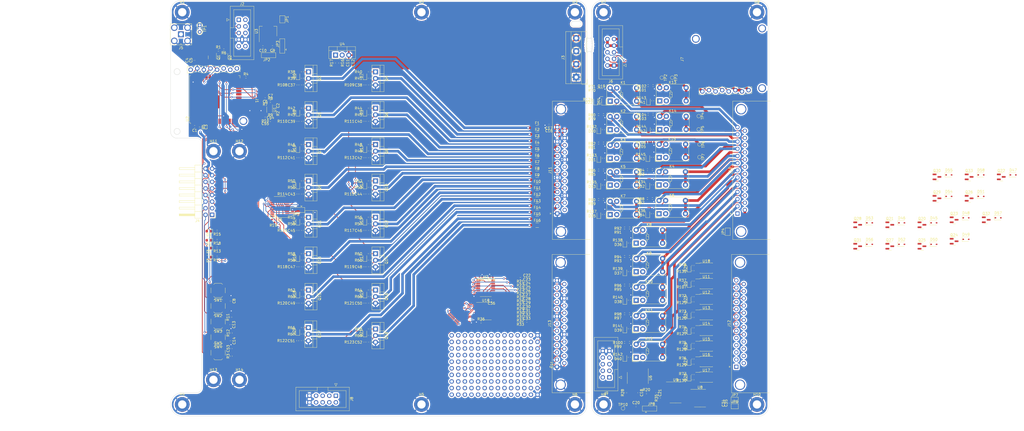
<source format=kicad_pcb>
(kicad_pcb (version 20211014) (generator pcbnew)
  (layers (0 "F.Cu" signal) (31 "B.Cu" signal) (34 "B.Paste" user) (35 "F.Paste" user) (36 "B.SilkS" user "B.Silkscreen") (37 "F.SilkS" user "F.Silkscreen") (38 "B.Mask" user) (39 "F.Mask" user) (44 "Edge.Cuts" user))
  (net 0 "")
  (net 1 "+3.3V")
  (net 2 "GND")
  (net 3 "Net-(C10-Pad1)")
  (net 4 "/PROG_5V")
  (net 5 "/SCL")
  (net 6 "/SDA")
  (net 7 "Net-(J11-Pad23)")
  (net 8 "+VDC")
  (net 9 "/B2")
  (net 10 "/B3")
  (net 11 "+5V")
  (net 12 "/Back connectors/SINK1")
  (net 13 "Net-(C25-Pad1)")
  (net 14 "Net-(C26-Pad1)")
  (net 15 "Net-(C27-Pad1)")
  (net 16 "Net-(C28-Pad1)")
  (net 17 "Net-(C29-Pad1)")
  (net 18 "Net-(C30-Pad1)")
  (net 19 "Net-(C31-Pad1)")
  (net 20 "Net-(C32-Pad1)")
  (net 21 "Net-(C33-Pad1)")
  (net 22 "Net-(C24-Pad1)")
  (net 23 "Net-(D1-Pad1)")
  (net 24 "Net-(D2-Pad1)")
  (net 25 "Net-(D3-Pad1)")
  (net 26 "Net-(D4-Pad1)")
  (net 27 "/PROG_3V3")
  (net 28 "/PROG_RTS")
  (net 29 "/PROG_DTR")
  (net 30 "/TXD")
  (net 31 "/RXD")
  (net 32 "/Back connectors/SINK15")
  (net 33 "/Back connectors/SINK13")
  (net 34 "/Back connectors/SINK12")
  (net 35 "/Back connectors/SINK10")
  (net 36 "/Back connectors/SINK7")
  (net 37 "/Back connectors/SINK5")
  (net 38 "/Back connectors/SINK4")
  (net 39 "/Back connectors/SINK2")
  (net 40 "/Back connectors/SINK16")
  (net 41 "/Back connectors/SINK14")
  (net 42 "/Back connectors/SINK11")
  (net 43 "/Back connectors/SINK9")
  (net 44 "/Back connectors/SINK8")
  (net 45 "/Back connectors/SINK6")
  (net 46 "/Back connectors/SINK3")
  (net 47 "/Back connectors/RL12_A")
  (net 48 "/Back connectors/RL11_A")
  (net 49 "/Back connectors/RL10_A")
  (net 50 "/Back connectors/RL9_A")
  (net 51 "/Back connectors/RL8_A")
  (net 52 "/Back connectors/RL7_A")
  (net 53 "/Back connectors/RL6_A")
  (net 54 "/Back connectors/RL5_A")
  (net 55 "/Back connectors/RL4_A")
  (net 56 "/Back connectors/RL3_A")
  (net 57 "/Back connectors/RL2_A")
  (net 58 "/Back connectors/RL1_A")
  (net 59 "/Back connectors/RL12_B")
  (net 60 "/Back connectors/RL11_B")
  (net 61 "/Back connectors/RL10_B")
  (net 62 "/Back connectors/RL9_B")
  (net 63 "/Back connectors/RL8_B")
  (net 64 "/Back connectors/RL7_B")
  (net 65 "/Back connectors/RL6_B")
  (net 66 "/Back connectors/RL5_B")
  (net 67 "/Back connectors/RL4_B")
  (net 68 "/Back connectors/RL3_B")
  (net 69 "/Back connectors/RL2_B")
  (net 70 "/Back connectors/RL1_B")
  (net 71 "/Back connectors/OC8_E")
  (net 72 "/Back connectors/OC7_E")
  (net 73 "/Back connectors/OC6_E")
  (net 74 "/Back connectors/OC5_E")
  (net 75 "/Back connectors/OC4_E")
  (net 76 "/Back connectors/OC3_E")
  (net 77 "/Back connectors/OC2_E")
  (net 78 "/Back connectors/OC1_E")
  (net 79 "/Back connectors/BUFF8")
  (net 80 "/Back connectors/BUFF6")
  (net 81 "/Back connectors/BUFF4")
  (net 82 "/Back connectors/BUFF2")
  (net 83 "/Back connectors/OC8_C")
  (net 84 "/Back connectors/OC7_C")
  (net 85 "/Back connectors/OC6_C")
  (net 86 "/Back connectors/OC5_C")
  (net 87 "/Back connectors/OC4_C")
  (net 88 "/Back connectors/OC3_C")
  (net 89 "/Back connectors/OC2_C")
  (net 90 "/Back connectors/BUFF7")
  (net 91 "/Back connectors/BUFF5")
  (net 92 "/Back connectors/BUFF3")
  (net 93 "/Back connectors/BUFF1")
  (net 94 "Net-(J5-Pad1)")
  (net 95 "Net-(Q1-Pad1)")
  (net 96 "Net-(Q2-Pad1)")
  (net 97 "Net-(Q3-Pad1)")
  (net 98 "Net-(Q4-Pad1)")
  (net 99 "Net-(R2-Pad1)")
  (net 100 "/SCL_5V")
  (net 101 "/SDA_5V")
  (net 102 "Net-(J6-Pad1)")
  (net 103 "Net-(J11-Pad10)")
  (net 104 "Net-(R19-Pad1)")
  (net 105 "/Back connectors/G_SINK1")
  (net 106 "/Back connectors/OC1_A")
  (net 107 "/Back connectors/RL_CTRL1")
  (net 108 "/Back connectors/B2_PROG_TX")
  (net 109 "/OUT_BUF_ENA")
  (net 110 "Net-(J11-Pad22)")
  (net 111 "Net-(K1-Pad9)")
  (net 112 "Net-(R36-Pad2)")
  (net 114 "Net-(K2-Pad9)")
  (net 115 "/IN_BUFF_ENA")
  (net 117 "/Back connectors/RL13_A")
  (net 118 "/Back connectors/RL13_B")
  (net 119 "/Back connectors/RL14_A")
  (net 120 "/Back connectors/RL14_B")
  (net 121 "/Back connectors/RL15_A")
  (net 122 "/Back connectors/RL15_B")
  (net 123 "/IO25")
  (net 124 "/IO26")
  (net 125 "/IO27")
  (net 126 "/IO14")
  (net 127 "/I2C_RST")
  (net 128 "/IO15")
  (net 129 "/IO16")
  (net 130 "/IO17")
  (net 131 "/IO18")
  (net 132 "/IO19")
  (net 133 "/IO21")
  (net 134 "/IO22")
  (net 135 "/IO23")
  (net 136 "Net-(J6-Pad4)")
  (net 137 "/Back connectors/B2_PROG_RX")
  (net 138 "/Back connectors/OC1_C")
  (net 139 "/Back connectors/G_SINK2")
  (net 140 "/Back connectors/G_SINK3")
  (net 141 "/Back connectors/G_SINK4")
  (net 142 "/Back connectors/G_SINK5")
  (net 143 "/Back connectors/G_SINK6")
  (net 144 "/Back connectors/G_SINK7")
  (net 145 "/Back connectors/G_SINK8")
  (net 146 "/Back connectors/G_SINK9")
  (net 147 "/Back connectors/G_SINK10")
  (net 148 "/Back connectors/G_SINK11")
  (net 149 "/Back connectors/G_SINK12")
  (net 150 "/Back connectors/G_SINK13")
  (net 151 "/Back connectors/G_SINK14")
  (net 152 "/Back connectors/G_SINK15")
  (net 153 "/Back connectors/G_SINK16")
  (net 154 "/Back connectors/RL_CTRL2")
  (net 155 "/Back connectors/RL_CTRL3")
  (net 156 "/Back connectors/RL_CTRL4")
  (net 157 "/Back connectors/RL_CTRL5")
  (net 158 "/Back connectors/RL_CTRL6")
  (net 159 "/Back connectors/RL_CTRL7")
  (net 160 "/Back connectors/RL_CTRL8")
  (net 161 "/Back connectors/RL_CTRL9")
  (net 162 "/Back connectors/RL_CTRL10")
  (net 163 "/Back connectors/RL_CTRL11")
  (net 164 "/Back connectors/RL_CTRL12")
  (net 165 "/Back connectors/RL_CTRL13")
  (net 166 "/Back connectors/RL_CTRL14")
  (net 167 "/Back connectors/RL_CTRL15")
  (net 168 "/Back connectors/OC2_A")
  (net 169 "/Back connectors/OC3_A")
  (net 170 "/Back connectors/OC4_A")
  (net 171 "/Back connectors/OC5_A")
  (net 172 "/Back connectors/OC6_A")
  (net 173 "/Back connectors/OC7_A")
  (net 174 "/Back connectors/OC8_A")
  (net 175 "Net-(K3-Pad9)")
  (net 177 "Net-(K4-Pad9)")
  (net 179 "Net-(K5-Pad9)")
  (net 180 "Net-(J6-Pad6)")
  (net 182 "Net-(K6-Pad9)")
  (net 184 "Net-(J11-Pad9)")
  (net 185 "Net-(J11-Pad8)")
  (net 186 "Net-(K7-Pad9)")
  (net 188 "Net-(K8-Pad9)")
  (net 190 "Net-(K9-Pad9)")
  (net 192 "Net-(K10-Pad9)")
  (net 195 "Net-(K11-Pad9)")
  (net 197 "Net-(K12-Pad9)")
  (net 199 "Net-(K13-Pad9)")
  (net 201 "Net-(K14-Pad9)")
  (net 203 "Net-(K15-Pad9)")
  (net 204 "Net-(Q5-Pad1)")
  (net 205 "Net-(Q6-Pad1)")
  (net 206 "Net-(Q7-Pad1)")
  (net 207 "Net-(Q8-Pad1)")
  (net 208 "Net-(Q9-Pad1)")
  (net 209 "Net-(Q10-Pad1)")
  (net 210 "Net-(Q11-Pad1)")
  (net 211 "Net-(Q12-Pad1)")
  (net 212 "Net-(Q13-Pad1)")
  (net 213 "Net-(Q14-Pad1)")
  (net 214 "Net-(Q15-Pad1)")
  (net 215 "Net-(Q16-Pad1)")
  (net 216 "Net-(Q17-Pad1)")
  (net 217 "Net-(Q18-Pad1)")
  (net 218 "Net-(J11-Pad20)")
  (net 219 "Net-(J11-Pad7)")
  (net 220 "Net-(J11-Pad19)")
  (net 221 "Net-(J11-Pad18)")
  (net 222 "Net-(J11-Pad5)")
  (net 223 "Net-(J11-Pad17)")
  (net 224 "Net-(J11-Pad4)")
  (net 225 "Net-(J11-Pad3)")
  (net 226 "Net-(J11-Pad15)")
  (net 227 "Net-(J11-Pad2)")
  (net 228 "Net-(J11-Pad14)")
  (net 229 "Net-(J13-Pad6)")
  (net 230 "Net-(J13-Pad7)")
  (net 231 "Net-(J13-Pad9)")
  (net 232 "Net-(J13-Pad10)")
  (net 233 "Net-(R20-Pad1)")
  (net 234 "Net-(J13-Pad11)")
  (net 235 "Net-(J13-Pad12)")
  (net 236 "Net-(J13-Pad19)")
  (net 237 "Net-(J13-Pad20)")
  (net 238 "Net-(J13-Pad21)")
  (net 239 "Net-(R28-Pad1)")
  (net 240 "Net-(R37-Pad1)")
  (net 241 "Net-(R72-Pad1)")
  (net 242 "Net-(R73-Pad1)")
  (net 243 "Net-(R74-Pad1)")
  (net 244 "Net-(R75-Pad1)")
  (net 245 "Net-(R76-Pad1)")
  (net 246 "Net-(R77-Pad1)")
  (net 247 "Net-(R78-Pad1)")
  (net 248 "GND2")
  (net 249 "+5VD")
  (net 250 "Net-(C22-Pad1)")
  (net 251 "Net-(C23-Pad1)")
  (net 252 "Net-(J6-Pad9)")
  (net 253 "Net-(J6-Pad10)")
  (net 254 "/Back connectors/B2_SCL")
  (net 256 "/Back connectors/B2_SDA")
  (net 257 "/Back connectors/B2_OUT_BUF_ENA")
  (net 262 "Net-(J10-Pad0)")
  (net 263 "Net-(J12-Pad0)")
  (net 264 "Net-(J13-Pad2)")
  (net 265 "Net-(J13-Pad3)")
  (net 266 "Net-(J13-Pad4)")
  (net 267 "Net-(J13-Pad5)")
  (net 268 "Net-(JP5-Pad2)")
  (net 269 "Net-(J13-Pad14)")
  (net 270 "Net-(J13-Pad15)")
  (net 271 "Net-(J13-Pad16)")
  (net 272 "Net-(J13-Pad17)")
  (net 273 "Net-(JP3-Pad1)")
  (net 274 "Net-(R16-Pad2)")
  (net 275 "Net-(TP10-Pad1)")
  (net 285 "Net-(J13-Pad22)")
  (net 286 "Net-(U8-Pad2)")
  (net 287 "Net-(U8-Pad4)")
  (net 288 "Net-(U8-Pad6)")
  (net 289 "Net-(U8-Pad8)")
  (net 290 "Net-(U8-Pad11)")
  (net 291 "Net-(U8-Pad13)")
  (net 292 "Net-(U8-Pad15)")
  (net 293 "Net-(U8-Pad17)")
  (net 294 "Net-(D5-Pad1)")
  (net 295 "Net-(D6-Pad1)")
  (net 296 "Net-(D7-Pad1)")
  (net 297 "Net-(D8-Pad1)")
  (net 298 "Net-(D9-Pad1)")
  (net 299 "Net-(D10-Pad1)")
  (net 300 "Net-(D11-Pad1)")
  (net 301 "Net-(D12-Pad1)")
  (net 302 "Net-(D13-Pad1)")
  (net 303 "Net-(D14-Pad1)")
  (net 304 "Net-(D15-Pad1)")
  (net 305 "Net-(D16-Pad1)")
  (net 306 "Net-(D17-Pad1)")
  (net 307 "Net-(D18-Pad1)")
  (net 308 "Net-(D19-Pad1)")
  (net 309 "Net-(D20-Pad1)")
  (net 310 "Net-(D21-Pad1)")
  (net 311 "Net-(D22-Pad1)")
  (net 312 "Net-(D23-Pad1)")
  (net 313 "Net-(D24-Pad1)")
  (net 314 "Net-(D25-Pad1)")
  (net 315 "Net-(D26-Pad1)")
  (net 316 "Net-(D27-Pad1)")
  (net 317 "Net-(D28-Pad1)")
  (net 318 "Net-(D29-Pad1)")
  (net 319 "Net-(D30-Pad1)")
  (net 320 "Net-(D31-Pad1)")
  (net 321 "Net-(D32-Pad1)")
  (net 322 "Net-(D33-Pad1)")
  (net 323 "Net-(D34-Pad1)")
  (net 324 "Net-(D35-Pad1)")
  (net 325 "Net-(D36-Pad1)")
  (net 326 "Net-(D37-Pad1)")
  (net 327 "Net-(D38-Pad1)")
  (net 328 "Net-(D39-Pad1)")
  (net 329 "Net-(D40-Pad1)")
  (net 330 "Net-(D41-Pad1)")
  (net 331 "Net-(D42-Pad1)")
  (net 332 "Net-(D43-Pad1)")
  (net 333 "Net-(J13-Pad24)")
  (net 336 "Net-(J13-Pad25)")
  (net 371 "Net-(JP8-Pad2)")
  (net 372 "Net-(R70-Pad1)")
  (net 373 "Net-(R79-Pad1)")
  (net 374 "Net-(R81-Pad1)")
  (net 375 "Net-(R83-Pad1)")
  (net 380 "Net-(R85-Pad1)")
  (net 381 "Net-(R87-Pad1)")
  (net 382 "Net-(R89-Pad1)")
  (net 383 "Net-(R91-Pad1)")
  (net 384 "Net-(R93-Pad1)")
  (net 385 "Net-(R95-Pad1)")
  (net 386 "Net-(R97-Pad1)")
  (net 387 "Net-(R100-Pad2)")
  (net 388 "Net-(R101-Pad1)")
  (net 389 "Net-(R103-Pad1)")
  (net 390 "Net-(R105-Pad1)")
  (net 391 "/5V_IN")
  (footprint "LED_SMD:LED_0603_1608Metric" (layer "F.Cu") (at 194.7 141.4545 90)
    (fp_text reference "D39")
    (fp_text value "LED_RED")
  )
  (footprint "Connector_IDC:IDC-Header_2x05_P2.54mm_Vertical" (layer "F.Cu") (at 83.58 167.1475 -90)
    (fp_text reference "J8")
    (fp_text value "IDC10")
  )
  (footprint "Connector_Coaxial:SMA_Amphenol_901-143_Horizontal" (layer "F.Cu") (at 24 28 90)
    (fp_text reference "J5")
    (fp_text value "SMA CONN")
  )
  (footprint "Resistor_SMD:R_0402_1005Metric" (layer "F.Cu") (at 96.456 126.432 -90)
    (fp_text reference "R64")
    (fp_text value "4k7")
  )
  (footprint "LED_SMD:LED_0603_1608Metric" (layer "F.Cu") (at 69 100 90)
    (fp_text reference "D14")
    (fp_text value "LED_RED")
  )
  (footprint "Capacitor_SMD:C_0402_1005Metric" (layer "F.Cu") (at 157 132.5)
    (fp_text reference "C29")
    (fp_text value "10n")
  )
  (footprint "Resistor_SMD:R_0402_1005Metric" (layer "F.Cu") (at 154.5 134 180)
    (fp_text reference "R30")
    (fp_text value "10k_1206")
  )
  (footprint "Jumper:SolderJumper-2_P1.3mm_Open_TrianglePad1.0x1.5mm" (layer "F.Cu") (at 63 22.225 -90)
    (fp_text reference "JP1")
    (fp_text value "5V_PROG")
  )
  (footprint "Resistor_SMD:R_0402_1005Metric" (layer "F.Cu") (at 37.9125 107.3 180)
    (fp_text reference "R18")
    (fp_text value "100k")
  )
  (footprint "Resistor_SMD:R_0402_1005Metric" (layer "F.Cu") (at 96.456 100.932 90)
    (fp_text reference "R57")
    (fp_text value "10k")
  )
  (footprint "Package_TO_SOT_SMD:SOT-23" (layer "F.Cu") (at 314.71 91.15)
    (fp_text reference "Q29")
    (fp_text value "MMBT3904")
  )
  (footprint "Resistor_SMD:R_0402_1005Metric" (layer "F.Cu") (at 220.9 135 -90)
    (fp_text reference "R73")
    (fp_text value "4k7")
  )
  (footprint "Resistor_SMD:R_0402_1005Metric" (layer "F.Cu") (at 96.456 112.432 -90)
    (fp_text reference "R60")
    (fp_text value "4k7")
  )
  (footprint "Connector_Dsub:DSUB-25_Male_Horizontal_P2.77x2.84mm_EdgePinOffset9.90mm_Housed_MountingHolesOffset11.32mm" (layer "F.Cu") (at 237.569669 156 90)
    (fp_text reference "J12")
    (fp_text value "DB25_Male_MountingHoles")
  )
  (footprint "TestPoint:TestPoint_Pad_D1.0mm" (layer "F.Cu") (at 212.9 44.7 -90)
    (fp_text reference "TP3")
    (fp_text value "RLPAD")
  )
  (footprint "Resistor_SMD:R_0402_1005Metric" (layer "F.Cu") (at 220.9 123 -90)
    (fp_text reference "R37")
    (fp_text value "4k7")
  )
  (footprint "LED_SMD:LED_0603_1608Metric" (layer "F.Cu") (at 219.4 154 90)
    (fp_text reference "D27")
    (fp_text value "LED_RED")
  )
  (footprint "Fuse:Fuse_1206_3216Metric" (layer "F.Cu") (at 161 71.5)
    (fp_text reference "F4")
    (fp_text value "FUSE_1206")
  )
  (footprint "Resistor_SMD:R_0402_1005Metric" (layer "F.Cu") (at 220.9 119 90)
    (fp_text reference "R131")
    (fp_text value "33k")
  )
  (footprint "Fuse:Fuse_1206_3216Metric" (layer "F.Cu") (at 161 74)
    (fp_text reference "F5")
    (fp_text value "FUSE_1206")
  )
  (footprint "Capacitor_SMD:C_0402_1005Metric" (layer "F.Cu") (at 165.5 64 180)
    (fp_text reference "C16")
    (fp_text value "100n")
  )
  (footprint "Resistor_SMD:R_0402_1005Metric" (layer "F.Cu") (at 96.456 58.932 90)
    (fp_text reference "R45")
    (fp_text value "10k")
  )
  (footprint "Resistor_SMD:R_0402_1005Metric" (layer "F.Cu") (at 56.4 60.25 180)
    (fp_text reference "R10")
    (fp_text value "4k7")
  )
  (footprint "Resistor_SMD:R_0402_1005Metric" (layer "F.Cu") (at 220.9 147 -90)
    (fp_text reference "R75")
    (fp_text value "4k7")
  )
  (footprint "LED_SMD:LED_0603_1608Metric" (layer "F.Cu") (at 184.7 75.8 90)
    (fp_text reference "D31")
    (fp_text value "LED_RED")
  )
  (footprint "Package_TO_SOT_SMD:SOT-23" (layer "F.Cu") (at 308.94 109.6)
    (fp_text reference "Q25")
    (fp_text value "MMBT3904")
  )
  (footprint "Package_TO_SOT_THT:TO-220-3_Vertical" (layer "F.Cu") (at 73.055 126.46 -90)
    (fp_text reference "Q15")
    (fp_text value "BUZ11")
  )
  (footprint "Resistor_SMD:R_0402_1005Metric" (layer "F.Cu") (at 203.6575 47.8035 180)
    (fp_text reference "R101")
    (fp_text value "4k7")
  )
  (footprint "LED_SMD:LED_0603_1608Metric" (layer "F.Cu") (at 69 86 90)
    (fp_text reference "D12")
    (fp_text value "LED_RED")
  )
  (footprint "Package_TO_SOT_THT:TO-220-3_Vertical" (layer "F.Cu") (at 83.46 36)
    (fp_text reference "U4")
    (fp_text value "LM317_TO-220")
  )
  (footprint "Resistor_SMD:R_0402_1005Metric" (layer "F.Cu") (at 70.64 140.892 -90)
    (fp_text reference "R66")
    (fp_text value "4k7")
  )
  (footprint "LED_SMD:LED_0603_1608Metric" (layer "F.Cu") (at 219.4 130 90)
    (fp_text reference "D23")
    (fp_text value "LED_RED")
  )
  (footprint "Package_TO_SOT_THT:TO-220-3_Vertical" (layer "F.Cu") (at 73.055 70.46 -90)
    (fp_text reference "Q7")
    (fp_text value "BUZ11")
  )
  (footprint "Package_SO:SO-4_4.4x3.6mm_P2.54mm" (layer "F.Cu") (at 226 160)
    (fp_text reference "U17")
    (fp_text value "LTV-356T")
  )
  (footprint "Resistor_SMD:R_0402_1005Metric" (layer "F.Cu") (at 154.5 123.5 180)
    (fp_text reference "R22")
    (fp_text value "10k_1206")
  )
  (footprint "Resistor_SMD:R_0402_1005Metric" (layer "F.Cu") (at 186.4 97.3645 -90)
    (fp_text reference "R137")
    (fp_text value "33k")
  )
  (footprint "Diode_SMD:D_SOD-323" (layer "F.Cu") (at 325.87 106.92)
    (fp_text reference "D49")
    (fp_text value "1N4148WS")
  )
  (footprint "Resistor_SMD:R_0402_1005Metric" (layer "F.Cu") (at 139.3 121.3 180)
    (fp_text reference "R34")
    (fp_text value "10k")
  )
  (footprint "Resistor_SMD:R_0402_1005Metric" (layer "F.Cu") (at 154.5 128 180)
    (fp_text reference "R25")
    (fp_text value "10k_1206")
  )
  (footprint "Package_TO_SOT_THT:TO-220-3_Vertical" (layer "F.Cu") (at 73 140.92 -90)
    (fp_text reference "Q17")
    (fp_text value "BUZ11")
  )
  (footprint "Resistor_SMD:R_0402_1005Metric" (layer "F.Cu") (at 58.4 53.85)
    (fp_text reference "R8")
    (fp_text value "4k7")
  )
  (footprint "Capacitor_SMD:C_0402_1005Metric" (layer "F.Cu") (at 70.695 75.5 -90)
    (fp_text reference "C41")
    (fp_text value "10n")
  )
  (footprint "Capacitor_SMD:C_0402_1005Metric" (layer "F.Cu") (at 234.75 170 90)
    (fp_text reference "C35")
    (fp_text value "1n")
  )
  (footprint "Critbit_lib:Lichtenprog_board" (layer "F.Cu") (at 233.4875 37.25 90)
    (fp_text reference "J7")
    (fp_text value "Lichtenprog_conn")
  )
  (footprint "LED_SMD:LED_0603_1608Metric" (layer "F.Cu") (at 94.761 128 90)
    (fp_text reference "D19")
    (fp_text value "LED_RED")
  )
  (footprint "Package_TO_SOT_SMD:SOT-23" (layer "F.Cu") (at 185.7 50.4)
    (fp_text reference "Q19")
    (fp_text value "MMBT3904")
  )
  (footprint "Resistor_SMD:R_0402_1005Metric" (layer "F.Cu") (at 70.695 98.432 -90)
    (fp_text reference "R54")
    (fp_text value "4k7")
  )
  (footprint "Resistor_SMD:R_0402_1005Metric" (layer "F.Cu") (at 205.1975 97.037 -90)
    (fp_text reference "R136")
    (fp_text value "33k")
  )
  (footprint "Fuse:Fuse_1206_3216Metric" (layer "F.Cu") (at 161 88.995)
    (fp_text reference "F11")
    (fp_text value "FUSE_1206")
  )
  (footprint "TestPoint:TestPoint_Pad_D1.0mm" (layer "F.Cu") (at 223.1 59.5 -90)
    (fp_text reference "TP4")
    (fp_text value "RLPAD")
  )
  (footprint "Resistor_SMD:R_0402_1005Metric" (layer "F.Cu") (at 69 61.5 90)
    (fp_text reference "R110")
    (fp_text value "33k")
  )
  (footprint "Jumper:SolderJumper-2_P1.3mm_Open_TrianglePad1.0x1.5mm" (layer "F.Cu") (at 234.25 104 90)
    (fp_text reference "JP4")
    (fp_text value "GND_CONN")
  )
  (footprint "Resistor_SMD:R_0402_1005Metric" (layer "F.Cu") (at 186.5 91.5545 180)
    (fp_text reference "R90")
    (fp_text value "10k")
  )
  (footprint "Resistor_SMD:R_0402_1005Metric" (layer "F.Cu") (at 196.4 141.3645 -90)
    (fp_text reference "R141")
    (fp_text value "33k")
  )
  (footprint "Resistor_SMD:R_0402_1005Metric" (layer "F.Cu") (at 70.64 143.392 90)
    (fp_text reference "R67")
    (fp_text value "10k")
  )
  (footprint "Capacitor_SMD:C_0402_1005Metric" (layer "F.Cu") (at 157 135.5)
    (fp_text reference "C31")
    (fp_text value "10n")
  )
  (footprint "Capacitor_SMD:C_0402_1005Metric" (layer "F.Cu") (at 43.3 130.7 -90)
    (fp_text reference "C8")
    (fp_text value "100n")
  )
  (footprint "Package_TO_SOT_THT:TO-220-3_Vertical" (layer "F.Cu") (at 98.816 56.46 -90)
    (fp_text reference "Q6")
    (fp_text value "BUZ11")
  )
  (footprint "Resistor_SMD:R_0402_1005Metric" (layer "F.Cu") (at 220.9 137 90)
    (fp_text reference "R126")
    (fp_text value "33k")
  )
  (footprint "Resistor_SMD:R_0402_1005Metric" (layer "F.Cu") (at 49 44.5)
    (fp_text reference "R4")
    (fp_text value "10k")
  )
  (footprint "Capacitor_SMD:C_0402_1005Metric" (layer "F.Cu") (at 233.75 170 90)
    (fp_text reference "C34")
    (fp_text value "100n")
  )
  (footprint "Relay_THT:Relay_SPDT_Omron_G5V-1" (layer "F.Cu") (at 199.0425 141.4075 90)
    (fp_text reference "K11")
    (fp_text value "G5V-1")
  )
  (footprint "Capacitor_SMD:C_0402_1005Metric" (layer "F.Cu") (at 157 131)
    (fp_text reference "C28")
    (fp_text value "10n")
  )
  (footprint "Diode_SMD:D_SOD-323" (layer "F.Cu") (at 313.51 108.85)
    (fp_text reference "D50")
    (fp_text value "1N4148WS")
  )
  (footprint "Resistor_SMD:R_0402_1005Metric" (layer "F.Cu") (at 94.761 146.5 90)
    (fp_text reference "R123")
    (fp_text value "33k")
  )
  (footprint "Package_TO_SOT_THT:TO-220-3_Vertical" (layer "F.Cu") (at 73.055 98.46 -90)
    (fp_text reference "Q11")
    (fp_text value "BUZ11")
  )
  (footprint "Package_SO:TSSOP-20_4.4x6.5mm_P0.65mm" (layer "F.Cu") (at 223.6 168.1)
    (fp_text reference "U8")
    (fp_text value "74HC244")
  )
  (footprint "Resistor_SMD:R_0402_1005Metric" (layer "F.Cu") (at 194.6 113.5655 180)
    (fp_text reference "R93")
    (fp_text value "4k7")
  )
  (footprint "Resistor_SMD:R_0402_1005Metric" (layer "F.Cu") (at 205.5575 58.7925 180)
    (fp_text reference "R104")
    (fp_text value "10k")
  )
  (footprint "Resistor_SMD:R_0402_1005Metric" (layer "F.Cu") (at 220.9 149 90)
    (fp_text reference "R128")
    (fp_text value "33k")
  )
  (footprint "Resistor_SMD:R_0402_1005Metric" (layer "F.Cu") (at 70.695 72.932 90)
    (fp_text reference "R47")
    (fp_text value "10k")
  )
  (footprint "Fuse:Fuse_1206_3216Metric" (layer "F.Cu") (at 161 94)
    (fp_text reference "F13")
    (fp_text value "FUSE_1206")
  )
  (footprint "Capacitor_SMD:C_0402_1005Metric" (layer "F.Cu") (at 96.456 89.5 -90)
    (fp_text reference "C44")
    (fp_text value "10n")
  )
  (footprint "LED_SMD:LED_0603_1608Metric" (layer "F.Cu") (at 94.761 58 90)
    (fp_text reference "D9")
    (fp_text value "LED_RED")
  )
  (footprint "LED_SMD:LED_0603_1608Metric" (layer "F.Cu") (at 94.761 100 90)
    (fp_text reference "D15")
    (fp_text value "LED_RED")
  )
  (footprint "MountingHole:MountingHole_3.2mm_M3_ISO7380_Pad" (layer "F.Cu") (at 175.5 170.5)
    (fp_text reference "H6")
    (fp_text value "SCRHOLE")
  )
  (footprint "LED_SMD:LED_0603_1608Metric" (layer "F.Cu") (at 69 44 90)
    (fp_text reference "D6")
    (fp_text value "LED_RED")
  )
  (footprint "Capacitor_SMD:C_0402_1005Metric" (layer "F.Cu") (at 157 128)
    (fp_text reference "C26")
    (fp_text value "10n")
  )
  (footprint "Capacitor_SMD:C_0402_1005Metric" (layer "F.Cu") (at 96.456 75.5 -90)
    (fp_text reference "C42")
    (fp_text value "10n")
  )
  (footprint "Diode_SMD:D_SOD-323" (layer "F.Cu") (at 319.28 90.4)
    (fp_text reference "D54")
    (fp_text value "1N4148WS")
  )
  (footprint "LED_SMD:LED_0603_1608Metric" (layer "F.Cu") (at 194.7 108.4545 90)
    (fp_text reference "D36")
    (fp_text value "LED_RED")
  )
  (footprint "Fuse:Fuse_1206_3216Metric" (layer "F.Cu") (at 161 101.5)
    (fp_text reference "F16")
    (fp_text value "FUSE_1206")
  )
  (footprint "Package_TO_SOT_SMD:SOT-23" (layer "F.Cu") (at 321.3 107.67)
    (fp_text reference "Q24")
    (fp_text value "MMBT3904")
  )
  (footprint "Capacitor_SMD:C_0402_1005Metric" (layer "F.Cu") (at 87 39.054999 -90)
    (fp_text reference "C11")
    (fp_text value "100n")
  )
  (footprint "MountingHole:MountingHole_3.2mm_M3_ISO7380_Pad" (layer "F.Cu") (at 186.5 19.5)
    (fp_text reference "H7")
    (fp_text value "HOLE_B2")
  )
  (footprint "LED_SMD:LED_0603_1608Metric" (layer "F.Cu") (at 184.7 97.4545 90)
    (fp_text reference "D35")
    (fp_text value "LED_RED")
  )
  (footprint "Resistor_SMD:R_0402_1005Metric" (layer "F.Cu") (at 96.456 128.932 90)
    (fp_text reference "R65")
    (fp_text value "10k")
  )
  (footprint "Capacitor_SMD:C_0402_1005Metric" (layer "F.Cu") (at 157 122)
    (fp_text reference "C22")
    (fp_text value "10n")
  )
  (footprint "Package_TO_SOT_SMD:SOT-23" (layer "F.Cu") (at 36.1 36.9 -90)
    (fp_text reference "Q1")
    (fp_text value "MMBT3904")
  )
  (footprint "Capacitor_SMD:C_0402_1005Metric" (layer "F.Cu") (at 29 38.02 90)
    (fp_text reference "C5")
    (fp_text value "1n")
  )
  (footprint "LED_SMD:LED_0603_1608Metric" (layer "F.Cu") (at 68.945 142.46 90)
    (fp_text reference "D20")
    (fp_text value "LED_RED")
  )
  (footprint "Package_SO:TSSOP-24_4.4x7.8mm_P0.65mm" (layer "F.Cu") (at 214.2 165.9)
    (fp_text reference "U9")
    (fp_text value "PCA9555PW")
  )
  (footprint "Capacitor_SMD:C_0402_1005Metric" (layer "F.Cu") (at 70.695 61.5 -90)
    (fp_text reference "C39")
    (fp_text value "10n")
  )
  (footprint "Package_TO_SOT_SMD:SOT-223-3_TabPin2" (layer "F.Cu") (at 57.5 26.85 90)
    (fp_text reference "U3")
    (fp_text value "AZ1117-3.3")
  )
  (footprint "Resistor_SMD:R_0402_1005Metric" (layer "F.Cu") (at 154.5 126.5 180)
    (fp_text reference "R24")
    (fp_text value "10k_1206")
  )
  (footprint "LED_SMD:LED_0603_1608Metric" (layer "F.Cu") (at 219.4 118 90)
    (fp_text reference "D29")
    (fp_text value "LED_RED")
  )
  (footprint "Resistor_SMD:R_0402_1005Metric" (layer "F.Cu") (at 194.6 146.5655 180)
    (fp_text reference "R99")
    (fp_text value "4k7")
  )
  (footprint "Connector_Dsub:DSUB-25_Male_Horizontal_P2.77x2.84mm_EdgePinOffset9.90mm_Housed_MountingHolesOffset11.32mm" (layer "F.Cu") (at 238 97 90)
    (fp_text reference "J10")
    (fp_text value "DB25_Male_MountingHoles")
  )
  (footprint "Resistor_SMD:R_0402_1005Metric" (layer "F.Cu") (at 220.9 155 90)
    (fp_text reference "R129")
    (fp_text value "33k")
  )
  (footprint "Resistor_SMD:R_0402_1005Metric" (layer "F.Cu") (at 69 117.5 90)
    (fp_text reference "R118")
    (fp_text value "33k")
  )
  (footprint "Capacitor_SMD:C_0603_1608Metric" (layer "F.Cu") (at 29.275 63.6 180)
    (fp_text reference "C1")
    (fp_text value "10u")
  )
  (footprint "Capacitor_SMD:C_0402_1005Metric" (layer "F.Cu") (at 157 125)
    (fp_text reference "C24")
    (fp_text value "10n")
  )
  (footprint "Resistor_SMD:R_0402_1005Metric" (layer "F.Cu") (at 196.4 152.3645 -90)
    (fp_text reference "R142")
    (fp_text value "33k")
  )
  (footprint "MountingHole:MountingHole_3.2mm_M3_ISO7380_Pad" (layer "F.Cu") (at 36.5 73)
    (fp_text reference "H11")
    (fp_text value "SCRHOLE")
  )
  (footprint "LED_SMD:LED_0603_1608Metric" (layer "F.Cu") (at 34.7 110.3 180)
    (fp_text reference "D1")
    (fp_text value "LED_RED")
  )
  (footprint "TestPoint:TestPoint_Pad_D1.0mm" (layer "F.Cu") (at 223.1 64.6 -90)
    (fp_text reference "TP5")
    (fp_text value "RLPAD")
  )
  (footprint "LED_SMD:LED_0603_1608Metric" (layer "F.Cu") (at 194.7 130.4545 90)
    (fp_text reference "D38")
    (fp_text value "LED_RED")
  )
  (footprint "Connector_PinHeader_2.54mm:PinHeader_2x08_P2.54mm_Horizontal" (layer "F.Cu") (at 36 97.5 180)
    (fp_text reference "J4")
    (fp_text value "FRONT_PANEL")
  )
  (footprint "Resistor_SMD:R_0402_1005Metric" (layer "F.Cu") (at 37.9125 113.8 180)
    (fp_text reference "R14")
    (fp_text value "15k")
  )
  (footprint "Capacitor_SMD:C_0402_1005Metric" (layer "F.Cu") (at 143.3 121.3 180)
    (fp_text reference "C19")
    (fp_text value "100n")
  )
  (footprint "Resistor_SMD:R_0402_1005Metric" (layer "F.Cu") (at 43.3 151.9 90)
    (fp_text reference "R3")
    (fp_text value "10k")
  )
  (footprint "Resistor_SMD:R_0402_1005Metric" (layer "F.Cu") (at 205.2975 91.227 180)
    (fp_text reference "R88")
    (fp_text value "10k")
  )
  (footprint "Connector_Dsub:DSUB-25_Male_Horizontal_P2.77x2.84mm_EdgePinOffset9.90mm_Housed_MountingHolesOffset11.32mm" (layer "F.Cu") (at 168.569669 156 90)
    (fp_text reference "J13")
    (fp_text value "DB25_Male_MountingHoles")
  )
  (footprint "LED_SMD:LED_0603_1608Metric" (layer "F.Cu") (at 94.761 143 90)
    (fp_text reference "D21")
    (fp_text value "LED_RED")
  )
  (footprint "Resistor_SMD:R_0402_1005Metric" (layer "F.Cu") (at 70.695 42.432 -90)
    (fp_text reference "R38")
    (fp_text value "4k7")
  )
  (footprint "Package_TO_SOT_SMD:SOT-23" (layer "F.Cu") (at 321.3 99.41)
    (fp_text reference "Q23")
    (fp_text value "MMBT3904")
  )
  (footprint "Capacitor_SMD:C_0402_1005Metric" (layer "F.Cu") (at 70.695 47.5 -90)
    (fp_text reference "C37")
    (fp_text value "10n")
  )
  (footprint "Package_TO_SOT_SMD:SOT-23" (layer "F.Cu") (at 314.71 82.89)
    (fp_text reference "Q30")
    (fp_text value "MMBT3904")
  )
  (footprint "Diode_SMD:D_SOD-323" (layer "F.Cu") (at 325.87 98.66)
    (fp_text reference "D48")
    (fp_text value "1N4148WS")
  )
  (footprint "Resistor_SMD:R_0402_1005Metric" (layer "F.Cu") (at 205.2495 75.3645 -90)
    (fp_text reference "R145")
    (fp_text value "33k")
  )
  (footprint "Resistor_SMD:R_0402_1005Metric" (layer "F.Cu") (at 96.456 143.932 90)
    (fp_text reference "R69")
    (fp_text value "10k")
  )
  (footprint "Diode_SMD:D_SOD-323" (layer "F.Cu") (at 344 82.14)
    (fp_text reference "D47")
    (fp_text value "1N4148WS")
  )
  (footprint "Jumper:SolderJumper-3_P2.0mm_Open_TrianglePad1.0x1.5mm" (layer "F.Cu") (at 63 32.5 90)
    (fp_text reference "JP3")
    (fp_text value "5V_SEL")
  )
  (footprint "Package_TO_SOT_THT:TO-220-3_Vertical" (layer "F.Cu") (at 73.055 56.46 -90)
    (fp_text reference "Q5")
    (fp_text value "BUZ11")
  )
  (footprint "Diode_SMD:D_SOD-323" (layer "F.Cu") (at 338.23 98.66)
    (fp_text reference "D57")
    (fp_text value "1N4148WS")
  )
  (footprint "Resistor_SMD:R_0402_1005Metric" (layer "F.Cu") (at 186.4 64.71 -90)
    (fp_text reference "R132")
    (fp_text value "33k")
  )
  (footprint "Resistor_SMD:R_0402_1005Metric" (layer "F.Cu") (at 139.4 138.8)
    (fp_text reference "R36")
    (fp_text value "10k")
  )
  (footprint "Jumper:SolderJumper-3_P2.0mm_Open_TrianglePad1.0x1.5mm" (layer "F.Cu") (at 68.9 95.6 180)
    (fp_text reference "JP5")
    (fp_text value "IOEX_A2_SEL")
  )
  (footprint "Capacitor_SMD:C_0402_1005Metric" (layer "F.Cu") (at 96.456 47.5 -90)
    (fp_text reference "C38")
    (fp_text value "10n")
  )
  (footprint "Resistor_SMD:R_0402_1005Metric" (layer "F.Cu") (at 220.9 153 -90)
    (fp_text reference "R76")
    (fp_text value "4k7")
  )
  (footprint "Resistor_SMD:R_0402_1005Metric" (layer "F.Cu") (at 43.2 136.9 90)
    (fp_text reference "R11")
    (fp_text value "10k")
  )
  (footprint "MountingHole:MountingHole_3.2mm_M3_ISO7380_Pad" (layer "F.Cu") (at 116.5 170.5)
    (fp_text reference "H5")
    (fp_text value "SCRHOLE")
  )
  (footprint "Package_TO_SOT_THT:TO-220-3_Vertical" (layer "F.Cu") (at 73.055 42.46 -90)
    (fp_text reference "Q3")
    (fp_text value "BUZ11")
  )
  (footprint "Resistor_SMD:R_0402_1005Metric" (layer "F.Cu") (at 205.1975 85.957 -90)
    (fp_text reference "R134")
    (fp_text value "33k")
  )
  (footprint "LED_SMD:LED_0603_1608Metric" (layer "F.Cu") (at 94.761 72 90)
    (fp_text reference "D11")
    (fp_text value "LED_RED")
  )
  (footprint "Relay_THT:Relay_SPDT_Omron_G5V-1" (layer "F.Cu") (at 199.0425 130.4075 90)
    (fp_text reference "K10")
    (fp_text value "G5V-1")
  )
  (footprint "Resistor_SMD:R_0402_1005Metric" (layer "F.Cu") (at 220.9 159 -90)
    (fp_text reference "R77")
    (fp_text value "4k7")
  )
  (footprint "Fuse:Fuse_1206_3216Metric" (layer "F.Cu") (at 161 81.5)
    (fp_text reference "F8")
    (fp_text value "FUSE_1206")
  )
  (footprint "Resistor_SMD:R_0402_1005Metric" (layer "F.Cu") (at 194.6 124.5655 180)
    (fp_text reference "R95")
    (fp_text value "4k7")
  )
  (footprint "Capacitor_SMD:C_0402_1005Metric" (layer "F.Cu") (at 43.3 146 -90)
    (fp_text reference "C14")
    (fp_text value "100n")
  )
  (footprint "Jumper:SolderJumper-2_P1.3mm_Open_TrianglePad1.0x1.5mm" (layer "F.Cu") (at 236.95 171.2)
    (fp_text reference "JP6")
    (fp_text value "GND_CONN")
  )
  (footprint "Diode_SMD:D_SOD-323" (layer "F.Cu") (at 186.6 53.8 90)
    (fp_text reference "D44")
    (fp_text value "1N4148WS")
  )
  (footprint "Capacitor_SMD:C_0402_1005Metric" (layer "F.Cu") (at 70.64 145.96 -90)
    (fp_text reference "C51")
    (fp_text value "10n")
  )
  (footprint "Resistor_SMD:R_0402_1005Metric" (layer "F.Cu") (at 205.5575 47.7925 180)
    (fp_text reference "R102")
    (fp_text value "10k")
  )
  (footprint "Capacitor_SMD:C_0402_1005Metric" (layer "F.Cu") (at 32.5 63.68 -90)
    (fp_text reference "C3")
    (fp_text value "100n")
  )
  (footprint "Package_SO:TSSOP-24_4.4x7.8mm_P0.65mm" (layer "F.Cu") (at 199.7 160.3 -90)
    (fp_text reference "U6")
    (fp_text value "PCA9555PW")
  )
  (footprint "LED_SMD:LED_0603_1608Metric" (layer "F.Cu") (at 184.7 64.8 90)
    (fp_text reference "D30")
    (fp_text value "LED_RED")
  )
  (footprint "Resistor_SMD:R_0402_1005Metric" (layer "F.Cu") (at 194.6 102.5655 180)
    (fp_text reference "R91")
    (fp_text value "4k7")
  )
  (footprint "Capacitor_SMD:C_0402_1005Metric" (layer "F.Cu") (at 58.4 52.75)
    (fp_text reference "C7")
    (fp_text value "1n/DNP")
  )
  (footprint "Relay_THT:Relay_SPDT_Omron_G5V-1" (layer "F.Cu") (at 208.1 53.6455 90)
    (fp_text reference "K13")
    (fp_text value "G5V-1")
  )
  (footprint "Resistor_SMD:R_0402_1005Metric" (layer "F.Cu") (at 70.695 86.932 90)
    (fp_text reference "R51")
    (fp_text value "10k")
  )
  (footprint "Resistor_SMD:R_0402_1005Metric" (layer "F.Cu") (at 196.5 146.5545 180)
    (fp_text reference "R100")
    (fp_text value "10k")
  )
  (footprint "Diode_SMD:D_SOD-323" (layer "F.Cu") (at 288.79 108.85)
    (fp_text reference "D56")
    (fp_text value "1N4148WS")
  )
  (footprint "Package_TO_SOT_SMD:SOT-23" (layer "F.Cu") (at 284.22 101.34)
    (fp_text reference "Q28")
    (fp_text value "MMBT3904")
  )
  (footprint "Resistor_SMD:R_0402_1005Metric" (layer "F.Cu") (at 205.4575 64.6025 -90)
    (fp_text reference "R144")
    (fp_text value "33k")
  )
  (footprint "Package_TO_SOT_SMD:SOT-23" (layer "F.Cu") (at 296.58 109.6)
    (fp_text reference "Q27")
    (fp_text value "MMBT3904")
  )
  (footprint "Resistor_SMD:R_0402_1005Metric" (layer "F.Cu") (at 70.695 84.432 -90)
    (fp_text reference "R50")
    (fp_text value "4k7")
  )
  (footprint "Diode_SMD:D_SOD-323" (layer "F.Cu") (at 313.51 100.59)
    (fp_text reference "D45")
    (fp_text value "1N4148WS")
  )
  (footprint "Resistor_SMD:R_0402_1005Metric" (layer "F.Cu") (at 96.456 114.932 90)
    (fp_text reference "R61")
    (fp_text value "10k")
  )
  (footprint "Package_SO:SO-4_4.4x3.6mm_P2.54mm" (layer "F.Cu") (at 226 124)
    (fp_text reference "U11")
    (fp_text value "LTV-356T")
  )
  (footprint "Resistor_SMD:R_0402_1005Metric" (layer "F.Cu") (at 196.4 119.3645 -90)
    (fp_text reference "R139")
    (fp_text value "33k")
  )
  (footprint "MountingHole:MountingHole_3.2mm_M3_ISO7380_Pad" (layer "F.Cu") (at 245.5 170.5)
    (fp_text reference "H10")
    (fp_text value "HOLE_B2")
  )
  (footprint "Package_SO:SO-4_4.4x3.6mm_P2.54mm" (layer "F.Cu") (at 226 142)
    (fp_text reference "U14")
    (fp_text value "LTV-356T")
  )
  (footprint "MountingHole:MountingHole_3.2mm_M3_ISO7380_Pad" (layer "F.Cu") (at 36.5 161)
    (fp_text reference "H13")
    (fp_text value "SCRHOLE")
  )
  (footprint "TestPoint:TestPoint_Pad_D1.0mm" (layer "F.Cu") (at 223.4 75.3 -90)
    (fp_text reference "TP7")
    (fp_text value "RLPAD")
  )
  (footprint "Package_TO_SOT_SMD:SOT-23" (layer "F.Cu") (at 284.22 109.6)
    (fp_text reference "Q31")
    (fp_text value "MMBT3904")
  )
  (footprint "Resistor_SMD:R_0402_1005Metric" (layer "F.Cu") (at 154.5 122 180)
    (fp_text reference "R21")
    (fp_text value "10k_1206")
  )
  (footprint "Resistor_SMD:R_0402_1005Metric" (layer "F.Cu") (at 37.9125 103.8 180)
    (fp_text reference "R15")
    (fp_text value "15k")
  )
  (footprint "Resistor_SMD:R_0402_1005Metric" (layer "F.Cu") (at 69 89.5 90)
    (fp_text reference "R114")
    (fp_text value "33k")
  )
  (footprint "Capacitor_SMD:C_0402_1005Metric" (layer "F.Cu") (at 43.2 139.8 -90)
    (fp_text reference "C13")
    (fp_text value "100n")
  )
  (footprint "Package_TO_SOT_SMD:SOT-23" (layer "F.Cu") (at 327.07 91.15)
    (fp_text reference "Q26")
    (fp_text value "MMBT3904")
  )
  (footprint "Capacitor_SMD:C_0603_1608Metric" (layer "F.Cu") (at 59.2 32.85 180)
    (fp_text reference "C9")
    (fp_text value "10u")
  )
  (footprint "Resistor_SMD:R_0402_1005Metric" (layer "F.Cu") (at 194.6 135.5655 180)
    (fp_text reference "R97")
    (fp_text value "4k7")
  )
  (footprint "Package_TO_SOT_SMD:SOT-23" (layer "F.Cu") (at 40.5 37 -90)
    (fp_text reference "Q2")
    (fp_text value "MMBT3904")
  )
  (footprint "Resistor_SMD:R_0402_1005Metric" (layer "F.Cu") (at 69 47.5 90)
    (fp_text reference "R108")
    (fp_text value "33k")
  )
  (footprint "LED_SMD:LED_0603_1608Metric" (layer "F.Cu") (at 219.4 142 90)
    (fp_text reference "D25")
    (fp_text value "LED_RED")
  )
  (footprint "Diode_SMD:D_SOD-323" (layer "F.Cu") (at 331.64 90.4)
    (fp_text reference "D51")
    (fp_text value "1N4148WS")
  )
  (footprint "Diode_SMD:D_SOD-323" (layer "F.Cu") (at 331.64 82.14)
    (fp_text reference "D58")
    (fp_text value "1N4148WS")
  )
  (footprint "Package_TO_SOT_SMD:SOT-23" (layer "F.Cu") (at 339.43 82.89)
    (fp_text reference "Q22")
    (fp_text value "MMBT3904")
  )
  (footprint "LED_SMD:LED_0603_1608Metric" (layer "F.Cu") (at 69 114 90)
    (fp_text reference "D16")
    (fp_text value "LED_RED")
  )
  (footprint "Button_Switch_SMD:SW_SPST_TL3342" (layer "F.Cu") (at 38.3 132.6 180)
    (fp_text reference "SW2")
    (fp_text value "B1/BOOT")
  )
  (footprint "LED_SMD:LED_0603_1608Metric" (layer "F.Cu") (at 94.761 44 90)
    (fp_text reference "D7")
    (fp_text value "LED_RED")
  )
  (footprint "Resistor_SMD:R_0402_1005Metric" (layer "F.Cu") (at 38.4 34.1)
    (fp_text reference "R1")
    (fp_text value "10k")
  )
  (footprint "Package_SO:TSSOP-24_4.4x7.8mm_P0.65mm" (layer "F.Cu") (at 62 94.5 180)
    (fp_text reference "U5")
    (fp_text value "PCA9555PW")
  )
  (footprint "Resistor_SMD:R_0402_1005Metric" (layer "F.Cu") (at 85 39.055 -90)
    (fp_text reference "R16")
    (fp_text value "240")
  )
  (footprint "LED_SMD:LED_0603_1608Metric" (layer "F.Cu") (at 203.7575 53.6925 90)
    (fp_text reference "D41")
    (fp_text value "LED_RED")
  )
  (footprint "Jumper:SolderJumper-3_P2.0mm_Open_TrianglePad1.0x1.5mm" (layer "F.Cu") (at 57.7 36.05 180)
    (fp_text reference "JP2")
    (fp_text value "3V3_SEL")
  )
  (footprint "Capacitor_SMD:C_0402_1005Metric" (layer "F.Cu") (at 96.456 131.5 -90)
    (fp_text reference "C50")
    (fp_text value "10n")
  )
  (footprint "Resistor_SMD:R_0402_1005Metric" (layer "F.Cu") (at 203.3975 91.238 180)
    (fp_text reference "R87")
    (fp_text value "4k7")
  )
  (footprint "Resistor_SMD:R_0402_1005Metric" (layer "F.Cu") (at 186.5 80.227 180)
    (fp_text reference "R86")
    (fp_text value "10k")
  )
  (footprint "Resistor_SMD:R_0402_1005Metric" (layer "F.Cu") (at 70.695 70.432 -90)
    (fp_text reference "R46")
    (fp_text value "4k7")
  )
  (footprint "Resistor_SMD:R_0402_1005Metric" (layer "F.Cu") (at 186.5 69.9 180)
    (fp_text reference "R82")
    (fp_text value "10k")
  )
  (footprint "Resistor_SMD:R_0402_1005Metric" (layer "F.Cu") (at 69 75.5 90)
    (fp_text reference "R112")
    (fp_text value "33k")
  )
  (footprint "Relay_THT:Relay_SPDT_Omron_G5V-1" (layer "F.Cu") (at 207.84 86 90)
    (fp_text reference "K4")
    (fp_text value "G5V-1")
  )
  (footprint "Resistor_SMD:R_0402_1005Metric" (layer "F.Cu") (at 203.6575 58.8035 180)
    (fp_text reference "R103")
    (fp_text value "4k7")
  )
  (footprint "Resistor_SMD:R_0402_1005Metric" (layer "F.Cu") (at 70.695 114.932 90)
    (fp_text reference "R59")
    (fp_text value "10k")
  )
  (footprint "Fuse:Fuse_1206_3216Metric" (layer "F.Cu") (at 161 66.5)
    (fp_text reference "F2")
    (fp_text value "FUSE_1206")
  )
  (footprint "Resistor_SMD:R_0402_1005Metric" (layer "F.Cu") (at 37.9125 110.3 180)
    (fp_text reference "R13")
    (fp_text value "33k")
  )
  (footprint "Fuse:Fuse_1206_3216Metric" (layer "F.Cu") (at 161 96.5)
    (fp_text reference "F14")
    (fp_text value "FUSE_1206")
  )
  (footprint "Resistor_SMD:R_0402_1005Metric" (layer "F.Cu") (at 94.761 75.5 90)
    (fp_text reference "R113")
    (fp_text value "33k")
  )
  (footprint "Resistor_SMD:R_0402_1005Metric" (layer "F.Cu") (at 96.456 42.432 -90)
    (fp_text reference "R40")
    (fp_text value "4k7")
  )
  (footprint "Resistor_SMD:R_0402_1005Metric" (layer "F.Cu") (at 154.5 129.5 180)
    (fp_text reference "R26")
    (fp_text value "10k_1206")
  )
  (footprint "LED_SMD:LED_0603_1608Metric" (layer "F.Cu") (at 94.761 114 90)
    (fp_text reference "D17")
    (fp_text value "LED_RED")
  )
  (footprint "Resistor_SMD:R_0402_1005Metric" (layer "F.Cu") (at 186.5 47.9 180)
    (fp_text reference "R71")
    (fp_text value "10k")
  )
  (footprint "LED_SMD:LED_0603_1608Metric" (layer "F.Cu") (at 203.7575 64.6925 90)
    (fp_text reference "D42")
    (fp_text value "LED_RED")
  )
  (footprint "Relay_THT:Relay_SPDT_Omron_G5V-1" (layer "F.Cu") (at 189.0425 75.753 90)
    (fp_text reference "K3")
    (fp_text value "G5V-1")
  )
  (footprint "Resistor_SMD:R_0402_1005Metric" (layer "F.Cu") (at 96.456 70.432 -90)
    (fp_text reference "R48")
    (fp_text value "4k7")
  )
  (footprint "Package_SO:SO-4_4.4x3.6mm_P2.54mm" (layer "F.Cu") (at 226 154)
    (fp_text reference "U16")
    (fp_text value "LTV-356T")
  )
  (footprint "Resistor_SMD:R_0402_1005Metric" (layer "F.Cu") (at 43.3 143 90)
    (fp_text reference "R12")
    (fp_text value "10k")
  )
  (footprint "LED_SMD:LED_0603_1608Metric" (layer "F.Cu") (at 203.5495 75.4545 90)
    (fp_text reference "D43")
    (fp_text value "LED_RED")
  )
  (footprint "Resistor_SMD:R_0402_1005Metric" (layer "F.Cu") (at 186.4 75.71 -90)
    (fp_text reference "R133")
    (fp_text value "33k")
  )
  (footprint "LED_SMD:LED_0603_1608Metric" (layer "F.Cu") (at 69 58 90)
    (fp_text reference "D8")
    (fp_text value "LED_RED")
  )
  (footprint "Capacitor_SMD:C_0402_1005Metric" (layer "F.Cu") (at 157 129.5)
    (fp_text reference "C27")
    (fp_text value "10n")
  )
  (footprint "Fuse:Fuse_1206_3216Metric" (layer "F.Cu") (at 161 91.5)
    (fp_text reference "F12")
    (fp_text value "FUSE_1206")
  )
  (footprint "Resistor_SMD:R_0402_1005Metric" (layer "F.Cu") (at 70.695 56.432 -90)
    (fp_text reference "R42")
    (fp_text value "4k7")
  )
  (footprint "MountingHole:MountingHole_3.2mm_M3_ISO7380_Pad" (layer "F.Cu") (at 24.5 170.5)
    (fp_text reference "H4")
    (fp_text value "SCRHOLE")
  )
  (footprint "Resistor_SMD:R_0402_1005Metric" (layer "F.Cu") (at 96.456 86.932 90)
    (fp_text reference "R53")
    (fp_text value "10k")
  )
  (footprint "Capacitor_SMD:C_0402_1005Metric" (layer "F.Cu") (at 157 123.5)
    (fp_text reference "C23")
    (fp_text value "10n")
  )
  (footprint "Resistor_SMD:R_0402_1005Metric" (layer "F.Cu") (at 196.4 108.3645 -90)
    (fp_text reference "R138")
    (fp_text value "33k")
  )
  (footprint "Resistor_SMD:R_0402_1005Metric" (layer "F.Cu") (at 96.456 44.932 90)
    (fp_text reference "R41")
    (fp_text value "10k")
  )
  (footprint "Resistor_SMD:R_0402_1005Metric" (layer "F.Cu") (at 70.695 100.932 90)
    (fp_text reference "R55")
    (fp_text value "10k")
  )
  (footprint "Relay_THT:Relay_SPDT_Omron_G5V-1" (layer "F.Cu") (at 199.0425 152.4075 90)
    (fp_text reference "K12")
    (fp_text value "G5V-1")
  )
  (footprint "Package_TO_SOT_SMD:SOT-23" (layer "F.Cu") (at 333.66 99.41)
    (fp_text reference "Q32")
    (fp_text value "MMBT3904")
  )
  (footprint "Capacitor_SMD:C_0402_1005Metric" (layer "F.Cu") (at 157 134)
    (fp_text reference "C30")
    (fp_text value "10n")
  )
  (footprint "Package_SO:TSSOP-20_4.4x6.5mm_P0.65mm" (layer "F.Cu") (at 141.2 134.6)
    (fp_text reference "U10")
    (fp_text value "74HC244")
  )
  (footprint "Resistor_SMD:R_0402_1005Metric" (layer "F.Cu") (at 69 103.5 90)
    (fp_text reference "R116")
    (fp_text value "33k")
  )
  (footprint "Package_SO:SO-4_4.4x3.6mm_P2.54mm" (layer "F.Cu") (at 226 130)
    (fp_text reference "U12")
    (fp_text value "LTV-356T")
  )
  (footprint "Button_Switch_SMD:SW_SPST_TL3342" (layer "F.Cu") (at 38.3 144.6 180)
    (fp_text reference "SW4")
    (fp_text value "B3")
  )
  (footprint "Relay_THT:Relay_SPDT_Omron_G5V-1" (layer "F.Cu") (at 189.0425 86.08 90)
    (fp_text reference "K5")
    (fp_text value "G5V-1")
  )
  (footprint "TerminalBlock_MetzConnect:TerminalBlock_MetzConnect_Type055_RT01504HDWU_1x04_P5.00mm_Horizontal" (layer "F.Cu") (at 176 44.5 90)
    (fp_text reference "J3")
    (fp_text value "PWRINS")
  )
  (footprint "Resistor_SMD:R_0402_1005Metric" (layer "F.Cu") (at 220.9 131 90)
    (fp_text reference "R125")
    (fp_text value "33k")
  )
  (footprint "LED_SMD:LED_0603_1608Metric" (layer "F.Cu") (at 203.4975 86.047 90)
    (fp_text reference "D32")
    (fp_text value "LED_RED")
  )
  (footprint "Resistor_SMD:R_0402_1005Metric" (layer "F.Cu") (at 94.761 89.5 90)
    (fp_text reference "R115")
    (fp_text value "33k")
  )
  (footprint "Resistor_SMD:R_0402_1005Metric" (layer "F.Cu") (at 31.5 63.68 -90)
    (fp_text reference "R5")
    (fp_text value "10k")
  )
  (footprint "TestPoint:TestPoint_Pad_D1.0mm" (layer "F.Cu") (at 194 172)
    (fp_text reference "TP10")
    (fp_text value "IOPAD")
  )
  (footprint "Resistor_SMD:R_0402_1005Metric" (layer "F.Cu") (at 184.6 69.911 180)
    (fp_text reference "R81")
    (fp_text value "4k7")
  )
  (footprint "MountingHole:MountingHole_3.2mm_M3_ISO7380_Pad" (layer "F.Cu") (at 46.5 161)
    (fp_text reference "H14")
    (fp_text value "SCRHOLE")
  )
  (footprint "LED_SMD:LED_0603_1608Metric" (layer "F.Cu") (at 183.5 53.7 90)
    (fp_text reference "D22")
    (fp_text value "LED_RED")
  )
  (footprint "Resistor_SMD:R_0402_1005Metric" (layer "F.Cu") (at 220.9 143 90)
    (fp_text reference "R127")
    (fp_text value "33k")
  )
  (footprint "Resistor_SMD:R_0402_1005Metric" (layer "F.Cu") (at 220.9 129 -90)
    (fp_text reference "R72")
    (fp_text value "4k7")
  )
  (footprint "Package_TO_SOT_THT:TO-220-3_Vertical" (layer "F.Cu") (at 73.055 84.46 -90)
    (fp_text reference "Q9")
    (fp_text value "BUZ11")
  )
  (footprint "Capacitor_SMD:C_0402_1005Metric" (layer "F.Cu") (at 96.456 61.5 -90)
    (fp_text reference "C40")
    (fp_text value "10n")
  )
  (footprint "Resistor_SMD:R_0402_1005Metric" (layer "F.Cu") (at 205.4575 53.6025 -90)
    (fp_text reference "R143")
    (fp_text value "33k")
  )
  (footprint "MountingHole:MountingHole_3.2mm_M3_ISO7380_Pad" (layer "F.Cu") (at 116.5 19.5)
    (fp_text reference "H2")
    (fp_text value "SCRHOLE")
  )
  (footprint "Resistor_SMD:R_0402_1005Metric" (layer "F.Cu") (at 58.4 60.25)
    (fp_text reference "R9")
    (fp_text value "4k7")
  )
  (footprint "Resistor_SMD:R_0402_1005Metric" (layer "F.Cu") (at 94.761 103.5 90)
    (fp_text reference "R117")
    (fp_text value "33k")
  )
  (footprint "LED_SMD:LED_0603_1608Metric" (layer "F.Cu") (at 194.7 152.4545 90)
    (fp_text reference "D40")
    (fp_text value "LED_RED")
  )
  (footprint "Fuse:Fuse_1206_3216Metric" (layer "F.Cu") (at 161 64)
    (fp_text reference "F1")
    (fp_text value "FUSE_1206")
  )
  (footprint "Resistor_SMD:R_0402_1005Metric" (layer "F.Cu") (at 184.6 80.238 180)
    (fp_text reference "R85")
    (fp_text value "4k7")
  )
  (footprint "Resistor_SMD:R_0402_1005Metric" (layer "F.Cu") (at 96.456 56.432 -90)
    (fp_text reference "R44")
    (fp_text value "4k7")
  )
  (footprint "Resistor_SMD:R_0402_1005Metric" (layer "F.Cu") (at 205.3495 69.5545 180)
    (fp_text reference "R106")
    (fp_text value "10k")
  )
  (footprint "Button_Switch_SMD:SW_SPST_TL3342" (layer "F.Cu") (at 38.3 150.6)
    (fp_text reference "SW5")
    (fp_text value "B3")
  )
  (footprint "Capacitor_SMD:C_0402_1005Metric" (layer "F.Cu") (at 58.4 61.25)
    (fp_text reference "C54")
    (fp_text value "1n/DNP")
  )
  (footprint "Resistor_SMD:R_0402_1005Metric" (layer "F.Cu") (at 203.3975 80.158 180)
    (fp_text reference "R83")
    (fp_text value "4k7")
  )
  (footprint "Resistor_SMD:R_0402_1005Metric" (layer "F.Cu") (at 154.5 137 180)
    (fp_text reference "R32")
    (fp_text value "10k_1206")
  )
  (footprint "Resistor_SMD:R_0402_1005Metric" (layer "F.Cu") (at 185 54.2 -90)
    (fp_text reference "R124")
    (fp_text value "33k")
  )
  (footprint "LED_SMD:LED_0603_1608Metric" (layer "F.Cu") (at 219.4 136 90)
    (fp_text reference "D24")
    (fp_text value "LED_RED")
  )
  (footprint "Critbit_lib:Lichtenprog_board" (layer "F.Cu") (at 36.5125 53.9 -90)
    (fp_text reference "J1")
    (fp_text value "Lichtenprog_conn")
    (fp_circle (center 11.5 14) (end 12.6 13.6) (layer "Edge.Cuts") (width 0.12) (fill none))
    (fp_circle (center -11.5 14) (end -10.4 13.6) (layer "Edge.Cuts") (width 0.12) (fill none))
  )
  (footprint "Package_TO_SOT_THT:TO-220-3_Vertical" (layer "F.Cu") (at 73.055 112.46 -90)
    (fp_text reference "Q13")
    (fp_text value "BUZ11")
  )
  (footprint "Capacitor_SMD:C_0402_1005Metric" (layer "F.Cu") (at 56.4 61.25 180)
    (fp_text reference "C55")
    (fp_text value "1n/DNP")
  )
  (footprint "Package_SO:SO-4_4.4x3.6mm_P2.54mm" (layer "F.Cu") (at 226 118)
    (fp_text reference "U18")
    (fp_text value "LTV-356T")
  )
  (footprint "LED_SMD:LED_0603_1608Metric" (layer "F.Cu") (at 34.7 107.3 180)
    (fp_text reference "D4")
    (fp_text value "LED_RED")
  )
  (footprint "Connector_IDC:IDC-Header_2x05_P2.54mm_Vertical" (layer "F.Cu") (at 188.7525 160.08 180)
    (fp_text reference "J9")
    (fp_text value "IDC10")
  )
  (footprint "LED_SMD:LED_0603_1608Metric" (layer "F.Cu") (at 34.7 113.8 180)
    (fp_text reference "D2")
    (fp_text value "LED_RED")
  )
  (footprint "Resistor_SMD:R_0402_1005Metric" (layer "F.Cu") (at 154.5 131 180)
    (fp_text reference "R27")
    (fp_text value "10k_1206")
  )
  (footprint "Package_TO_SOT_THT:TO-220-3_Vertical" (layer "F.Cu") (at 98.816 141.46 -90)
    (fp_text reference "Q18")
    (fp_text value "BUZ11")
  )
  (footprint "Capacitor_SMD:C_0402_1005Metric" (layer "F.Cu") (at 59.5 99.3)
    (fp_text reference "C15")
    (fp_text value "100n")
  )
  (footprint "MountingHole:MountingHole_3.2mm_M3_ISO7380_Pad" (layer "F.Cu") (at 24.5 19.5)
    (fp_text reference "H1")
    (fp_text value "SCRHOLE")
  )
  (footprint "Resistor_SMD:R_0402_1005Metric" (layer "F.Cu") (at 195 166 90)
    (fp_text reference "R28")
    (fp_text value "10k")
  )
  (footprint "LED_SMD:LED_0603_1608Metric" (layer "F.Cu") (at 94.761 86 90)
    (fp_text reference "D13")
    (fp_text value "LED_RED")
  )
  (footprint "Fuse:Fuse_1206_3216Metric" (layer "F.Cu") (at 161 84)
    (fp_text reference "F9")
    (fp_text value "FUSE_1206")
  )
  (footprint "Resistor_SMD:R_0402_1005Metric" (layer "F.Cu") (at 70.695 126.432 -90)
    (fp_text reference "R62")
    (fp_text value "4k7")
  )
  (footprint "Package_SO:VSSOP-8_2.3x2mm_P0.5mm" (layer "F.Cu") (at 58.1 57 -90)
    (fp_text reference "U1")
    (fp_text value "PCA9306DC")
  )
  (footprint "Package_TO_SOT_SMD:SOT-23" (layer "F.Cu") (at 327.07 82.89)
    (fp_text reference "Q33")
    (fp_text value "MMBT3904")
  )
  (footprint "Package_TO_SOT_THT:TO-220-3_Vertical" (layer "F.Cu") (at 98.816 98.46 -90)
    (fp_text reference "Q12")
    (fp_text value "BUZ11")
  )
  (footprint "Fuse:Fuse_1206_3216Metric" (layer "F.Cu") (at 161 86.5)
    (fp_text reference "F10")
    (fp_text value "FUSE_1206")
  )
  (footprint "Resistor_SMD:R_0402_1005Metric" (layer "F.Cu") (at 154.5 138.5 180)
    (fp_text reference "R33")
    (fp_text value "10k_1206")
  )
  (footprint "Resistor_SMD:R_0402_1005Metric" (layer "F.Cu") (at 56.39 53.85 180)
    (fp_text reference "R7")
    (fp_text value "4k7")
  )
  (footprint "Fuse:Fuse_1206_3216Metric" (layer "F.Cu") (at 161 79)
    (fp_text reference "F7")
    (fp_text value "FUSE_1206")
  )
  (footprint "Connector_IDC:IDC-Header_2x05_P2.54mm_Vertical" (layer "F.Cu") (at 46.2475 22.42)
    (fp_text reference "J2")
    (fp_text value "IDC10")
  )
  (footprint "Resistor_SMD:R_0402_1005Metric" (layer "F.Cu") (at 96.456 84.432 -90)
    (fp_text reference "R52")
    (fp_text value "4k7")
  )
  (footprint "Capacitor_SMD:C_0402_1005Metric" (layer "F.Cu") (at 70.695 103.5 -90)
    (fp_text reference "C45")
    (fp_text value "10n")
  )
  (footprint "Resistor_SMD:R_0402_1005Metric" (layer "F.Cu") (at 69 131.5 90)
    (fp_text reference "R120")
    (fp_text value "33k")
  )
  (footprint "Button_Switch_SMD:SW_SPST_TL3342" (layer "F.Cu") (at 38.3 126.6 180)
    (fp_text reference "SW1")
    (fp_text value "B_RST")
  )
  (footprint "Capacitor_SMD:C_0402_1005Metric" (layer "F.Cu") (at 199 171)
    (fp_text reference "C20")
    (fp_text value "100n")
  )
  (footprint "Capacitor_SMD:C_0402_1005Metric" (layer "F.Cu") (at 200 166 -90)
    (fp_text reference "C18")
    (fp_text value "100n")
  )
  (footprint "Diode_SMD:D_SOD-323" (layer "F.Cu") (at 301.15 100.59)
    (fp_text reference "D46")
    (fp_text value "1N4148WS")
  )
  (footprint "Capacitor_SMD:C_0402_1005Metric" (layer "F.Cu") (at 70.695 117.5 -90)
    (fp_text reference "C47")
    (fp_text value "10n")
  )
  (footprint "Resistor_SMD:R_0402_1005Metric" (layer "F.Cu") (at 196.5 124.5545 180)
    (fp_text reference "R96")
    (fp_text value "10k")
  )
  (footprint "Relay_THT:Relay_SPDT_Omron_G5V-1" (layer "F.Cu") (at 199.0425 119.4075 90)
    (fp_text reference "K9")
    (fp_text value "G5V-1")
  )
  (footprint "Resistor_SMD:R_0402_1005Metric" (layer "F.Cu") (at 154.5 135.5 180)
    (fp_text reference "R31")
    (fp_text value "10k_1206")
  )
  (footprint "Package_TO_SOT_THT:TO-220-3_Vertical" (layer "F.Cu") (at 98.816 112.46 -90)
    (fp_text reference "Q14")
    (fp_text value "BUZ11")
  )
  (footprint "Resistor_SMD:R_0402_1005Metric" (layer "F.Cu") (at 196.5 102.5545 180)
    (fp_text reference "R92")
    (fp_text value "10k")
  )
  (footprint "Resistor_SMD:R_0402_1005Metric" (layer "F.Cu") (at 205.2975 80.147 180)
    (fp_text reference "R84")
    (fp_text value "10k")
  )
  (footprint "Resistor_SMD:R_0402_1005Metric" (layer "F.Cu") (at 220.9 125 90)
    (fp_text reference "R107")
    (fp_text value "33k")
  )
  (footprint "Capacitor_SMD:C_0402_1005Metric" (layer "F.Cu") (at 157 126.5)
    (fp_text reference "C25")
    (fp_text value "10n")
  )
  (footprint "Resistor_SMD:R_0402_1005Metric" (layer "F.Cu") (at 203 166)
    (fp_text reference "R20")
    (fp_text value "10k")
  )
  (footprint "Resistor_SMD:R_0402_1005Metric" (layer "F.Cu") (at 186.4 86.037 -90)
    (fp_text reference "R135")
    (fp_text value "33k")
  )
  (footprint "Capacitor_SMD:C_0402_1005Metric" (layer "F.Cu") (at 157 138.5)
    (fp_text reference "C33")
    (fp_text value "10n")
  )
  (footprint "Resistor_SMD:R_0402_1005Metric" (layer "F.Cu") (at 196.5 135.5545 180)
    (fp_text reference "R98")
    (fp_text value "10k")
  )
  (footprint "Capacitor_SMD:C_0402_1005Metric" (layer "F.Cu") (at 96.456 117.5 -90)
    (fp_text reference "C48")
    (fp_text value "10n")
  )
  (footprint "Package_TO_SOT_SMD:SOT-23" (layer "F.Cu") (at 308.94 101.34)
    (fp_text reference "Q20")
    (fp_text value "MMBT3904")
  )
  (footprint "Capacitor_SMD:C_0402_1005Metric" (layer "F.Cu") (at 43.3 149 90)
    (fp_text reference "C53")
    (fp_text value "100n")
  )
  (footprint "TestPoint:TestPoint_Pad_D1.0mm" (layer "F.Cu") (at 208.9 44.7 -90)
    (fp_text reference "TP2")
    (fp_text value "RLPAD")
  )
  (footprint "Capacitor_SMD:C_0402_1005Metric" (layer "F.Cu") (at 70.695 89.5 -90)
    (fp_text reference "C43")
    (fp_text value "10n")
  )
  (footprint "Resistor_SMD:R_0402_1005Metric" (layer "F.Cu") (at 96.456 98.432 -90)
    (fp_text reference "R56")
    (fp_text value "4k7")
  )
  (footprint "TestPoint:TestPoint_Pad_D1.0mm" (layer "F.Cu") (at 223.4 70.4 -90)
    (fp_text reference "TP6")
    (fp_text value "RLPAD")
  )
  (footprint "Capacitor_SMD:C_0402_1005Metric" (layer "F.Cu") (at 143.4 130.4 180)
    (fp_text reference "C36")
    (fp_text value "100n")
  )
  (footprint "Connector_IDC:IDC-Header_2x05_P2.54mm_Vertical" (layer "F.Cu") (at 190.54 40 180)
    (fp_text reference "J6")
    (fp_text value "IDC10")
  )
  (footprint "MountingHole:MountingHole_3.2mm_M3_ISO7380_Pad" (layer "F.Cu") (at 186.5 170.5)
    (fp_text reference "H9")
    (fp_text value "HOLE_B2")
  )
  (footprint "LED_SMD:LED_0603_1608Metric" (layer "F.Cu") (at 219.4 148 90)
    (fp_text reference "D26")
    (fp_text value "LED_RED")
  )
  (footprint "Package_SO:SO-4_4.4x3.6mm_P2.54mm" (layer "F.Cu") (at 226 148)
    (fp_text reference "U15")
    (fp_text value "LTV-356T")
  )
  (footprint "Resistor_SMD:R_0402_1005Metric" (layer "F.Cu") (at 96.456 72.932 90)
    (fp_text reference "R49")
    (fp_text value "10k")
  )
  (footprint "MountingHole:MountingHole_3.2mm_M3_ISO7380_Pad" (layer "F.Cu") (at 245.5 19.5)
    (fp_text reference "H8")
    (fp_text value "HOLE_B2")
  )
  (footprint "Fuse:Fuse_1206_3216Metric" (layer "F.Cu") (at 161 76.5)
    (fp_text reference "F6")
    (fp_text value "FUSE_1206")
  )
  (footprint "Connector_Dsub:DSUB-25_Male_Horizontal_P2.77x2.84mm_EdgePinOffset9.90mm_Housed_MountingHolesOffset11.32mm" (layer "F.Cu") (at 168.709007 97 90)
    (fp_text reference "J11")
    (fp_text value "DB25_Male_MountingHoles")
  )
  (footprint "Button_Switch_SMD:SW_SPST_TL3342" (layer "F.Cu") (at 38.3 138.6 180)
    (fp_text reference "SW3")
    (fp_text value "B2")
  )
  (footprint "Resistor_SMD:R_0402_1005Metric" (layer "F.Cu") (at 94.761 131.5 90)
    (fp_text reference "R121")
    (fp_text value "33k")
  )
  (footprint "Capacitor_SMD:C_0402_1005Metric" (layer "F.Cu") (at 96.456 103.5 -90)
    (fp_text reference "C46")
    (fp_text value "10n")
  )
  (footprint "Package_TO_SOT_THT:TO-220-3_Vertical" (layer "F.Cu") (at 98.816 42.46 -90)
    (fp_text reference "Q4")
    (fp_text value "BUZ11")
  )
  (footprint "Resistor_SMD:R_0402_1005Metric" (layer "F.Cu") (at 40.5 34 180)
    (fp_text reference "R6")
    (fp_text value "10k")
  )
  (footprint "RF_Module:ESP32-WROOM-32U" (layer "F.Cu") (at 37 53 90)
    (fp_text reference "U2")
    (fp_text value "ESP32-WROOM-32U")
  )
  (footprint "MountingHole:MountingHole_3.2mm_M3_ISO7380_Pad" (layer "F.Cu") (at 46.5 73)
    (fp_text reference "H12")
    (fp_text value "SCRHOLE")
  )
  (footprint "Capacitor_SMD:C_0402_1005Metric" (layer "F.Cu") (at 96.456 146.5 -90)
    (fp_text reference "C52")
    (fp_text value "10n")
  )
  (footprint "Resistor_SMD:R_0402_1005Metric" (layer "F.Cu") (at 70.695 112.432 -90)
    (fp_text reference "R58")
    (fp_text value "4k7")
  )
  (footprint "Resistor_SMD:R_0402_1005Metric" (layer "F.Cu") (at 154.5 132.5 180)
    (fp_text reference "R29")
    (fp_text value "10k_1206")
  )
  (footprint "LED_SMD:LED_0603_1608Metric" (layer "F.Cu") (at 69 72 90)
    (fp_text reference "D10")
    (fp_text value "LED_RED")
  )
  (footprint "Resistor_SMD:R_0402_1005Metric" (layer "F.Cu") (at 196.4 130.3645 -90)
    (fp_text reference "R140")
    (fp_text value "33k")
  )
  (footprint "LED_SMD:LED_0603_1608Metric" (layer "F.Cu") (at 34.7 103.8 180)
    (fp_text reference "D3")
    (fp_text value "LED_RED")
  )
  (footprint "Capacitor_SMD:C_0402_1005Metric" (layer "F.Cu") (at 27.5 38.02 90)
    (fp_text reference "C4")
    (fp_text value "100n")
  )
  (footprint "Package_TO_SOT_SMD:SOT-23" (layer "F.Cu") (at 296.58 101.34)
    (fp_text reference "Q21")
    (fp_text value "MMBT3904")
  )
  (footprint "Capacitor_SMD:C_0402_1005Metric" (layer "F.Cu") (at 70.695 131.5 -90)
    (fp_text reference "C49")
    (fp_text value "10n")
  )
  (footprint "Resistor_SMD:R_0402_1005Metric" (layer "F.Cu") (at 70.695 58.932 90)
    (fp_text reference "R43")
    (fp_text value "10k")
  )
  (footprint "Resistor_SMD:R_0402_1005Metric" (layer "F.Cu") (at 220.9 161 90)
    (fp_text reference "R130")
    (fp_text value "33k")
  )
  (footprint "Relay_THT:Relay_SPDT_Omron_G5V-1" (layer "F.Cu") (at 207.84 97.08 90)
    (fp_text reference "K6")
    (fp_text value "G5V-1")
  )
  (footprint "Resistor_SMD:R_0402_1005Metric" (layer "F.Cu") (at 94.761 117.5 90)
    (fp_text reference "R119")
    (fp_text value "33k")
  )
  (footprint "Resistor_SMD:R_0402_1005Metric" (layer "F.Cu") (at 154.5 125 180)
    (fp_text reference "R23")
    (fp_text value "10k_1206")
  )
  (footprint "Resistor_SMD:R_0402_1005Metric" (layer "F.Cu") (at 184.6 47.911 180)
    (fp_text reference "R70")
    (fp_text value "4k7")
  )
  (footprint "LED_SMD:LED_0603_1608Metric" (layer "F.Cu") (at 194.7 119.4545 90)
    (fp_text reference "D37")
    (fp_text value "LED_RED")
  )
  (footprint "Resistor_SMD:R_0402_1005Metric" (layer "F.Cu") (at 83.055 39.055 90)
    (fp_text reference "R17")
    (fp_text value "720")
  )
  (footprint "Resistor_SMD:R_0402_1005Metric" (layer "F.Cu") (at 203.4495 69.5655 180)
    (fp_text reference "R105")
    (fp_text value "4k7")
  )
  (footprint "Jumper:SolderJumper-2_P1.3mm_Open_TrianglePad1.0x1.5mm" (layer "F.Cu") (at 236.925 168.7)
    (fp_text reference "JP7")
    (fp_text value "5V_CONN")
  )
  (footprint "Resistor_SMD:R_0402_1005Metric" (layer "F.Cu") (at 96.456 141.432 -90)
    (fp_text reference "R68")
    (fp_text value "4k7")
  )
  (footprint "Capacitor_SMD:C_0402_1005Metric" (layer "F.Cu") (at 157 137)
    (fp_text reference "C32")
    (fp_text value "10n")
  )
  (footprint "Capacitor_SMD:C_0402_1005Metric" (layer "F.Cu") (at 89 39.055 -90)
    (fp_text reference "C12")
    (fp_text value "1n")
  )
  (footprint "MountingHole:MountingHole_3.2mm_M3_ISO7380_Pad" (layer "F.Cu") (at 175.5 19.5)
    (fp_text reference "H3")
    (fp_text value "SCRHOLE")
  )
  (footprint "Resistor_SMD:R_0402_1005Metric" (layer "F.Cu") (at 59.5 100.4 180)
    (fp_text reference "R19")
    (fp_text value "10k")
  )
  (footprint "Diode_SMD:D_SOD-323" (layer "F.Cu") (at 301.15 108.85)
    (fp_text reference "D52")
    (fp_text value "1N4148WS")
  )
  (footprint "Relay_THT:Relay_SPDT_Omron_G5V-1" (layer "F.Cu") (at 207.892 75.4075 90)
    (fp_text reference "K15")
    (fp_text value "G5V-1")
  )
  (footprint "Fuse:Fuse_1206_3216Metric" (layer "F.Cu") (at 161 99)
    (fp_text reference "F15")
    (fp_text value "FUSE_1206")
  )
  (footprint "Resistor_SMD:R_0402_1005Metric" (layer "F.Cu") (at 60.15 58.5 -90)
    (fp_text reference "R2")
    (fp_text value "200k")
  )
  (footprint "Package_SO:SO-4_4.4x3.6mm_P2.54mm" (layer "F.Cu") (at 226 136)
    (fp_text reference "U13")
    (fp_text value "LTV-356T")
  )
  (footprint "Capacitor_SMD:C_0603_1608Metric" (layer "F.Cu") (at 55.5 32.85 180)
    (fp_text reference "C10")
    (fp_text value "10u")
  )
  (footprint "Resistor_SMD:R_0402_1005Metric" (layer "F.Cu") (at 220.9 141 -90)
    (fp_text reference "R74")
    (fp_text value "4k7")
  )
  (footprint "Diode_SMD:D_SOD-323" (layer "F.Cu") (at 319.28 82.14)
    (fp_text reference "D55")
    (fp_text value "1N4148WS")
  )
  (footprint "Relay_THT:Relay_SPDT_Omron_G5V-1" (layer "F.Cu") (at 189.0425 64.753 90)
    (fp_text reference "K2")
    (fp_text value "G5V-1")
  )
  (footprint "Capacitor_SMD:C_0402_1005Metric" (layer "F.Cu") (at 56.4 52.75 180)
    (fp_text reference "C6")
    (fp_text value "1n/DNP")
  )
  (footprint "Capacitor_SMD:C_0402_1005Metric" (layer "F.Cu") (at 165.5 63 180)
    (fp_text reference "C17")
    (fp_text value "1n")
  )
  (footprint "LED_SMD:LED_0603_1608Metric" (layer "F.Cu") (at 203.4975 97.127 90)
    (fp_text reference "D34")
    (fp_text value "LED_RED")
  )
  (footprint "Resistor_SMD:R_0402_1005Metric" (layer "F.Cu") (at 68.945 145.96 90)
    (fp_text reference "R122")
    (fp_text value "33k")
  )
  (footprint "Resistor_SMD:R_0402_1005Metric" (layer "F.Cu") (at 94.761 61.5 90)
    (fp_text reference "R111")
    (fp_text value "33k")
  )
  (footprint "Relay_THT:Relay_SPDT_Omron_G5V-1" (layer "F.Cu") (at 189.0425 97.4075 90)
    (fp_text reference "K7")
    (fp_text value "G5V-1")
  )
  (footprint "Resistor_SMD:R_0402_1005Metric" (layer "F.Cu") (at 196.5 113.5545 180)
    (fp_text reference "R94")
    (fp_text value "10k")
  )
  (footprint "Jumper:SolderJumper-3_P2.0mm_Open_TrianglePad1.0x1.5mm" (layer "F.Cu") (at 204.2 172.1)
    (fp_text reference "JP8")
    (fp_text value "IOEX_A2_SEL")
  )
  (footprint "Diode_SMD:D_SOD-323" (layer "F.Cu") (at 288.79 100.59)
    (fp_text reference "D53")
    (fp_text value "1N4148WS")
  )
  (footprint "LED_SMD:LED_0603_1608Metric" (layer "F.Cu") (at 184.7 86.127 90)
    (fp_text reference "D33")
    (fp_text value "LED_RED")
  )
  (footprint "TestPoint:TestPoint_2Pads_Pitch2.54mm_Drill0.8mm" (layer "F.Cu") (at 31.2 24.55 -90)
    (fp_text reference "TP1")
    (fp_text value "SMA PADS")
  )
  (footprint "Resistor_SMD:R_0402_1005Metric" (layer "F.Cu") (at 220.9 117 -90)
    (fp_text reference "R78")
    (fp_text value "4k7")
  )
  (footprint "Relay_THT:Relay_SPDT_Omron_G5V-1" (layer "F.Cu") (at 189.0425 53.753 90)
    (fp_text reference "K1")
    (fp_text value "G5V-1")
  )
  (footprint "Relay_THT:Relay_SPDT_Omron_G5V-1" (layer "F.Cu") (at 208.1 64.6455 90)
    (fp_text reference "K14")
    (fp_text value "G5V-1")
  )
  (footprint "Resistor_SMD:R_0402_1005Metric" (layer "F.Cu") (at 94.761 47.5 90)
    (fp_text reference "R109")
    (fp_text value "33k")
  )
  (footprint "Fuse:Fuse_1206_3216Metric" (layer "F.Cu") (at 161 69)
    (fp_text reference "F3")
    (fp_text value "FUSE_1206")
  )
  (footprint "Resistor_SMD:R_0402_1005Metric" (layer "F.Cu") (at 70.695 44.932 90)
    (fp_text reference "R39")
    (fp_text value "10k")
  )
  (footprint "Critbit_lib:Proto_matrix_14x10" (layer "F.Cu") (at 144.61 155.31 -90)
    (fp_text reference "J14")
    (fp_text value "Proto_matrix_14x10")
  )
  (footprint "Resistor_SMD:R_0402_1005Metric" (layer "F.Cu") (at 70.695 128.932 90)
    (fp_text reference "R63")
    (fp_text value "10k")
  )
  (footprint "Resistor_SMD:R_0402_1005Metric" (layer "F.Cu") (at 184.6 58.911 180)
    (fp_text reference "R79")
    (fp_text value "4k7")
  )
  (footprint "Capacitor_SMD:C_0402_1005Metric" (layer "F.Cu") (at 207 166 -90)
    (fp_text reference "C21")
    (fp_text value "100n")
  )
  (footprint "Capacitor_SMD:C_0402_1005Metric" (layer "F.Cu") (at 60.15 55.45 -90)
    (fp_text reference "C2")
    (fp_text value "100n")
  )
  (footprint "Resistor_SMD:R_0402_1005Metric" (layer "F.Cu") (at 186.5 58.9 180)
    (fp_text reference "R80")
    (fp_text value "10k")
  )
  (footprint "Relay_THT:Relay_SPDT_Omron_G5V-1" (layer "F.Cu") (at 199.0425 108.4075 90)
    (fp_text reference "K8")
    (fp_text value "G5V-1")
  )
  (footprint "LED_SMD:LED_0603_1608Metric" (layer "F.Cu") (at 219.4 160 90)
    (fp_text reference "D28")
    (fp_text value "LED_RED")
  )
  (footprint "LED_SMD:LED_0603_1608Metric" (layer "F.Cu") (at 69 128 90)
    (fp_text reference "D18")
    (fp_text value "LED_RED")
  )
  (footprint "Package_TO_SOT_THT:TO-220-3_Vertical" (layer "F.Cu") (at 98.816 70.46 -90)
    (fp_text reference "Q8")
    (fp_text value "BUZ11")
  )
  (footprint "Package_SO:TSSOP-20_4.4x6.5mm_P0.65mm" (layer "F.Cu") (at 141.2 125.6)
    (fp_text reference "U7")
    (fp_text value "74HC244")
  )
  (footprint "LED_SMD:LED_0603_1608Metric" (layer "F.Cu") (at 219.4 124 90)
    (fp_text reference "D5")
    (fp_text value "LED_RED")
  )
  (footprint "Resistor_SMD:R_0402_1005Metric" (layer "F.Cu") (at 208 168 90)
    (fp_text reference "R35")
    (fp_text value "10k")
  )
  (footprint "Resistor_SMD:R_0402_1005Metric" (layer "F.Cu") (at 184.6 91.5655 180)
    (fp_text reference "R89")
    (fp_text value "4k7")
  )
  (footprint "Package_TO_SOT_THT:TO-220-3_Vertical" (layer "F.Cu") (at 98.816 84.46 -90)
    (fp_text reference "Q10")
    (fp_text value "BUZ11")
  )
  (footprint "Package_TO_SOT_THT:TO-220-3_Vertical" (layer "F.Cu") (at 98.816 126.46 -90)
    (fp_text reference "Q16")
    (fp_text value "BUZ11")
  )
  (gr_line (start 177 23) (end 175 23) (layer "Edge.Cuts") (width 0.1))
  (gr_line (start 180 35.6) (end 180 53.2) (layer "Edge.Cuts") (width 0.1))
  (gr_arc (start 30 68) (mid 31.414214 68.585786) (end 32 70) (layer "Edge.Cuts") (width 0.1))
  (gr_arc (start 177 23) (mid 178 24) (end 177 25) (layer "Edge.Cuts") (width 0.1))
  (gr_arc (start 182 19) (mid 183.171573 16.171573) (end 186 15) (layer "Edge.Cuts") (width 0.1))
  (gr_line (start 246 175) (end 186 175) (layer "Edge.Cuts") (width 0.1))
  (gr_arc (start 32 164) (mid 31.414214 165.414214) (end 30 166) (layer "Edge.Cuts") (width 0.1))
  (gr_line (start 180 19) (end 180 28.6) (layer "Edge.Cuts") (width 0.1))
  (gr_circle (center 180 34.4) (end 180.3 34.4) (layer "Edge.Cuts") (width 0.1) (fill none))
  (gr_line (start 24.5 166) (end 30 166) (layer "Edge.Cuts") (width 0.1))
  (gr_line (start 182 35.6) (end 182 53.2) (layer "Edge.Cuts") (width 0.1))
  (gr_circle (center 182 34.4) (end 182.3 34.4) (layer "Edge.Cuts") (width 0.1) (fill none))
  (gr_arc (start 24.5 175) (mid 20 170.5) (end 24.5 166) (layer "Edge.Cuts") (width 0.1))
  (gr_line (start 193 15) (end 186 15) (layer "Edge.Cuts") (width 0.1))
  (gr_line (start 22.5 68) (end 30 68) (layer "Edge.Cuts") (width 0.1))
  (gr_line (start 24.5 175) (end 176 175) (layer "Edge.Cuts") (width 0.1))
  (gr_circle (center 182.1 33.5) (end 182.4 33.5) (layer "Edge.Cuts") (width 0.1) (fill none))
  (gr_arc (start 20 19) (mid 21.171573 16.171573) (end 24 15) (layer "Edge.Cuts") (width 0.1))
  (gr_arc (start 176 15) (mid 178.828427 16.171573) (end 180 19) (layer "Edge.Cuts") (width 0.1))
  (gr_line (start 246 15) (end 193 15) (layer "Edge.Cuts") (width 0.1))
  (gr_circle (center 182.1 30.7) (end 182.4 30.7) (layer "Edge.Cuts") (width 0.1) (fill none))
  (gr_circle (center 179.796237 32.599998) (end 180.096237 32.599998) (layer "Edge.Cuts") (width 0.1) (fill none))
  (gr_line (start 20 19) (end 20 65.5) (layer "Edge.Cuts") (width 0.1))
  (gr_arc (start 250 171) (mid 248.828427 173.828427) (end 246 175) (layer "Edge.Cuts") (width 0.1))
  (gr_arc (start 22.5 68) (mid 20.732233 67.267767) (end 20 65.5) (layer "Edge.Cuts") (width 0.1))
  (gr_line (start 176 15) (end 24 15) (layer "Edge.Cuts") (width 0.1))
  (gr_arc (start 180 35.6) (mid 181 34.6) (end 182 35.6) (layer "Edge.Cuts") (width 0.1))
  (gr_circle (center 182.2 31.6) (end 182.5 31.6) (layer "Edge.Cuts") (width 0.1) (fill none))
  (gr_circle (center 179.9 33.5) (end 180.2 33.5) (layer "Edge.Cuts") (width 0.1) (fill none))
  (gr_line (start 182 53.2) (end 182 171) (layer "Edge.Cuts") (width 0.1))
  (gr_arc (start 175 25) (mid 174 24) (end 175 23) (layer "Edge.Cuts") (width 0.1))
  (gr_arc (start 186 175) (mid 183.171573 173.828427) (end 182 171) (layer "Edge.Cuts") (width 0.1))
  (gr_arc (start 246 15) (mid 248.828427 16.171573) (end 250 19) (layer "Edge.Cuts") (width 0.1))
  (gr_line (start 250 171) (end 250 19) (layer "Edge.Cuts") (width 0.1))
  (gr_circle (center 179.9 30.7) (end 180.2 30.7) (layer "Edge.Cuts") (width 0.1) (fill none))
  (gr_line (start 175 25) (end 177 25) (layer "Edge.Cuts") (width 0.1))
  (gr_circle (center 182.2 32.6) (end 182.5 32.6) (layer "Edge.Cuts") (width 0.1) (fill none))
  (gr_line (start 180 171) (end 180 53.2) (layer "Edge.Cuts") (width 0.1))
  (gr_arc (start 182 28.6) (mid 181 29.6) (end 180 28.6) (layer "Edge.Cuts") (width 0.1))
  (gr_circle (center 180 29.8) (end 180.3 29.8) (layer "Edge.Cuts") (width 0.1) (fill none))
  (gr_line (start 32 70) (end 32 164) (layer "Edge.Cuts") (width 0.1))
  (gr_line (start 182 19) (end 182 28.6) (layer "Edge.Cuts") (width 0.1))
  (gr_circle (center 179.8 31.6) (end 180.1 31.6) (layer "Edge.Cuts") (width 0.1) (fill none))
  (gr_circle (center 182 29.8) (end 182.3 29.8) (layer "Edge.Cuts") (width 0.1) (fill none))
  (gr_arc (start 180 171) (mid 178.828427 173.828427) (end 176 175) (layer "Edge.Cuts") (width 0.1))
  (segment (start 144 121.52) (end 144 122.6125) (width 0.25) (layer "F.Cu") (net 1))
  (segment (start 143.78 121.3) (end 144 121.52) (width 0.25) (layer "F.Cu") (net 1))
  (segment (start 40.9 83.8) (end 39.36 82.26) (width 0.25) (layer "F.Cu") (net 1))
  (segment (start 41 115.2) (end 41 88.4) (width 0.25) (layer "F.Cu") (net 1))
  (segment (start 33.9125 113.8) (end 35.1125 115) (width 0.25) (layer "F.Cu") (net 1))
  (segment (start 143.88 130.4) (end 143.88 131.4925) (width 0.25) (layer "F.Cu") (net 1))
  (segment (start 39.36 82.26) (end 36 82.26) (width 0.25) (layer "F.Cu") (net 1))
  (segment (start 143.88 131.4925) (end 144.0625 131.675) (width 0.25) (layer "F.Cu") (net 1))
  (segment (start 38.8 115.1) (end 38.7 115.2) (width 0.25) (layer "F.Cu") (net 1))
  (segment (start 38.8 115) (end 38.8 115.1) (width 0.25) (layer "F.Cu") (net 1))
  (segment (start 35.1125 115) (end 38.8 115) (width 0.25) (layer "F.Cu") (net 1))
  (segment (start 144 122.6125) (end 144.0625 122.675) (width 0.25) (layer "F.Cu") (net 1))
  (via (at 40.9 83.8) (size 0.8) (drill 0.4) (layers "F.Cu" "B.Cu") (net 1))
  (via (at 38.7 115.2) (size 0.8) (drill 0.4) (layers "F.Cu" "B.Cu") (net 1))
  (via (at 41 115.2) (size 0.8) (drill 0.4) (layers "F.Cu" "B.Cu") (net 1))
  (via (at 41 88.4) (size 0.8) (drill 0.4) (layers "F.Cu" "B.Cu") (net 1))
  (via (at 31.5 65.6) (size 0.8) (drill 0.4) (layers "F.Cu" "B.Cu") (net 1))
  (segment (start 31.5 66.1) (end 31.5 65.6) (width 1) (layer "B.Cu") (net 1))
  (segment (start 33.46 79.72) (end 36 82.26) (width 1) (layer "B.Cu") (net 1))
  (segment (start 38.7 115.2) (end 41 115.2) (width 0.25) (layer "B.Cu") (net 1))
  (segment (start 32.9 67.5) (end 31.5 66.1) (width 1) (layer "B.Cu") (net 1))
  (segment (start 33.46 79.72) (end 34.7 78.48) (width 1) (layer "B.Cu") (net 1))
  (segment (start 34.7 77.4) (end 32.9 75.6) (width 1) (layer "B.Cu") (net 1))
  (segment (start 41 83.9) (end 40.9 83.8) (width 0.25) (layer "B.Cu") (net 1))
  (segment (start 41 88.4) (end 41 83.9) (width 0.25) (layer "B.Cu") (net 1))
  (segment (start 34.7 78.48) (end 34.7 77.4) (width 1) (layer "B.Cu") (net 1))
  (segment (start 32.9 75.6) (end 32.9 67.5) (width 1) (layer "B.Cu") (net 1))
  (segment (start 95.751 62.01) (end 96.358 62.01) (width 0.25) (layer "F.Cu") (net 2))
  (segment (start 69.99 132.01) (end 70.597 132.01) (width 0.25) (layer "F.Cu") (net 2))
  (segment (start 96.456 75.912) (end 96.976 75.912) (width 0.25) (layer "F.Cu") (net 2))
  (segment (start 69.99 132.01) (end 69.99 130.637) (width 0.25) (layer "F.Cu") (net 2))
  (segment (start 70.695 115.442) (end 70.695 115.932) (width 0.25) (layer "F.Cu") (net 2))
  (segment (start 69 48.01) (end 69.99 48.01) (width 0.25) (layer "F.Cu") (net 2))
  (segment (start 70.695 117.912) (end 71.215 117.912) (width 0.25) (layer "F.Cu") (net 2))
  (segment (start 96.456 103.912) (end 96.976 103.912) (width 0.25) (layer "F.Cu") (net 2))
  (segment (start 70.695 45.442) (end 70.695 45.932) (width 0.25) (layer "F.Cu") (net 2))
  (segment (start 71.215 131.912) (end 71.587 131.54) (width 0.25) (layer "F.Cu") (net 2))
  (segment (start 70.695 87.932) (end 70.06 88.567) (width 0.25) (layer "F.Cu") (net 2))
  (segment (start 138.3375 137.525) (end 136.975 137.525) (width 0.25) (layer "F.Cu") (net 2))
  (segment (start 28.745 44.5) (end 28.745 46.355) (width 0.25) (layer "F.Cu") (net 2))
  (segment (start 96.448391 89.912) (end 96.456 89.912) (width 0.25) (layer "F.Cu") (net 2))
  (segment (start 43.3 134.45) (end 43.35 134.5) (width 0.25) (layer "F.Cu") (net 2))
  (segment (start 70.597 132.01) (end 70.695 131.912) (width 0.25) (layer "F.Cu") (net 2))
  (segment (start 96.456 144.932) (end 95.821 145.567) (width 0.25) (layer "F.Cu") (net 2))
  (segment (start 97.348 103.54) (end 98.816 103.54) (width 0.25) (layer "F.Cu") (net 2))
  (segment (start 69.99 88.637) (end 70.06 88.567) (width 0.25) (layer "F.Cu") (net 2))
  (segment (start 43.15 128.5) (end 43.25 128.6) (width 0.25) (layer "F.Cu") (net 2))
  (segment (start 70.695 115.932) (end 70.06 116.567) (width 0.25) (layer "F.Cu") (net 2))
  (segment (start 41.45 146.5) (end 43.28 146.5) (width 0.25) (layer "F.Cu") (net 2))
  (segment (start 137.050401 128.525) (end 136.688171 128.88723) (width 0.25) (layer "F.Cu") (net 2))
  (segment (start 94.761 147.01) (end 95.751 147.01) (width 0.25) (layer "F.Cu") (net 2))
  (segment (start 96.358 76.01) (end 96.456 75.912) (width 0.25) (layer "F.Cu") (net 2))
  (segment (start 96.456 61.912) (end 96.976 61.912) (width 0.25) (layer "F.Cu") (net 2))
  (segment (start 96.448391 103.912) (end 96.456 103.912) (width 0.25) (layer "F.Cu") (net 2))
  (segment (start 69.935 146.47) (end 69.935 145.097) (width 0.25) (layer "F.Cu") (net 2))
  (segment (start 71.587 47.54) (end 73.055 47.54) (width 0.25) (layer "F.Cu") (net 2))
  (segment (start 96.456 87.932) (end 95.821 88.567) (width 0.25) (layer "F.Cu") (net 2))
  (segment (start 69.935 146.47) (end 70.542 146.47) (width 0.25) (layer "F.Cu") (net 2))
  (segment (start 70.695 101.932) (end 70.06 102.567) (width 0.25) (layer "F.Cu") (net 2))
  (segment (start 70.687391 117.912) (end 70.695 117.912) (width 0.25) (layer "F.Cu") (net 2))
  (segment (start 70.695 101.442) (end 70.695 101.932) (width 0.25) (layer "F.Cu") (net 2))
  (segment (start 95.751 116.637) (end 95.821 116.567) (width 0.25) (layer "F.Cu") (net 2))
  (segment (start 69 90.01) (end 69.99 90.01) (width 0.25) (layer "F.Cu") (net 2))
  (segment (start 69 118.01) (end 69.99 118.01) (width 0.25) (layer "F.Cu") (net 2))
  (segment (start 96.456 45.932) (end 95.821 46.567) (width 0.25) (layer "F.Cu") (net 2))
  (segment (start 43.2 140.28) (end 43.2 141.25) (width 0.25) (layer "F.Cu") (net 2))
  (segment (start 96.976 47.912) (end 97.348 47.54) (width 0.25) (layer "F.Cu") (net 2))
  (segment (start 96.456 146.912) (end 96.976 146.912) (width 0.25) (layer "F.Cu") (net 2))
  (segment (start 94.761 118.01) (end 95.751 118.01) (width 0.25) (layer "F.Cu") (net 2))
  (segment (start 71.587 117.54) (end 73.055 117.54) (width 0.25) (layer "F.Cu") (net 2))
  (segment (start 94.761 48.01) (end 95.751 48.01) (width 0.25) (layer "F.Cu") (net 2))
  (segment (start 70.695 131.912) (end 71.215 131.912) (width 0.25) (layer "F.Cu") (net 2))
  (segment (start 96.448391 61.912) (end 96.456 61.912) (width 0.25) (layer "F.Cu") (net 2))
  (segment (start 136.975 137.525) (end 136.6 137.9) (width 0.25) (layer "F.Cu") (net 2))
  (segment (start 95.751 147.01) (end 96.358 147.01) (width 0.25) (layer "F.Cu") (net 2))
  (segment (start 70.695 87.442) (end 70.695 87.932) (width 0.25) (layer "F.Cu") (net 2))
  (segment (start 71.587 61.54) (end 73.055 61.54) (width 0.25) (layer "F.Cu") (net 2))
  (segment (start 95.751 147.01) (end 95.751 145.637) (width 0.25) (layer "F.Cu") (net 2))
  (segment (start 69.99 104.01) (end 70.597 104.01) (width 0.25) (layer "F.Cu") (net 2))
  (segment (start 69.99 62.01) (end 70.597 62.01) (width 0.25) (layer "F.Cu") (net 2))
  (segment (start 97.348 131.54) (end 98.816 131.54) (width 0.25) (layer "F.Cu") (net 2))
  (segment (start 70.64 146.372) (end 71.16 146.372) (width 0.25) (layer "F.Cu") (net 2))
  (segment (start 96.456 101.932) (end 95.821 102.567) (width 0.25) (layer "F.Cu") (net 2))
  (segment (start 96.456 45.442) (end 96.456 45.932) (width 0.25) (layer "F.Cu") (net 2))
  (segment (start 70.687391 89.912) (end 70.695 89.912) (width 0.25) (layer "F.Cu") (net 2))
  (segment (start 70.597 48.01) (end 70.695 47.912) (width 0.25) (layer "F.Cu") (net 2))
  (segment (start 71.215 89.912) (end 71.587 89.54) (width 0.25) (layer "F.Cu") (net 2))
  (segment (start 43.3 146.48) (end 43.3 147.45) (width 0.25) (layer "F.Cu") (net 2))
  (segment (start 96.448391 117.912) (end 96.456 117.912) (width 0.25) (layer "F.Cu") (net 2))
  (segment (start 95.751 48.01) (end 96.358 48.01) (width 0.25) (layer "F.Cu") (net 2))
  (segment (start 70.687391 61.912) (end 70.695 61.912) (width 0.25) (layer "F.Cu") (net 2))
  (segment (start 69.99 46.637) (end 70.06 46.567) (width 0.25) (layer "F.Cu") (net 2))
  (segment (start 96.456 144.442) (end 96.456 144.932) (width 0.25) (layer "F.Cu") (net 2))
  (segment (start 43.3 148.52) (end 43.3 147.55) (width 0.25) (layer "F.Cu") (net 2))
  (segment (start 96.448391 47.912) (end 96.456 47.912) (width 0.25) (layer "F.Cu") (net 2))
  (segment (start 28.745 44.5) (end 28.745 42.6775) (width 0.25) (layer "F.Cu") (net 2))
  (segment (start 69.99 48.01) (end 69.99 46.637) (width 0.25) (layer "F.Cu") (net 2))
  (segment (start 69.99 104.01) (end 69.99 102.637) (width 0.25) (layer "F.Cu") (net 2))
  (segment (start 96.358 90.01) (end 96.456 89.912) (width 0.25) (layer "F.Cu") (net 2))
  (segment (start 70.695 45.932) (end 70.06 46.567) (width 0.25) (layer "F.Cu") (net 2))
  (segment (start 95.751 62.01) (end 95.751 60.637) (width 0.25) (layer "F.Cu") (net 2))
  (segment (start 70.695 59.932) (end 70.06 60.567) (width 0.25) (layer "F.Cu") (net 2))
  (segment (start 96.456 131.912) (end 96.976 131.912) (width 0.25) (layer "F.Cu") (net 2))
  (segment (start 95.751 145.637) (end 95.821 145.567) (width 0.25) (layer "F.Cu") (net 2))
  (segment (start 71.215 103.912) (end 71.587 103.54) (width 0.25) (layer "F.Cu") (net 2))
  (segment (start 95.751 48.01) (end 95.751 46.637) (width 0.25) (layer "F.Cu") (net 2))
  (segment (start 69.99 74.637) (end 70.06 74.567) (width 0.25) (layer "F.Cu") (net 2))
  (segment (start 70.597 62.01) (end 70.695 61.912) (width 0.25) (layer "F.Cu") (net 2))
  (segment (start 70.687391 131.912) (end 70.695 131.912) (width 0.25) (layer "F.Cu") (net 2))
  (segment (start 70.687391 75.912) (end 70.695 75.912) (width 0.25) (layer "F.Cu") (net 2))
  (segment (start 95.751 118.01) (end 96.358 118.01) (width 0.25) (layer "F.Cu") (net 2))
  (segment (start 94.761 132.01) (end 95.751 132.01) (width 0.25) (layer "F.Cu") (net 2))
  (segment (start 142.92 130.4) (end 142.103023 130.4) (width 0.25) (layer "F.Cu") (net 2))
  (segment (start 70.695 75.912) (end 71.215 75.912) (width 0.25) (layer "F.Cu") (net 2))
  (segment (start 70.687391 47.912) (end 70.695 47.912) (width 0.25) (layer "F.Cu") (net 2))
  (segment (start 71.215 47.912) (end 71.587 47.54) (width 0.25) (layer "F.Cu") (net 2))
  (segment (start 69.935 145.097) (end 70.005 145.027) (width 0.25) (layer "F.Cu") (net 2))
  (segment (start 70.695 103.912) (end 71.215 103.912) (width 0.25) (layer "F.Cu") (net 2))
  (segment (start 96.456 117.912) (end 96.976 117.912) (width 0.25) (layer "F.Cu") (net 2))
  (segment (start 139.81 120.51) (end 139.8 120.5) (width 0.25) (layer "F.Cu") (net 2))
  (segment (start 138.89 138.8) (end 137.6 138.8) (width 0.25) (layer "F.Cu") (net 2))
  (segment (start 71.532 146) (end 73 146) (width 0.25) (layer "F.Cu") (net 2))
  (segment (start 95.751 104.01) (end 95.751 102.637) (width 0.25) (layer "F.Cu") (net 2))
  (segment (start 95.751 74.637) (end 95.821 74.567) (width 0.25) (layer "F.Cu") (net 2))
  (segment (start 139.81 121.3) (end 139.81 120.51) (width 0.25) (layer "F.Cu") (net 2))
  (segment (start 95.751 130.637) (end 95.821 130.567) (width 0.25) (layer "F.Cu") (net 2))
  (segment (start 95.751 76.01) (end 95.751 74.637) (width 0.25) (layer "F.Cu") (net 2))
  (segment (start 96.358 48.01) (end 96.456 47.912) (width 0.25) (layer "F.Cu") (net 2))
  (segment (start 69 104.01) (end 69.99 104.01) (width 0.25) (layer "F.Cu") (net 2))
  (segment (start 69.48462 97.425) (end 70.9 96.00962) (width 0.25) (layer "F.Cu") (net 2))
  (segment (start 97.348 61.54) (end 98.816 61.54) (width 0.25) (layer "F.Cu") (net 2))
  (segment (start 69 76.01) (end 69.99 76.01) (width 0.25) (layer "F.Cu") (net 2))
  (segment (start 70.542 146.47) (end 70.64 146.372) (width 0.25) (layer "F.Cu") (net 2))
  (segment (start 97.348 75.54) (end 98.816 75.54) (width 0.25) (layer "F.Cu") (net 2))
  (segment (start 96.448391 75.912) (end 96.456 75.912) (width 0.25) (layer "F.Cu") (net 2))
  (segment (start 43.3 131.18) (end 43.3 134.45) (width 0.25) (layer "F.Cu") (net 2))
  (segment (start 71.587 103.54) (end 73.055 103.54) (width 0.25) (layer "F.Cu") (net 2))
  (segment (start 96.976 103.912) (end 97.348 103.54) (width 0.25) (layer "F.Cu") (net 2))
  (segment (start 43.2 141.25) (end 43.25 141.3) (width 0.25) (layer "F.Cu") (net 2))
  (segment (start 97.348 117.54) (end 98.816 117.54) (width 0.25) (layer "F.Cu") (net 2))
  (segment (start 96.456 115.932) (end 95.821 116.567) (width 0.25) (layer "F.Cu") (net 2))
  (segment (start 43.12 148.7) (end 43.3 148.52) (width 0.25) (layer "F.Cu") (net 2))
  (segment (start 142.82 120.52) (end 142.7 120.4) (width 0.25) (layer "F.Cu") (net 2))
  (segment (start 96.976 61.912) (end 97.348 61.54) (width 0.25) (layer "F.Cu") (net 2))
  (segment (start 96.976 131.912) (end 97.348 131.54) (width 0.25) (layer "F.Cu") (net 2))
  (segment (start 41.45 148.7) (end 43.12 148.7) (width 0.25) (layer "F.Cu") (net 2))
  (segment (start 96.456 129.932) (end 95.821 130.567) (width 0.25) (layer "F.Cu") (net 2))
  (segment (start 96.358 104.01) (end 96.456 103.912) (width 0.25) (layer "F.Cu") (net 2))
  (segment (start 95.751 60.637) (end 95.821 60.567) (width 0.25) (layer "F.Cu") (net 2))
  (segment (start 38.4225 103.8) (end 38.4225 107.3) (width 0.25) (layer "F.Cu") (net 2))
  (segment (start 70.632391 146.372) (end 70.64 146.372) (width 0.25) (layer "F.Cu") (net 2))
  (segment (start 70.597 104.01) (end 70.695 103.912) (width 0.25) (layer "F.Cu") (net 2))
  (segment (start 94.761 62.01) (end 95.751 62.01) (width 0.25) (layer "F.Cu") (net 2))
  (segment (start 95.751 132.01) (end 96.358 132.01) (width 0.25) (layer "F.Cu") (net 2))
  (segment (start 71.215 117.912) (end 71.587 117.54) (width 0.25) (layer "F.Cu") (net 2))
  (segment (start 38.4225 107.3) (end 38.4225 110.3) (width 0.25) (layer "F.Cu") (net 2))
  (segment (start 71.587 89.54) (end 73.055 89.54) (width 0.25) (layer "F.Cu") (net 2))
  (segment (start 96.456 89.912) (end 96.976 89.912) (width 0.25) (layer "F.Cu") (net 2))
  (segment (start 96.456 73.442) (end 96.456 73.932) (width 0.25) (layer "F.Cu") (net 2))
  (segment (start 69.99 90.01) (end 69.99 88.637) (width 0.25) (layer "F.Cu") (net 2))
  (segment (start 95.751 88.637) (end 95.821 88.567) (width 0.25) (layer "F.Cu") (net 2))
  (segment (start 96.976 146.912) (end 97.348 146.54) (width 0.25) (layer "F.Cu") (net 2))
  (segment (start 96.358 147.01) (end 96.456 146.912) (width 0.25) (layer "F.Cu") (net 2))
  (segment (start 165.02 64) (end 164 64) (width 0.25) (layer "F.Cu") (net 2))
  (segment (start 71.215 75.912) (end 71.587 75.54) (width 0.25) (layer "F.Cu") (net 2))
  (segment (start 95.751 102.637) (end 95.821 102.567) (width 0.25) (layer "F.Cu") (net 2))
  (segment (start 95.751 90.01) (end 95.751 88.637) (width 0.25) (layer "F.Cu") (net 2))
  (segment (start 96.448391 146.912) (end 96.456 146.912) (width 0.25) (layer "F.Cu") (net 2))
  (segment (start 97.348 89.54) (end 98.816 89.54) (width 0.25) (layer "F.Cu") (net 2))
  (segment (start 69 132.01) (end 69.99 132.01) (width 0.25) (layer "F.Cu") (net 2))
  (segment (start 41.45 134.5) (end 43.35 134.5) (width 0.25) (layer "F.Cu") (net 2))
  (segment (start 138.3375 128.525) (end 137.050401 128.525) (width 0.25) (layer "F.Cu") (net 2))
  (segment (start 94.761 90.01) (end 95.751 90.01) (width 0.25) (layer "F.Cu") (net 2))
  (segment (start 70.695 129.932) (end 70.06 130.567) (width 0.25) (layer "F.Cu") (net 2))
  (segment (start 43.3 147.45) (end 43.25 147.5) (width 0.25) (layer "F.Cu") (net 2))
  (segment (start 96.456 87.442) (end 96.456 87.932) (width 0.25) (layer "F.Cu") (net 2))
  (segment (start 70.695 129.442) (end 70.695 129.932) (width 0.25) (layer "F.Cu") (net 2))
  (segment (start 69.99 48.01) (end 70.597 48.01) (width 0.25) (layer "F.Cu") (net 2))
  (segment (start 70.695 61.912) (end 71.215 61.912) (width 0.25) (layer "F.Cu") (net 2))
  (segment (start 43.3 147.55) (end 43.25 147.5) (width 0.25) (layer "F.Cu") (net 2))
  (segment (start 96.456 59.442) (end 96.456 59.932) (width 0.25) (layer "F.Cu") (net 2))
  (segment (start 43.28 146.5) (end 43.3 146.48) (width 0.25) (layer "F.Cu") (net 2))
  (segment (start 71.587 131.54) (end 73.055 131.54) (width 0.25) (layer "F.Cu") (net 2))
  (segment (start 69.99 76.01) (end 70.597 76.01) (width 0.25) (layer "F.Cu") (net 2))
  (segment (start 95.751 90.01) (end 96.358 90.01) (width 0.25) (layer "F.Cu") (net 2))
  (segment (start 71.16 146.372) (end 71.532 146) (width 0.25) (layer "F.Cu") (net 2))
  (segment (start 96.456 115.442) (end 96.456 115.932) (width 0.25) (layer "F.Cu") (net 2))
  (segment (start 94.761 104.01) (end 95.751 104.01) (width 0.25) (layer "F.Cu") (net 2))
  (segment (start 97.348 47.54) (end 98.816 47.54) (width 0.25) (layer "F.Cu") (net 2))
  (segment (start 68.945 146.47) (end 69.935 146.47) (width 0.25) (layer "F.Cu") (net 2))
  (segment (start 69.99 62.01) (end 69.99 60.637) (width 0.25) (layer "F.Cu") (net 2))
  (segment (start 71.215 61.912) (end 71.587 61.54) (width 0.25) (layer "F.Cu") (net 2))
  (segment (start 94.761 76.01) (end 95.751 76.01) (width 0.25) (layer "F.Cu") (net 2))
  (segment (start 70.687391 103.912) (end 70.695 103.912) (width 0.25) (layer "F.Cu") (net 2))
  (segment (start 69.99 116.637) (end 70.06 116.567) (width 0.25) (layer "F.Cu") (net 2))
  (segment (start 70.597 118.01) (end 70.695 117.912) (width 0.25) (layer "F.Cu") (net 2))
  (segment (start 69.99 60.637) (end 70.06 60.567) (width 0.25) (layer "F.Cu") (net 2))
  (segment (start 69 62.01) (end 69.99 62.01) (width 0.25) (layer "F.Cu") (net 2))
  (segment (start 69.99 130.637) (end 70.06 130.567) (width 0.25) (layer "F.Cu") (net 2))
  (segment (start 69.99 102.637) (end 70.06 102.567) (width 0.25) (layer "F.Cu") (net 2))
  (segment (start 165.02 63) (end 164 63) (width 0.25) (layer "F.Cu") (net 2))
  (segment (start 95.751 104.01) (end 96.358 104.01) (width 0.25) (layer "F.Cu") (net 2))
  (segment (start 43.2 140.28) (end 41.67 140.28) (width 0.25) (layer "F.Cu") (net 2))
  (segment (start 69.99 118.01) (end 69.99 116.637) (width 0.25) (layer "F.Cu") (net 2))
  (segment (start 69.99 118.01) (end 70.597 118.01) (width 0.25) (layer "F.Cu") (net 2))
  (segment (start 70.64 144.392) (end 70.005 145.027) (width 0.25) (layer "F.Cu") (net 2))
  (segment (start 96.358 62.01) (end 96.456 61.912) (width 0.25) (layer "F.Cu") (net 2))
  (segment (start 97.348 146.54) (end 98.816 146.54) (width 0.25) (layer "F.Cu") (net 2))
  (segment (start 69.99 76.01) (end 69.99 74.637) (width 0.25) (layer "F.Cu") (net 2))
  (segment (start 69.99 90.01) (end 70.597 90.01) (width 0.25) (layer "F.Cu") (net 2))
  (segment (start 70.597 90.01) (end 70.695 89.912) (width 0.25) (layer "F.Cu") (net 2))
  (segment (start 70.9 96.00962) (end 70.9 95.6) (width 0.25) (layer "F.Cu") (net 2))
  (segment (start 96.456 73.932) (end 95.821 74.567) (width 0.25) (layer "F.Cu") (net 2))
  (segment (start 96.448391 131.912) (end 96.456 131.912) (width 0.25) (layer "F.Cu") (net 2))
  (segment (start 70.695 73.932) (end 70.06 74.567) (width 0.25) (layer "F.Cu") (net 2))
  (segment (start 28.745 46.355) (end 28.7 46.4) (width 0.25) (layer "F.Cu") (net 2))
  (segment (start 70.597 76.01) (end 70.695 75.912) (width 0.25) (layer "F.Cu") (net 2))
  (segment (start 96.456 101.442) (end 96.456 101.932) (width 0.25) (layer "F.Cu") (net 2))
  (segment (start 71.587 75.54) (end 73.055 75.54) (width 0.25) (layer "F.Cu") (net 2))
  (segment (start 142.103023 130.4) (end 142.102039 130.400984) (width 0.25) (layer "F.Cu") (net 2))
  (segment (start 95.751 132.01) (end 95.751 130.637) (width 0.25) (layer "F.Cu") (net 2))
  (segment (start 95.751 76.01) (end 96.358 76.01) (width 0.25) (layer "F.Cu") (net 2))
  (segment (start 70.695 59.442) (end 70.695 59.932) (width 0.25) (layer "F.Cu") (net 2))
  (segment (start 142.82 121.3) (end 142.82 120.52) (width 0.25) (layer "F.Cu") (net 2))
  (segment (start 36 89.88) (end 33.46 87.34) (width 0.25) (layer "F.Cu") (net 2))
  (segment (start 41.45 128.5) (end 43.15 128.5) (width 0.25) (layer "F.Cu") (net 2))
  (segment (start 70.695 73.442) (end 70.695 73.932) (width 0.25) (layer "F.Cu") (net 2))
  (segment (start 96.456 47.912) (end 96.976 47.912) (width 0.25) (layer "F.Cu") (net 2))
  (segment (start 28.745 42.6775) (end 30.2725 41.15) (width 0.25) (layer "F.Cu") (net 2))
  (segment (start 95.751 118.01) (end 95.751 116.637) (width 0.25) (layer "F.Cu") (net 2))
  (segment (start 96.358 118.01) (end 96.456 117.912) (width 0.25) (layer "F.Cu") (net 2))
  (segment (start 38.4225 110.3) (end 38.4225 113.8) (width 0.25) (layer "F.Cu") (net 2))
  (segment (start 96.456 59.932) (end 95.821 60.567) (width 0.25) (layer "F.Cu") (net 2))
  (segment (start 96.976 75.912) (end 97.348 75.54) (width 0.25) (layer "F.Cu") (net 2))
  (segment (start 96.976 117.912) (end 97.348 117.54) (width 0.25) (layer "F.Cu") (net 2))
  (segment (start 64.8625 97.425) (end 69.48462 97.425) (width 0.25) (layer "F.Cu") (net 2))
  (segment (start 70.695 89.912) (end 71.215 89.912) (width 0.25) (layer "F.Cu") (net 2))
  (segment (start 96.358 132.01) (end 96.456 131.912) (width 0.25) (layer "F.Cu") (net 2))
  (segment (start 70.64 143.902) (end 70.64 144.392) (width 0.25) (layer "F.Cu") (net 2))
  (segment (start 96.976 89.912) (end 97.348 89.54) (width 0.25) (layer "F.Cu") (net 2))
  (segment (start 41.67 140.28) (end 41.45 140.5) (width 0.25) (layer "F.Cu") (net 2))
  (segment (start 95.751 46.637) (end 95.821 46.567) (width 0.25) (layer "F.Cu") (net 2))
  (segment (start 96.456 129.442) (end 96.456 129.932) (width 0.25) (layer "F.Cu") (net 2))
  (segment (start 70.695 47.912) (end 71.215 47.912) (width 0.25) (layer "F.Cu") (net 2))
  (via (at 164 64) (size 0.8) (drill 0.4) (layers "F.Cu" "B.Cu") (net 2))
  (via (at 43.25 141.3) (size 0.8) (drill 0.4) (layers "F.Cu" "B.Cu") (net 2))
  (via (at 142.7 120.4) (size 0.8) (drill 0.4) (layers "F.Cu" "B.Cu") (net 2))
  (via (at 164 63) (size 0.8) (drill 0.4) (layers "F.Cu" "B.Cu") (net 2))
  (via (at 142.102039 130.400984) (size 0.8) (drill 0.4) (layers "F.Cu" "B.Cu") (net 2))
  (via (at 43.35 134.5) (size 0.8) (drill 0.4) (layers "F.Cu" "B.Cu") (net 2))
  (via (at 139.8 120.5) (size 0.8) (drill 0.4) (layers "F.Cu" "B.Cu") (net 2))
  (via (at 136.688171 128.88723) (size 0.8) (drill 0.4) (layers "F.Cu" "B.Cu") (net 2))
  (via (at 137.6 138.8) (size 0.8) (drill 0.4) (layers "F.Cu" "B.Cu") (net 2))
  (via (at 28.7 46.4) (size 0.8) (drill 0.4) (layers "F.Cu" "B.Cu") (net 2))
  (via (at 43.25 128.6) (size 0.8) (drill 0.4) (layers "F.Cu" "B.Cu") (net 2))
  (via (at 136.6 137.9) (size 0.8) (drill 0.4) (layers "F.Cu" "B.Cu") (net 2))
  (via (at 38.4225 108.8775) (size 0.8) (drill 0.4) (layers "F.Cu" "B.Cu") (net 2))
  (via (at 43.25 147.5) (size 0.8) (drill 0.4) (layers "F.Cu" "B.Cu") (net 2))
  (segment (start 168.709007 83.15) (end 165.45 83.15) (width 0.25) (layer "B.Cu") (net 2))
  (segment (start 165.2 90.1) (end 165.225 90.075) (width 0.25) (layer "B.Cu") (net 2))
  (segment (start 171.549007 76.225) (end 166.925 76.225) (width 0.25) (layer "B.Cu") (net 2))
  (segment (start 171.549007 90.075) (end 165.225 90.075) (width 0.25) (layer "B.Cu") (net 2))
  (segment (start 165.45 83.15) (end 165.4 83.1) (width 0.25) (layer "B.Cu") (net 2))
  (segment (start 166.9 76.2) (end 166.925 76.225) (width 0.25) (layer "B.Cu") (net 2))
  (segment (start 48.8 79.5) (end 51.4 76.9) (width 0.25) (layer "F.Cu") (net 5))
  (segment (start 36 84.8) (end 43.5 84.8) (width 0.25) (layer "F.Cu") (net 5))
  (segment (start 43.5 84.8) (end 48.8 79.5) (width 0.25) (layer "F.Cu") (net 5))
  (segment (start 51.4 76.9) (end 51.4 69.6) (width 0.25) (layer "F.Cu") (net 5))
  (segment (start 52 77) (end 52 69.7) (width 0.25) (layer "F.Cu") (net 6))
  (segment (start 41.66 87.34) (end 49.3 79.7) (width 0.25) (layer "F.Cu") (net 6))
  (segment (start 36 87.34) (end 41.66 87.34) (width 0.25) (layer "F.Cu") (net 6))
  (segment (start 49.3 79.7) (end 52 77) (width 0.25) (layer "F.Cu") (net 6))
  (segment (start 167.5 70) (end 167 69.5) (width 0.25) (layer "F.Cu") (net 7))
  (segment (start 167.715 70.215) (end 167 69.5) (width 0.25) (layer "F.Cu") (net 7))
  (segment (start 165 67.5) (end 167 69.5) (width 1) (layer "F.Cu") (net 7))
  (segment (start 171.549007 70.685) (end 168.185 70.685) (width 0.25) (layer "F.Cu") (net 7))
  (segment (start 168.185 70.685) (end 167.715 70.215) (width 0.25) (layer "F.Cu") (net 7))
  (segment (start 162.4 64) (end 165 66.6) (width 1) (layer "F.Cu") (net 7))
  (segment (start 165 66.6) (end 165 67.5) (width 1) (layer "F.Cu") (net 7))
  (segment (start 37.005 88.705) (end 35.703299 88.705) (width 0.25) (layer "F.Cu") (net 9))
  (segment (start 35.15 130.7) (end 41.45 130.7) (width 0.25) (layer "F.Cu") (net 9))
  (segment (start 32.235 96.185) (end 33.46 94.96) (width 0.25) (layer "F.Cu") (net 9))
  (segment (start 43.2 137.41) (end 43.2 139.32) (width 0.25) (layer "F.Cu") (net 9))
  (segment (start 41.93 130.22) (end 41.45 130.7) (width 0.25) (layer "F.Cu") (net 9))
  (segment (start 35.15 130.7) (end 33.45 129) (width 0.25) (layer "F.Cu") (net 9))
  (segment (start 35.15 124.7) (end 35.15 123.4) (width 0.25) (layer "F.Cu") (net 9))
  (segment (start 32.250499 68.313811) (end 34.2 66.36431) (width 0.25) (layer "F.Cu") (net 9))
  (segment (start 33.46 89.88) (end 32.285 88.705) (width 0.25) (layer "F.Cu") (net 9))
  (segment (start 34.635 85.975) (end 33.46 84.8) (width 0.25) (layer "F.Cu") (net 9))
  (segment (start 32.2 86.1) (end 32.2 84.1) (width 0.25) (layer "F.Cu") (net 9))
  (segment (start 43.3 130.22) (end 41.93 130.22) (width 0.25) (layer "F.Cu") (net 9))
  (segment (start 34.35 152.5) (end 32.235 150.385) (width 0.25) (layer "F.Cu") (net 9))
  (segment (start 33.45 129) (end 33.45 123.4) (width 0.25) (layer "F.Cu") (net 9))
  (segment (start 34.7 100) (end 34.7 91.12) (width 0.25) (layer "F.Cu") (net 9))
  (segment (start 34.7 77.6) (end 33.186189 76.086189) (width 0.25) (layer "F.Cu") (net 9))
  (segment (start 34.2 66.36431) (end 34.2 64.4) (width 0.25) (layer "F.Cu") (net 9))
  (segment (start 32.8 83.5) (end 34.1 83.5) (width 0.25) (layer "F.Cu") (net 9))
  (segment (start 39.7 101) (end 38.9 100.2) (width 0.25) (layer "F.Cu") (net 9))
  (segment (start 34.7 91.12) (end 33.46 89.88) (width 0.25) (layer "F.Cu") (net 9))
  (segment (start 34.2 64.4) (end 33 63.2) (width 0.25) (layer "F.Cu") (net 9))
  (segment (start 33.45 123.4) (end 39.7 117.15) (width 0.25) (layer "F.Cu") (net 9))
  (segment (start 33.9125 103.4875) (end 33.9125 103.8) (width 0.25) (layer "F.Cu") (net 9))
  (segment (start 35.15 152.5) (end 41.45 152.5) (width 0.25) (layer "F.Cu") (net 9))
  (segment (start 32.235 150.385) (end 32.235 96.185) (width 0.25) (layer "F.Cu") (net 9))
  (segment (start 32.285 86.185) (end 32.2 86.1) (width 0.25) (layer "F.Cu") (net 9))
  (segment (start 33 63.2) (end 32.5 63.2) (width 0.25) (layer "F.Cu") (net 9))
  (segment (start 33.186189 69.349501) (end 36.365 66.17069) (width 0.25) (layer "F.Cu") (net 9))
  (segment (start 32.2 84.1) (end 32.8 83.5) (width 0.25) (layer "F.Cu") (net 9))
  (segment (start 41.54 152.41) (end 41.45 152.5) (width 0.25) (layer "F.Cu") (net 9))
  (segment (start 38 99.4) (end 33.9125 103.4875) (width 0.25) (layer "F.Cu") (net 9))
  (segment (start 35.15 136.7) (end 33.000499 134.550499) (width 0.25) (layer "F.Cu") (net 9))
  (segment (start 38.9 90.6) (end 37.005 88.705) (width 0.25) (layer "F.Cu") (net 9))
  (segment (start 32.250499 81.050499) (end 32.250499 68.313811) (width 0.25) (layer "F.Cu") (net 9))
  (segment (start 38 94.42) (end 38 99.4) (width 0.25) (layer "F.Cu") (net 9))
  (segment (start 38.9 100.2) (end 38.9 90.6) (width 0.25) (layer "F.Cu") (net 9))
  (segment (start 33.000499 134.550499) (end 33.000499 101.699501) (width 0.25) (layer "F.Cu") (net 9))
  (segment (start 33.186189 76.086189) (end 33.186189 69.349501) (width 0.25) (layer "F.Cu") (net 9))
  (segment (start 34.7 82.9) (end 34.7 77.6) (width 0.25) (layer "F.Cu") (net 9))
  (segment (start 33.46 82.26) (end 32.250499 81.050499) (width 0.25) (layer "F.Cu") (net 9))
  (segment (start 35.703299 88.705) (end 34.635 87.636701) (width 0.25) (layer "F.Cu") (net 9))
  (segment (start 35.15 152.5) (end 34.35 152.5) (width 0.25) (layer "F.Cu") (net 9))
  (segment (start 32.285 88.705) (end 32.285 86.185) (width 0.25) (layer "F.Cu") (net 9))
  (segment (start 43.3 152.41) (end 41.54 152.41) (width 0.25) (layer "F.Cu") (net 9))
  (segment (start 36 92.42) (end 38 94.42) (width 0.25) (layer "F.Cu") (net 9))
  (segment (start 36.365 66.17069) (end 36.365 61.5) (width 0.25) (layer "F.Cu") (net 9))
  (segment (start 39.7 117.15) (end 39.7 101) (width 0.25) (layer "F.Cu") (net 9))
  (segment (start 41.45 124.7) (end 35.15 124.7) (width 0.25) (layer "F.Cu") (net 9))
  (segment (start 33.000499 101.699501) (end 34.7 100) (width 0.25) (layer "F.Cu") (net 9))
  (segment (start 34.635 87.636701) (end 34.635 85.975) (width 0.25) (layer "F.Cu") (net 9))
  (segment (start 34.1 83.5) (end 34.7 82.9) (width 0.25) (layer "F.Cu") (net 9))
  (segment (start 43.2 137.41) (end 42.16 137.41) (width 0.25) (layer "F.Cu") (net 9))
  (segment (start 35.15 123.4) (end 35.05 123.3) (width 0.25) (layer "F.Cu") (net 9))
  (segment (start 42.16 137.41) (end 41.45 136.7) (width 0.25) (layer "F.Cu") (net 9))
  (segment (start 41.45 136.7) (end 35.15 136.7) (width 0.25) (layer "F.Cu") (net 9))
  (via (at 35.05 123.3) (size 0.8) (drill 0.4) (layers "F.Cu" "B.Cu") (net 9))
  (segment (start 34.6 97.9) (end 34.8 97.7) (width 0.25) (layer "B.Cu") (net 9))
  (segment (start 35.1 103.3) (end 35.1 123.25) (width 0.25) (layer "B.Cu") (net 9))
  (segment (start 34.8 83.6) (end 33.46 82.26) (width 0.25) (layer "B.Cu") (net 9))
  (segment (start 35.1 103.3) (end 34.6 102.8) (width 0.25) (layer "B.Cu") (net 9))
  (segment (start 34.6 102.8) (end 34.6 97.9) (width 0.25) (layer "B.Cu") (net 9))
  (segment (start 35.1 123.25) (end 35.05 123.3) (width 0.25) (layer "B.Cu") (net 9))
  (segment (start 34.8 97.7) (end 34.8 83.6) (width 0.25) (layer "B.Cu") (net 9))
  (segment (start 35.15 142.7) (end 41.45 142.7) (width 0.25) (layer "F.Cu") (net 10))
  (segment (start 42.49 142.7) (end 43.3 143.51) (width 0.25) (layer "F.Cu") (net 10))
  (segment (start 41.45 142.7) (end 42.49 142.7) (width 0.25) (layer "F.Cu") (net 10))
  (segment (start 35.095 66.805) (end 32.7 69.2) (width 0.25) (layer "F.Cu") (net 10))
  (segment (start 32.7 69.2) (end 32.7 77.4) (width 0.25) (layer "F.Cu") (net 10))
  (segment (start 35.095 61.5) (end 35.095 66.805) (width 0.25) (layer "F.Cu") (net 10))
  (segment (start 32.7 77.4) (end 33 77.7) (width 0.25) (layer "F.Cu") (net 10))
  (segment (start 43.3 145.52) (end 43.3 143.51) (width 0.25) (layer "F.Cu") (net 10))
  (segment (start 33.15 142.7) (end 35.15 142.7) (width 0.25) (layer "F.Cu") (net 10))
  (via (at 33.15 142.7) (size 0.8) (drill 0.4) (layers "F.Cu" "B.Cu") (net 10))
  (via (at 33 77.7) (size 0.8) (drill 0.4) (layers "F.Cu" "B.Cu") (net 10))
  (segment (start 32.285 78.415) (end 33 77.7) (width 0.25) (layer "B.Cu") (net 10))
  (segment (start 32.285 93.595) (end 32.285 121.785) (width 0.25) (layer "B.Cu") (net 10))
  (segment (start 33.2 122.7) (end 33.2 142.65) (width 0.25) (layer "B.Cu") (net 10))
  (segment (start 32.285 91.245) (end 32.285 78.415) (width 0.25) (layer "B.Cu") (net 10))
  (segment (start 33.46 92.42) (end 32.285 91.245) (width 0.25) (layer "B.Cu") (net 10))
  (segment (start 32.285 121.785) (end 33.2 122.7) (width 0.25) (layer "B.Cu") (net 10))
  (segment (start 33.46 92.42) (end 32.285 93.595) (width 0.25) (layer "B.Cu") (net 10))
  (segment (start 33.2 142.65) (end 33.15 142.7) (width 0.25) (layer "B.Cu") (net 10))
  (segment (start 33.9125 108.9125) (end 33.9 108.9) (width 0.25) (layer "F.Cu") (net 11))
  (segment (start 66.9 95.6) (end 66.9 95.5) (width 0.25) (layer "F.Cu") (net 11))
  (segment (start 33.9125 110.3) (end 33.9125 108.9125) (width 0.25) (layer "F.Cu") (net 11))
  (via (at 66.9 95.5) (size 0.8) (drill 0.4) (layers "F.Cu" "B.Cu") (net 11))
  (via (at 33.9 108.9) (size 0.8) (drill 0.4) (layers "F.Cu" "B.Cu") (net 11))
  (segment (start 33.1 99.7) (end 33.46 99.34) (width 0.25) (layer "B.Cu") (net 11))
  (segment (start 33.46 99.34) (end 33.46 97.5) (width 0.25) (layer "B.Cu") (net 11))
  (segment (start 33.9 108.9) (end 33.1 108.1) (width 0.25) (layer "B.Cu") (net 11))
  (segment (start 33.1 108.1) (end 33.1 99.7) (width 0.25) (layer "B.Cu") (net 11))
  (segment (start 159.6 64) (end 157.5 64) (width 1) (layer "F.Cu") (net 12))
  (segment (start 70.695 46.952) (end 70.695 46.932) (width 0.25) (layer "F.Cu") (net 12))
  (segment (start 70.695 46.932) (end 71.395 46.232) (width 0.25) (layer "F.Cu") (net 12))
  (segment (start 71.823 46.232) (end 73.055 45) (width 0.25) (layer "F.Cu") (net 12))
  (segment (start 71.395 46.232) (end 71.823 46.232) (width 0.25) (layer "F.Cu") (net 12))
  (via (at 157.5 64) (size 1) (drill 0.6) (layers "F.Cu" "B.Cu") (net 12))
  (segment (start 106.5 37.5) (end 133 64) (width 1) (layer "B.Cu") (net 12))
  (segment (start 86.2 45) (end 93.7 37.5) (width 1) (layer "B.Cu") (net 12))
  (segment (start 133 64) (end 157.5 64) (width 1) (layer "B.Cu") (net 12))
  (segment (start 73.055 45) (end 86.2 45) (width 1) (layer "B.Cu") (net 12))
  (segment (start 93.7 37.5) (end 106.5 37.5) (width 1) (layer "B.Cu") (net 12))
  (segment (start 138.2625 127.3) (end 138.3375 127.225) (width 0.25) (layer "F.Cu") (net 13))
  (segment (start 152.6 126.5) (end 153.99 126.5) (width 0.25) (layer "F.Cu") (net 13))
  (segment (start 136.6 127.3) (end 138.2625 127.3) (width 0.25) (layer "F.Cu") (net 13))
  (via (at 136.6 127.3) (size 0.8) (drill 0.4) (layers "F.Cu" "B.Cu") (net 13))
  (via (at 152.6 126.5) (size 0.8) (drill 0.4) (layers "F.Cu" "B.Cu") (net 13))
  (segment (start 152.6 126.5) (end 152.5 126.4) (width 0.25) (layer "B.Cu") (net 13))
  (segment (start 137.5 126.4) (end 136.6 127.3) (width 0.25) (layer "B.Cu") (net 13))
  (segment (start 152.5 126.4) (end 137.5 126.4) (width 0.25) (layer "B.Cu") (net 13))
  (segment (start 147.925 124.625) (end 144.0625 124.625) (width 0.25) (layer "F.Cu") (net 14))
  (segment (start 153.99 128) (end 151.3 128) (width 0.25) (layer "F.Cu") (net 14))
  (segment (start 151.3 128) (end 147.925 124.625) (width 0.25) (layer "F.Cu") (net 14))
  (segment (start 148.025 125.925) (end 144.0625 125.925) (width 0.25) (layer "F.Cu") (net 15))
  (segment (start 151.6 129.5) (end 148.025 125.925) (width 0.25) (layer "F.Cu") (net 15))
  (segment (start 153.99 129.5) (end 151.6 129.5) (width 0.25) (layer "F.Cu") (net 15))
  (segment (start 147.525 127.225) (end 144.0625 127.225) (width 0.25) (layer "F.Cu") (net 16))
  (segment (start 151.3 131) (end 147.525 127.225) (width 0.25) (layer "F.Cu") (net 16))
  (segment (start 153.99 131) (end 151.3 131) (width 0.25) (layer "F.Cu") (net 16))
  (segment (start 151.6 132.5) (end 147.625 128.525) (width 0.25) (layer "F.Cu") (net 17))
  (segment (start 147.625 128.525) (end 144.0625 128.525) (width 0.25) (layer "F.Cu") (net 17))
  (segment (start 153.99 132.5) (end 151.6 132.5) (width 0.25) (layer "F.Cu") (net 17))
  (segment (start 153.99 134) (end 146.8 134) (width 0.25) (layer "F.Cu") (net 18))
  (segment (start 146.8 134) (end 146.425 133.625) (width 0.25) (layer "F.Cu") (net 18))
  (segment (start 146.425 133.625) (end 144.0625 133.625) (width 0.25) (layer "F.Cu") (net 18))
  (segment (start 144.0625 134.925) (end 153.415 134.925) (width 0.25) (layer "F.Cu") (net 19))
  (segment (start 153.415 134.925) (end 153.99 135.5) (width 0.25) (layer "F.Cu") (net 19))
  (segment (start 153.215 136.225) (end 153.99 137) (width 0.25) (layer "F.Cu") (net 20))
  (segment (start 144.0625 136.225) (end 153.215 136.225) (width 0.25) (layer "F.Cu") (net 20))
  (segment (start 153.015 137.525) (end 153.99 138.5) (width 0.25) (layer "F.Cu") (net 21))
  (segment (start 144.0625 137.525) (end 153.015 137.525) (width 0.25) (layer "F.Cu") (net 21))
  (segment (start 151 125) (end 153.99 125) (width 0.25) (layer "F.Cu") (net 22))
  (segment (start 138.3375 125.925) (end 138.237 125.8245) (width 0.25) (layer "F.Cu") (net 22))
  (segment (start 138.237 125.8245) (end 136.588361 125.8245) (width 0.25) (layer "F.Cu") (net 22))
  (via (at 136.588361 125.8245) (size 0.8) (drill 0.4) (layers "F.Cu" "B.Cu") (net 22))
  (via (at 151 125) (size 0.8) (drill 0.4) (layers "F.Cu" "B.Cu") (net 22))
  (segment (start 150.9 124.9) (end 137.512861 124.9) (width 0.25) (layer "B.Cu") (net 22))
  (segment (start 151 125) (end 150.9 124.9) (width 0.25) (layer "B.Cu") (net 22))
  (segment (start 137.512861 124.9) (end 136.588361 125.8245) (width 0.25) (layer "B.Cu") (net 22))
  (segment (start 37.4025 110.3) (end 35.4875 110.3) (width 0.25) (layer "F.Cu") (net 23))
  (segment (start 37.4025 113.8) (end 35.4875 113.8) (width 0.25) (layer "F.Cu") (net 24))
  (segment (start 35.4875 103.8) (end 37.4025 103.8) (width 0.25) (layer "F.Cu") (net 25))
  (segment (start 37.4025 107.3) (end 35.4875 107.3) (width 0.25) (layer "F.Cu") (net 26))
  (segment (start 37.8925 41.65) (end 34 37.7575) (width 0.25) (layer "F.Cu") (net 30))
  (segment (start 36.5 27.5) (end 46.2475 27.5) (width 0.25) (layer "F.Cu") (net 30))
  (segment (start 34 30) (end 36.5 27.5) (width 0.25) (layer "F.Cu") (net 30))
  (segment (start 32.555 46.055) (end 33 46.5) (width 0.25) (layer "F.Cu") (net 30))
  (segment (start 32.555 44.5) (end 32.555 46.055) (width 0.25) (layer "F.Cu") (net 30))
  (segment (start 34 37.7575) (end 34 30) (width 0.25) (layer "F.Cu") (net 30))
  (via (at 33 46.5) (size 0.8) (drill 0.4) (layers "F.Cu" "B.Cu") (net 30))
  (segment (start 37.35 41.65) (end 37.8925 41.65) (width 0.25) (layer "B.Cu") (net 30))
  (segment (start 33 46) (end 37.35 41.65) (width 0.25) (layer "B.Cu") (net 30))
  (segment (start 33 46.5) (end 33 46) (width 0.25) (layer "B.Cu") (net 30))
  (segment (start 35.3725 41.15) (end 33.825 42.6975) (width 0.25) (layer "F.Cu") (net 31))
  (segment (start 37.54 24.96) (end 46.2475 24.96) (width 0.25) (layer "F.Cu") (net 31))
  (segment (start 33 38.7775) (end 33 29.5) (width 0.25) (layer "F.Cu") (net 31))
  (segment (start 33.825 42.6975) (end 33.825 44.5) (width 0.25) (layer "F.Cu") (net 31))
  (segment (start 33 29.5) (end 37.54 24.96) (width 0.25) (layer "F.Cu") (net 31))
  (segment (start 35.3725 41.15) (end 33 38.7775) (width 0.25) (layer "F.Cu") (net 31))
  (segment (start 70.64 145.392) (end 71.34 144.692) (width 0.25) (layer "F.Cu") (net 32))
  (segment (start 70.64 145.412) (end 70.64 145.392) (width 0.25) (layer "F.Cu") (net 32))
  (segment (start 71.34 144.692) (end 71.768 144.692) (width 0.25) (layer "F.Cu") (net 32))
  (segment (start 159.6 99) (end 158 99) (width 1) (layer "F.Cu") (net 32))
  (segment (start 71.768 144.692) (end 73 143.46) (width 0.25) (layer "F.Cu") (net 32))
  (via (at 158 99) (size 1) (drill 0.6) (layers "F.Cu" "B.Cu") (net 32))
  (segment (start 96.670244 136.070244) (end 100.829756 136.070244) (width 1) (layer "B.Cu") (net 32))
  (segment (start 100.829756 136.070244) (end 109.2 127.7) (width 1) (layer "B.Cu") (net 32))
  (segment (start 109.2 120.3) (end 129.75 99.75) (width 1) (layer "B.Cu") (net 32))
  (segment (start 158 99) (end 130.5 99) (width 1) (layer "B.Cu") (net 32))
  (segment (start 130.5 99) (end 129.75 99.75) (width 1) (layer "B.Cu") (net 32))
  (segment (start 73 143.46) (end 89.280488 143.46) (width 1) (layer "B.Cu") (net 32))
  (segment (start 89.280488 143.46) (end 96.670244 136.070244) (width 1) (layer "B.Cu") (net 32))
  (segment (start 109.2 127.7) (end 109.2 120.3) (width 1) (layer "B.Cu") (net 32))
  (segment (start 71.395 130.232) (end 71.823 130.232) (width 0.25) (layer "F.Cu") (net 33))
  (segment (start 70.695 130.952) (end 70.695 130.932) (width 0.25) (layer "F.Cu") (net 33))
  (segment (start 70.695 130.932) (end 71.395 130.232) (width 0.25) (layer "F.Cu") (net 33))
  (segment (start 71.823 130.232) (end 73.055 129) (width 0.25) (layer "F.Cu") (net 33))
  (segment (start 159.6 94) (end 158 94) (width 1) (layer "F.Cu") (net 33))
  (via (at 158 94) (size 1) (drill 0.6) (layers "F.Cu" "B.Cu") (net 33))
  (segment (start 82.66 121.3) (end 74.96 129) (width 1) (layer "B.Cu") (net 33))
  (segment (start 101.9 121.3) (end 82.66 121.3) (width 1) (layer "B.Cu") (net 33))
  (segment (start 158 94) (end 129.2 94) (width 1) (layer "B.Cu") (net 33))
  (segment (start 128.1 95.1) (end 101.9 121.3) (width 1) (layer "B.Cu") (net 33))
  (segment (start 129.2 94) (end 128.1 95.1) (width 1) (layer "B.Cu") (net 33))
  (segment (start 74.96 129) (end 73.055 129) (width 1) (layer "B.Cu") (net 33))
  (segment (start 96.456 116.952) (end 96.456 116.932) (width 0.25) (layer "F.Cu") (net 34))
  (segment (start 97.156 116.232) (end 97.584 116.232) (width 0.25) (layer "F.Cu") (net 34))
  (segment (start 159.6 91.5) (end 158 91.5) (width 1) (layer "F.Cu") (net 34))
  (segment (start 96.456 116.932) (end 97.156 116.232) (width 0.25) (layer "F.Cu") (net 34))
  (segment (start 97.584 116.232) (end 98.816 115) (width 0.25) (layer "F.Cu") (net 34))
  (via (at 158 91.5) (size 1) (drill 0.6) (layers "F.Cu" "B.Cu") (net 34))
  (segment (start 100.8 115) (end 98.816 115) (width 1) (layer "B.Cu") (net 34))
  (segment (start 123.9 91.9) (end 100.8 115) (width 1) (layer "B.Cu") (net 34))
  (segment (start 124.3 91.5) (end 123.9 91.9) (width 1) (layer "B.Cu") (net 34))
  (segment (start 158 91.5) (end 124.3 91.5) (width 1) (layer "B.Cu") (net 34))
  (segment (start 96.456 102.952) (end 96.456 102.932) (width 0.25) (layer "F.Cu") (net 35))
  (segment (start 97.584 102.232) (end 98.816 101) (width 0.25) (layer "F.Cu") (net 35))
  (segment (start 97.156 102.232) (end 97.584 102.232) (width 0.25) (layer "F.Cu") (net 35))
  (segment (start 96.456 102.932) (end 97.156 102.232) (width 0.25) (layer "F.Cu") (net 35))
  (segment (start 159.6 86.5) (end 158 86.5) (width 1) (layer "F.Cu") (net 35))
  (via (at 158 86.5) (size 1) (drill 0.6) (layers "F.Cu" "B.Cu") (net 35))
  (segment (start 158 86.5) (end 121.7 86.5) (width 1) (layer "B.Cu") (net 35))
  (segment (start 107.2 101) (end 98.816 101) (width 1) (layer "B.Cu") (net 35))
  (segment (start 120.85 87.35) (end 107.2 101) (width 1) (layer "B.Cu") (net 35))
  (segment (start 121.7 86.5) (end 120.85 87.35) (width 1) (layer "B.Cu") (net 35))
  (segment (start 71.395 88.232) (end 71.823 88.232) (width 0.25) (layer "F.Cu") (net 36))
  (segment (start 159.6 79) (end 158 79) (width 1) (layer "F.Cu") (net 36))
  (segment (start 70.695 88.932) (end 71.395 88.232) (width 0.25) (layer "F.Cu") (net 36))
  (segment (start 70.695 88.952) (end 70.695 88.932) (width 0.25) (layer "F.Cu") (net 36))
  (segment (start 71.823 88.232) (end 73.055 87) (width 0.25) (layer "F.Cu") (net 36))
  (via (at 158 79) (size 1) (drill 0.6) (layers "F.Cu" "B.Cu") (net 36))
  (segment (start 80.7 87) (end 73.055 87) (width 1) (layer "B.Cu") (net 36))
  (segment (start 158 79) (end 103 79) (width 1) (layer "B.Cu") (net 36))
  (segment (start 103 79) (end 102 80) (width 1) (layer "B.Cu") (net 36))
  (segment (start 87.7 80) (end 80.7 87) (width 1) (layer "B.Cu") (net 36))
  (segment (start 102 80) (end 87.7 80) (width 1) (layer "B.Cu") (net 36))
  (segment (start 70.695 74.932) (end 71.395 74.232) (width 0.25) (layer "F.Cu") (net 37))
  (segment (start 159.6 74) (end 158 74) (width 1) (layer "F.Cu") (net 37))
  (segment (start 71.823 74.232) (end 73.055 73) (width 0.25) (layer "F.Cu") (net 37))
  (segment (start 71.395 74.232) (end 71.823 74.232) (width 0.25) (layer "F.Cu") (net 37))
  (segment (start 70.695 74.952) (end 70.695 74.932) (width 0.25) (layer "F.Cu") (net 37))
  (via (at 158 74) (size 1) (drill 0.6) (layers "F.Cu" "B.Cu") (net 37))
  (segment (start 85.9 66.6) (end 79.1 73.4) (width 1) (layer "B.Cu") (net 37))
  (segment (start 118.25 73.25) (end 111.6 66.6) (width 1) (layer "B.Cu") (net 37))
  (segment (start 111.6 66.6) (end 85.9 66.6) (width 1) (layer "B.Cu") (net 37))
  (segment (start 79.1 73.4) (end 78.7 73) (width 1) (layer "B.Cu") (net 37))
  (segment (start 119 74) (end 118.25 73.25) (width 1) (layer "B.Cu") (net 37))
  (segment (start 78.7 73) (end 73.055 73) (width 1) (layer "B.Cu") (net 37))
  (segment (start 158 74) (end 119 74) (width 1) (layer "B.Cu") (net 37))
  (segment (start 97.156 60.232) (end 97.584 60.232) (width 0.25) (layer "F.Cu") (net 38))
  (segment (start 159.6 71.5) (end 158 71.5) (width 1) (layer "F.Cu") (net 38))
  (segment (start 96.456 60.952) (end 96.456 60.932) (width 0.25) (layer "F.Cu") (net 38))
  (segment (start 97.584 60.232) (end 98.816 59) (width 0.25) (layer "F.Cu") (net 38))
  (segment (start 96.456 60.932) (end 97.156 60.232) (width 0.25) (layer "F.Cu") (net 38))
  (via (at 158 71.5) (size 1) (drill 0.6) (layers "F.Cu" "B.Cu") (net 38))
  (segment (start 110.9 59) (end 98.816 59) (width 1) (layer "B.Cu") (net 38))
  (segment (start 158 71.5) (end 123.4 71.5) (width 1) (layer "B.Cu") (net 38))
  (segment (start 123.4 71.5) (end 110.9 59) (width 1) (layer "B.Cu") (net 38))
  (segment (start 97.156 46.232) (end 97.584 46.232) (width 0.25) (layer "F.Cu") (net 39))
  (segment (start 96.456 46.952) (end 96.456 46.932) (width 0.25) (layer "F.Cu") (net 39))
  (segment (start 97.584 46.232) (end 98.816 45) (width 0.25) (layer "F.Cu") (net 39))
  (segment (start 96.456 46.932) (end 97.156 46.232) (width 0.25) (layer "F.Cu") (net 39))
  (segment (start 159.6 66.5) (end 158 66.5) (width 1) (layer "F.Cu") (net 39))
  (via (at 158 66.5) (size 1) (drill 0.6) (layers "F.Cu" "B.Cu") (net 39))
  (segment (start 130.2 66.5) (end 108.7 45) (width 1) (layer "B.Cu") (net 39))
  (segment (start 158 66.5) (end 130.2 66.5) (width 1) (layer "B.Cu") (net 39))
  (segment (start 108.7 45) (end 98.816 45) (width 1) (layer "B.Cu") (net 39))
  (segment (start 96.456 145.952) (end 96.456 145.932) (width 0.25) (layer "F.Cu") (net 40))
  (segment (start 96.456 145.932) (end 97.156 145.232) (width 0.25) (layer "F.Cu") (net 40))
  (segment (start 97.584 145.232) (end 98.816 144) (width 0.25) (layer "F.Cu") (net 40))
  (segment (start 97.156 145.232) (end 97.584 145.232) (width 0.25) (layer "F.Cu") (net 40))
  (segment (start 159.6 101.5) (end 158 101.5) (width 1) (layer "F.Cu") (net 40))
  (via (at 158 101.5) (size 1) (drill 0.6) (layers "F.Cu" "B.Cu") (net 40))
  (segment (start 158 101.5) (end 132.5 101.5) (width 1) (layer "B.Cu") (net 40))
  (segment (start 102 144) (end 98.816 144) (width 1) (layer "B.Cu") (net 40))
  (segment (start 132.5 101.5) (end 113.5 120.5) (width 1) (layer "B.Cu") (net 40))
  (segment (start 113.5 120.5) (end 113.5 132.5) (width 1) (layer "B.Cu") (net 40))
  (segment (start 113.5 132.5) (end 102 144) (width 1) (layer "B.Cu") (net 40))
  (segment (start 96.456 130.932) (end 97.156 130.232) (width 0.25) (layer "F.Cu") (net 41))
  (segment (start 159.6 96.5) (end 158 96.5) (width 1) (layer "F.Cu") (net 41))
  (segment (start 96.456 130.952) (end 96.456 130.932) (width 0.25) (layer "F.Cu") (net 41))
  (segment (start 97.584 130.232) (end 98.816 129) (width 0.25) (layer "F.Cu") (net 41))
  (segment (start 97.156 130.232) (end 97.584 130.232) (width 0.25) (layer "F.Cu") (net 41))
  (via (at 158 96.5) (size 1) (drill 0.6) (layers "F.Cu" "B.Cu") (net 41))
  (segment (start 158 96.5) (end 130 96.5) (width 1) (layer "B.Cu") (net 41))
  (segment (start 130 96.5) (end 129.5 97) (width 1) (layer "B.Cu") (net 41))
  (segment (start 104.7 121.8) (end 104.7 126.4) (width 1) (layer "B.Cu") (net 41))
  (segment (start 129.5 97) (end 104.7 121.8) (width 1) (layer "B.Cu") (net 41))
  (segment (start 102.1 129) (end 98.816 129) (width 1) (layer "B.Cu") (net 41))
  (segment (start 104.7 126.4) (end 102.1 129) (width 1) (layer "B.Cu") (net 41))
  (segment (start 70.695 116.952) (end 70.695 116.932) (width 0.25) (layer "F.Cu") (net 42))
  (segment (start 71.823 116.232) (end 73.055 115) (width 0.25) (layer "F.Cu") (net 42))
  (segment (start 159.6 88.995) (end 158.005 88.995) (width 1) (layer "F.Cu") (net 42))
  (segment (start 70.695 116.932) (end 71.395 116.232) (width 0.25) (layer "F.Cu") (net 42))
  (segment (start 158.005 88.995) (end 158 89) (width 1) (layer "F.Cu") (net 42))
  (segment (start 71.395 116.232) (end 71.823 116.232) (width 0.25) (layer "F.Cu") (net 42))
  (via (at 158 89) (size 1) (drill 0.6) (layers "F.Cu" "B.Cu") (net 42))
  (segment (start 104.8 107.7) (end 88.9 107.7) (width 1) (layer "B.Cu") (net 42))
  (segment (start 81.6 115) (end 73.055 115) (width 1) (layer "B.Cu") (net 42))
  (segment (start 158 89) (end 123.5 89) (width 1) (layer "B.Cu") (net 42))
  (segment (start 88.9 107.7) (end 81.6 115) (width 1) (layer "B.Cu") (net 42))
  (segment (start 123.5 89) (end 122.5 90) (width 1) (layer "B.Cu") (net 42))
  (segment (start 122.5 90) (end 104.8 107.7) (width 1) (layer "B.Cu") (net 42))
  (segment (start 71.823 102.232) (end 73.055 101) (width 0.25) (layer "F.Cu") (net 43))
  (segment (start 70.695 102.952) (end 70.695 102.932) (width 0.25) (layer "F.Cu") (net 43))
  (segment (start 159.6 84) (end 158 84) (width 1) (layer "F.Cu") (net 43))
  (segment (start 71.395 102.232) (end 71.823 102.232) (width 0.25) (layer "F.Cu") (net 43))
  (segment (start 70.695 102.932) (end 71.395 102.232) (width 0.25) (layer "F.Cu") (net 43))
  (via (at 158 84) (size 1) (drill 0.6) (layers "F.Cu" "B.Cu") (net 43))
  (segment (start 73.155 101.1) (end 73.055 101) (width 1) (layer "B.Cu") (net 43))
  (segment (start 106.1 94.8) (end 86.7 94.8) (width 1) (layer "B.Cu") (net 43))
  (segment (start 86.7 94.8) (end 80.4 101.1) (width 1) (layer "B.Cu") (net 43))
  (segment (start 158 84) (end 116.9 84) (width 1) (layer "B.Cu") (net 43))
  (segment (start 116.9 84) (end 106.1 94.8) (width 1) (layer "B.Cu") (net 43))
  (segment (start 80.4 101.1) (end 73.155 101.1) (width 1) (layer "B.Cu") (net 43))
  (segment (start 97.156 88.232) (end 97.584 88.232) (width 0.25) (layer "F.Cu") (net 44))
  (segment (start 97.584 88.232) (end 98.816 87) (width 0.25) (layer "F.Cu") (net 44))
  (segment (start 96.456 88.932) (end 97.156 88.232) (width 0.25) (layer "F.Cu") (net 44))
  (segment (start 159.6 81.5) (end 158 81.5) (width 1) (layer "F.Cu") (net 44))
  (segment (start 96.456 88.952) (end 96.456 88.932) (width 0.25) (layer "F.Cu") (net 44))
  (via (at 158 81.5) (size 1) (drill 0.6) (layers "F.Cu" "B.Cu") (net 44))
  (segment (start 103.8 86.9) (end 98.916 86.9) (width 1) (layer "B.Cu") (net 44))
  (segment (start 98.916 86.9) (end 98.816 87) (width 1) (layer "B.Cu") (net 44))
  (segment (start 158 81.5) (end 109.2 81.5) (width 1) (layer "B.Cu") (net 44))
  (segment (start 109.2 81.5) (end 103.8 86.9) (width 1) (layer "B.Cu") (net 44))
  (segment (start 97.584 74.232) (end 98.816 73) (width 0.25) (layer "F.Cu") (net 45))
  (segment (start 96.456 74.952) (end 96.456 74.932) (width 0.25) (layer "F.Cu") (net 45))
  (segment (start 159.6 76.5) (end 158 76.5) (width 1) (layer "F.Cu") (net 45))
  (segment (start 97.156 74.232) (end 97.584 74.232) (width 0.25) (layer "F.Cu") (net 45))
  (segment (start 96.456 74.932) (end 97.156 74.232) (width 0.25) (layer "F.Cu") (net 45))
  (via (at 158 76.5) (size 1) (drill 0.6) (layers "F.Cu" "B.Cu") (net 45))
  (segment (start 107.5 73) (end 98.816 73) (width 1) (layer "B.Cu") (net 45))
  (segment (start 111 76.5) (end 107.5 73) (width 1) (layer "B.Cu") (net 45))
  (segment (start 158 76.5) (end 111 76.5) (width 1) (layer "B.Cu") (net 45))
  (segment (start 71.395 60.232) (end 71.823 60.232) (width 0.25) (layer "F.Cu") (net 46))
  (segment (start 71.823 60.232) (end 73.055 59) (width 0.25) (layer "F.Cu") (net 46))
  (segment (start 70.695 60.952) (end 70.695 60.932) (width 0.25) (layer "F.Cu") (net 46))
  (segment (start 159.6 69) (end 158 69) (width 1) (layer "F.Cu") (net 46))
  (segment (start 70.695 60.932) (end 71.395 60.232) (width 0.25) (layer "F.Cu") (net 46))
  (via (at 158 69) (size 1) (drill 0.6) (layers "F.Cu" "B.Cu") (net 46))
  (segment (start 73.155 59.1) (end 82.7 59.1) (width 1) (layer "B.Cu") (net 46))
  (segment (start 127.4 69) (end 158 69) (width 1) (layer "B.Cu") (net 46))
  (segment (start 82.7 59.1) (end 89.4 52.4) (width 1) (layer "B.Cu") (net 46))
  (segment (start 110.8 52.4) (end 127.4 69) (width 1) (layer "B.Cu") (net 46))
  (segment (start 73.055 59) (end 73.155 59.1) (width 1) (layer "B.Cu") (net 46))
  (segment (start 89.4 52.4) (end 110.8 52.4) (width 1) (layer "B.Cu") (net 46))
  (segment (start 209.1225 145.6275) (end 214 140.75) (width 1) (layer "B.Cu") (net 47))
  (segment (start 199.0425 147.3275) (end 200.7425 145.6275) (width 1) (layer "B.Cu") (net 47))
  (segment (start 200.7425 145.6275) (end 209.1225 145.6275) (width 1) (layer "B.Cu") (net 47))
  (segment (start 214 118.23) (end 238 94.23) (width 1) (layer "B.Cu") (net 47))
  (segment (start 214 140.75) (end 214 118.23) (width 1) (layer "B.Cu") (net 47))
  (segment (start 201.37 134) (end 199.0425 136.3275) (width 1) (layer "B.Cu") (net 48))
  (segment (start 211.75 117.71) (end 211.75 132.25) (width 1) (layer "B.Cu") (net 48))
  (segment (start 211.75 132.25) (end 210 134) (width 1) (layer "B.Cu") (net 48))
  (segment (start 210 134) (end 201.37 134) (width 1) (layer "B.Cu") (net 48))
  (segment (start 238 91.46) (end 211.75 117.71) (width 1) (layer "B.Cu") (net 48))
  (segment (start 226.5 100.19) (end 226.015836 100.19) (width 1) (layer "B.Cu") (net 49))
  (segment (start 226.015836 100.19) (end 202.578336 123.6275) (width 1) (layer "B.Cu") (net 49))
  (segment (start 238 88.69) (end 226.5 100.19) (width 1) (layer "B.Cu") (net 49))
  (segment (start 200.7425 123.6275) (end 199.0425 125.3275) (width 1) (layer "B.Cu") (net 49))
  (segment (start 202.578336 123.6275) (end 200.7425 123.6275) (width 1) (layer "B.Cu") (net 49))
  (segment (start 201.62 111.75) (end 199.0425 114.3275) (width 1) (layer "B.Cu") (net 50))
  (segment (start 238 85.92) (end 212.17 111.75) (width 1) (layer "B.Cu") (net 50))
  (segment (start 212.17 111.75) (end 201.62 111.75) (width 1) (layer "B.Cu") (net 50))
  (segment (start 201.12 101.25) (end 199.0425 103.3275) (width 1) (layer "B.Cu") (net 51))
  (segment (start 219.9 101.25) (end 201.12 101.25) (width 1) (layer "B.Cu") (net 51))
  (segment (start 238 83.15) (end 219.9 101.25) (width 1) (layer "B.Cu") (net 51))
  (segment (start 223.513 93.927) (end 199.823 93.927) (width 1) (layer "B.Cu") (net 52))
  (segment (start 199.25 94.5) (end 191.215 94.5) (width 1) (layer "B.Cu") (net 52))
  (segment (start 199.823 93.927) (end 199.25 94.5) (width 1) (layer "B.Cu") (net 52))
  (segment (start 237.06 80.38) (end 223.513 93.927) (width 1) (layer "B.Cu") (net 52))
  (segment (start 238 80.38) (end 237.06 80.38) (width 1) (layer "B.Cu") (net 52))
  (segment (start 191.215 94.5) (end 189.0425 92.3275) (width 1) (layer "B.Cu") (net 52))
  (segment (start 223.75 89.5) (end 210.34 89.5) (width 1) (layer "B.Cu") (net 53))
  (segment (start 235.64 77.61) (end 223.75 89.5) (width 1) (layer "B.Cu") (net 53))
  (segment (start 238 77.61) (end 235.64 77.61) (width 1) (layer "B.Cu") (net 53))
  (segment (start 210.34 89.5) (end 207.84 92) (width 1) (layer "B.Cu") (net 53))
  (segment (start 226.55 82.7) (end 190.7425 82.7) (width 1) (layer "B.Cu") (net 54))
  (segment (start 190.7425 82.7) (end 189.0425 81) (width 1) (layer "B.Cu") (net 54))
  (segment (start 234.41 74.84) (end 226.55 82.7) (width 1) (layer "B.Cu") (net 54))
  (segment (start 238 74.84) (end 234.41 74.84) (width 1) (layer "B.Cu") (net 54))
  (segment (start 224.28 79.22) (end 209.54 79.22) (width 1) (layer "B.Cu") (net 55))
  (segment (start 231.43 72.07) (end 224.28 79.22) (width 1) (layer "B.Cu") (net 55))
  (segment (start 238 72.07) (end 231.43 72.07) (width 1) (layer "B.Cu") (net 55))
  (segment (start 209.54 79.22) (end 207.84 80.92) (width 1) (layer "B.Cu") (net 55))
  (segment (start 191.088 68.6275) (end 234.1275 68.6275) (width 1) (layer "B.Cu") (net 56))
  (segment (start 189.0425 70.673) (end 191.088 68.6275) (width 1) (layer "B.Cu") (net 56))
  (segment (start 234.8 69.3) (end 238 69.3) (width 1) (layer "B.Cu") (net 56))
  (segment (start 234.1275 68.6275) (end 234.8 69.3) (width 1) (layer "B.Cu") (net 56))
  (segment (start 195.8995 66.53) (end 238 66.53) (width 1) (layer "B.Cu") (net 57))
  (segment (start 189.0425 59.673) (end 195.8995 66.53) (width 1) (layer "B.Cu") (net 57))
  (segment (start 197.1195 56.75) (end 230.99 56.75) (width 1) (layer "B.Cu") (net 58))
  (segment (start 189.0425 48.673) (end 197.1195 56.75) (width 1) (layer "B.Cu") (net 58))
  (segment (start 230.99 56.75) (end 238 63.76) (width 1) (layer "B.Cu") (net 58))
  (segment (start 212.75 143.78) (end 212.75 136.75) (width 1) (layer "F.Cu") (net 59))
  (segment (start 212.75 136.75) (end 215.25 134.25) (width 1) (layer "F.Cu") (net 59))
  (segment (start 234.588191 100.25) (end 238.75 100.25) (width 1) (layer "F.Cu") (net 59))
  (segment (start 215.25 122.25) (end 217.75 119.75) (width 1) (layer "F.Cu") (net 59))
  (segment (start 240.84 95.615) (end 240.84 98.16) (width 1) (layer "F.Cu") (net 59))
  (segment (start 209.2025 147.3275) (end 212.75 143.78) (width 1) (layer "F.Cu") (net 59))
  (segment (start 217.75 117.088191) (end 234.588191 100.25) (width 1) (layer "F.Cu") (net 59))
  (segment (start 217.75 119.75) (end 217.75 117.088191) (width 1) (layer "F.Cu") (net 59))
  (segment (start 240.84 98.16) (end 238.75 100.25) (width 1) (layer "F.Cu") (net 59))
  (segment (start 209.2025 152.4075) (end 209.2025 147.3275) (width 1) (layer "F.Cu") (net 59))
  (segment (start 215.25 134.25) (end 215.25 122.25) (width 1) (layer "F.Cu") (net 59))
  (segment (start 209.2025 136.3275) (end 212.5 133.03) (width 1) (layer "F.Cu") (net 60))
  (segment (start 209.2025 141.4075) (end 209.2025 136.3275) (width 1) (layer "F.Cu") (net 60))
  (segment (start 212.5 122.25) (end 213.75 121) (width 1) (layer "F.Cu") (net 60))
  (segment (start 236.905 92.845) (end 236.75 93) (width 0.25) (layer "F.Cu") (net 60))
  (segment (start 212.5 133.03) (end 212.5 122.25) (width 1) (layer "F.Cu") (net 60))
  (segment (start 213.75 121) (end 213.75 116) (width 1) (layer "F.Cu") (net 60))
  (segment (start 240.84 92.845) (end 236.905 92.845) (width 0.25) (layer "F.Cu") (net 60))
  (segment (start 213.75 116) (end 236.75 93) (width 1) (layer "F.Cu") (net 60))
  (segment (start 209.2025 130.4075) (end 209.2025 125.3275) (width 1) (layer "F.Cu") (net 61))
  (segment (start 236.675 90.075) (end 236.5 90.25) (width 0.25) (layer "F.Cu") (net 61))
  (segment (start 240.84 90.075) (end 236.675 90.075) (width 0.25) (layer "F.Cu") (net 61))
  (segment (start 209.2025 122.0475) (end 211.25 120) (width 1) (layer "F.Cu") (net 61))
  (segment (start 211.25 120) (end 211.25 115.5) (width 1) (layer "F.Cu") (net 61))
  (segment (start 209.2025 125.3275) (end 209.2025 122.0475) (width 1) (layer "F.Cu") (net 61))
  (segment (start 211.25 115.5) (end 236.5 90.25) (width 1) (layer "F.Cu") (net 61))
  (segment (start 209.2025 119.4075) (end 209.2025 114.3275) (width 1) (layer "F.Cu") (net 62))
  (segment (start 236.03 87.5) (end 236.5 87.5) (width 1) (layer "F.Cu") (net 62))
  (segment (start 209.2025 114.3275) (end 236.03 87.5) (width 1) (layer "F.Cu") (net 62))
  (segment (start 236.695 87.305) (end 236.5 87.5) (width 0.25) (layer "F.Cu") (net 62))
  (segment (start 240.84 87.305) (end 236.695 87.305) (width 0.25) (layer "F.Cu") (net 62))
  (segment (start 240.84 84.535) (end 236.465 84.535) (width 0.25) (layer "F.Cu") (net 63))
  (segment (start 218.1725 103.3275) (end 234.25 87.25) (width 1) (layer "F.Cu") (net 63))
  (segment (start 209.2025 103.3275) (end 218.1725 103.3275) (width 1) (layer "F.Cu") (net 63))
  (segment (start 234.25 86) (end 235.5 84.75) (width 1) (layer "F.Cu") (net 63))
  (segment (start 209.2025 103.3275) (end 209.2025 108.4075) (width 1) (layer "F.Cu") (net 63))
  (segment (start 234.25 87.25) (end 234.25 86) (width 1) (layer "F.Cu") (net 63))
  (segment (start 236.465 84.535) (end 236.25 84.75) (width 0.25) (layer "F.Cu") (net 63))
  (segment (start 235.5 84.75) (end 236.25 84.75) (width 1) (layer "F.Cu") (net 63))
  (segment (start 236.485 81.765) (end 236.25 82) (width 0.25) (layer "F.Cu") (net 64))
  (segment (start 240.84 81.765) (end 236.485 81.765) (width 0.25) (layer "F.Cu") (net 64))
  (segment (start 235.484164 82) (end 236.25 82) (width 1) (layer "F.Cu") (net 64))
  (segment (start 199.2025 97.4075) (end 201.795 100) (width 1) (layer "F.Cu") (net 64))
  (segment (start 217.484164 100) (end 235.484164 82) (width 1) (layer "F.Cu") (net 64))
  (segment (start 199.2025 92.3275) (end 199.2025 97.4075) (width 1) (layer "F.Cu") (net 64))
  (segment (start 201.795 100) (end 217.484164 100) (width 1) (layer "F.Cu") (net 64))
  (segment (start 235.75 79) (end 236.25 79) (width 1) (layer "F.Cu") (net 65))
  (segment (start 222.75 92) (end 235.75 79) (width 1) (layer "F.Cu") (net 65))
  (segment (start 236.255 78.995) (end 236.25 79) (width 0.25) (layer "F.Cu") (net 65))
  (segment (start 240.84 78.995) (end 236.255 78.995) (width 0.25) (layer "F.Cu") (net 65))
  (segment (start 218 92) (end 222.75 92) (width 1) (layer "F.Cu") (net 65))
  (segment (start 218 92) (end 218 97.08) (width 1) (layer "F.Cu") (net 65))
  (segment (start 222.25 89) (end 235 76.25) (width 1) (layer "F.Cu") (net 66))
  (segment (start 236.025 76.225) (end 236 76.25) (width 0.25) (layer "F.Cu") (net 66))
  (segment (start 235 76.25) (end 236 76.25) (width 1) (layer "F.Cu") (net 66))
  (segment (start 199.2025 81) (end 199.2025 86.08) (width 1) (layer "F.Cu") (net 66))
  (segment (start 199.2025 86.08) (end 202.1225 89) (width 1) (layer "F.Cu") (net 66))
  (segment (start 240.84 76.225) (end 236.025 76.225) (width 0.25) (layer "F.Cu") (net 66))
  (segment (start 202.1225 89) (end 222.25 89) (width 1) (layer "F.Cu") (net 66))
  (segment (start 235.795 73.455) (end 235.75 73.5) (width 0.25) (layer "F.Cu") (net 67))
  (segment (start 218 80.92) (end 227.58 80.92) (width 1) (layer "F.Cu") (net 67))
  (segment (start 240.84 73.455) (end 235.795 73.455) (width 0.25) (layer "F.Cu") (net 67))
  (segment (start 227.58 80.92) (end 235 73.5) (width 1) (layer "F.Cu") (net 67))
  (segment (start 235 73.5) (end 235.75 73.5) (width 1) (layer "F.Cu") (net 67))
  (segment (start 218 80.92) (end 218 86) (width 1) (layer "F.Cu") (net 67))
  (segment (start 236.315 70.685) (end 236 71) (width 0.25) (layer "F.Cu") (net 68))
  (segment (start 225.75 78.75) (end 233.5 71) (width 1) (layer "F.Cu") (net 68))
  (segment (start 199.2025 70.673) (end 199.2025 75.753) (width 1) (layer "F.Cu") (net 68))
  (segment (start 202.1995 78.75) (end 225.75 78.75) (width 1) (layer "F.Cu") (net 68))
  (segment (start 240.84 70.685) (end 236.315 70.685) (width 0.25) (layer "F.Cu") (net 68))
  (segment (start 199.2025 75.753) (end 202.1995 78.75) (width 1) (layer "F.Cu") (net 68))
  (segment (start 233.5 71) (end 236 71) (width 1) (layer "F.Cu") (net 68))
  (segment (start 199.2025 59.673) (end 199.2025 64.753) (width 1) (layer "F.Cu") (net 69))
  (segment (start 236.085 67.915) (end 236 68) (width 0.25) (layer "F.Cu") (net 69))
  (segment (start 234.8 66.8) (end 236 68) (width 1) (layer "F.Cu") (net 69))
  (segment (start 201.2495 66.8) (end 234.8 66.8) (width 1) (layer "F.Cu") (net 69))
  (segment (start 240.84 67.915) (end 236.085 67.915) (width 0.25) (layer "F.Cu") (net 69))
  (segment (start 199.2025 64.753) (end 201.2495 66.8) (width 1) (layer "F.Cu") (net 69))
  (segment (start 199.2025 53.753) (end 201.1495 55.7) (width 1) (layer "F.Cu") (net 70))
  (segment (start 201.1495 55.7) (end 224 55.7) (width 1) (layer "F.Cu") (net 70))
  (segment (start 199.2025 48.673) (end 199.2025 53.753) (width 1) (layer "F.Cu") (net 70))
  (segment (start 236.395 65.145) (end 236.25 65) (width 0.25) (layer "F.Cu") (net 70))
  (segment (start 233.3 65) (end 236.25 65) (width 1) (layer "F.Cu") (net 70))
  (segment (start 224 55.7) (end 233.3 65) (width 1) (layer "F.Cu") (net 70))
  (segment (start 240.84 65.145) (end 236.395 65.145) (width 0.25) (layer "F.Cu") (net 70))
  (segment (start 235.5 145) (end 236.965 143.535) (width 0.25) (layer "F.Cu") (net 71))
  (segment (start 229.15 161.27) (end 229.73 161.27) (width 0.25) (layer "F.Cu") (net 71))
  (segment (start 236.965 143.535) (end 240.409669 143.535) (width 0.25) (layer "F.Cu") (net 71))
  (segment (start 235.5 155.5) (end 235.5 145) (width 0.25) (layer "F.Cu") (net 71))
  (segment (start 229.73 161.27) (end 235.5 155.5) (width 0.25) (layer "F.Cu") (net 71))
  (segment (start 240.409669 140.765) (end 237.235 140.765) (width 0.25) (layer "F.Cu") (net 72))
  (segment (start 233.25 153.5) (end 231.48 155.27) (width 0.25) (layer "F.Cu") (net 72))
  (segment (start 231.48 155.27) (end 229.15 155.27) (width 0.25) (layer "F.Cu") (net 72))
  (segment (start 237.235 140.765) (end 233.25 144.75) (width 0.25) (layer "F.Cu") (net 72))
  (segment (start 233.25 144.75) (end 233.25 153.5) (width 0.25) (layer "F.Cu") (net 72))
  (segment (start 231.5 143.858678) (end 237.363678 137.995) (width 0.25) (layer "F.Cu") (net 73))
  (segment (start 231.5 146.92) (end 231.5 143.858678) (width 0.25) (layer "F.Cu") (net 73))
  (segment (start 229.15 149.27) (end 231.5 146.92) (width 0.25) (layer "F.Cu") (net 73))
  (segment (start 237.363678 137.995) (end 240.409669 137.995) (width 0.25) (layer "F.Cu") (net 73))
  (segment (start 240.409669 135.225) (end 237.363678 135.225) (width 0.25) (layer "F.Cu") (net 74))
  (segment (start 237.363678 135.225) (end 229.318678 143.27) (width 0.25) (layer "F.Cu") (net 74))
  (segment (start 229.318678 143.27) (end 229.15 143.27) (width 0.25) (layer "F.Cu") (net 74))
  (segment (start 236.045 132.455) (end 240.409669 132.455) (width 0.25) (layer "F.Cu") (net 75))
  (segment (start 229.15 137.27) (end 231.23 137.27) (width 0.25) (layer "F.Cu") (net 75))
  (segment (start 231.23 137.27) (end 236.045 132.455) (width 0.25) (layer "F.Cu") (net 75))
  (segment (start 231.815 129.685) (end 240.409669 129.685) (width 0.25) (layer "F.Cu") (net 76))
  (segment (start 229.15 131.27) (end 230.23 131.27) (width 0.25) (layer "F.Cu") (net 76))
  (segment (start 230.23 131.27) (end 231.815 129.685) (width 0.25) (layer "F.Cu") (net 76))
  (segment (start 233.375 126.875) (end 231.77 125.27) (width 0.25) (layer "F.Cu") (net 77))
  (segment (start 240.409669 126.915) (end 240.369669 126.875) (width 0.25) (layer "F.Cu") (net 77))
  (segment (start 231.77 125.27) (end 229.15 125.27) (width 0.25) (layer "F.Cu") (net 77))
  (segment (start 240.369669 126.875) (end 233.375 126.875) (width 0.25) (layer "F.Cu") (net 77))
  (segment (start 229.15 119.27) (end 231.77 119.27) (width 0.25) (layer "F.Cu") (net 78))
  (segment (start 236.645 124.145) (end 240.409669 124.145) (width 0.25) (layer "F.Cu") (net 78))
  (segment (start 231.77 119.27) (end 236.645 124.145) (width 0.25) (layer "F.Cu") (net 78))
  (segment (start 234.25 145.469669) (end 234.25 155) (width 0.25) (layer "F.Cu") (net 83))
  (segment (start 234.25 155) (end 230.52 158.73) (width 0.25) (layer "F.Cu") (net 83))
  (segment (start 237.569669 142.15) (end 234.25 145.469669) (width 0.25) (layer "F.Cu") (net 83))
  (segment (start 230.52 158.73) (end 229.15 158.73) (width 0.25) (layer "F.Cu") (net 83))
  (segment (start 237.569669 139.38) (end 232.5 144.449669) (width 0.25) (layer "F.Cu") (net 84))
  (segment (start 232.5 149.75) (end 229.52 152.73) (width 0.25) (layer "F.Cu") (net 84))
  (segment (start 232.5 144.449669) (end 232.5 149.75) (width 0.25) (layer "F.Cu") (net 84))
  (segment (start 229.52 152.73) (end 229.15 152.73) (width 0.25) (layer "F.Cu") (net 84))
  (segment (start 229.15 145.13052) (end 229.15 146.73) (width 0.25) (layer "F.Cu") (net 85))
  (segment (start 237.569669 136.61) (end 237.569669 136.710851) (width 0.25) (layer "F.Cu") (net 85))
  (segment (start 237.569669 136.710851) (end 229.15 145.13052) (width 0.25) (layer "F.Cu") (net 85))
  (segment (start 236.04 133.84) (end 229.15 140.73) (width 0.25) (layer "F.Cu") (net 86))
  (segment (start 237.569669 133.84) (end 236.04 133.84) (width 0.25) (layer "F.Cu") (net 86))
  (segment (start 233.68 131.07) (end 237.569669 131.07) (width 0.25) (layer "F.Cu") (net 87))
  (segment (start 230.02 134.73) (end 233.68 131.07) (width 0.25) (layer "F.Cu") (net 87))
  (segment (start 229.15 134.73) (end 230.02 134.73) (width 0.25) (layer "F.Cu") (net 87))
  (segment (start 229.15 128.73) (end 237.139669 128.73) (width 0.25) (layer "F.Cu") (net 88))
  (segment (start 237.139669 128.73) (end 237.569669 128.3) (width 0.25) (layer "F.Cu") (net 88))
  (segment (start 237.569669 125.53) (end 234.53 125.53) (width 0.25) (layer "F.Cu") (net 89))
  (segment (start 234.53 125.53) (end 231.73 122.73) (width 0.25) (layer "F.Cu") (net 89))
  (segment (start 231.73 122.73) (end 229.15 122.73) (width 0.25) (layer "F.Cu") (net 89))
  (segment (start 70.885 41.922) (end 71.423 42.46) (width 0.25) (layer "F.Cu") (net 97))
  (segment (start 70.695 41.922) (end 70.885 41.922) (width 0.25) (layer "F.Cu") (net 97))
  (segment (start 71.423 42.46) (end 73.055 42.46) (width 0.25) (layer "F.Cu") (net 97))
  (segment (start 96.456 41.922) (end 96.646 41.922) (width 0.25) (layer "F.Cu") (net 98))
  (segment (start 96.646 41.922) (end 97.184 42.46) (width 0.25) (layer "F.Cu") (net 98))
  (segment (start 97.184 42.46) (end 98.816 42.46) (width 0.25) (layer "F.Cu") (net 98))
  (segment (start 214.4875 40) (end 190.54 40) (width 1) (layer "F.Cu") (net 102))
  (segment (start 190.54 40) (end 188 40) (width 1) (layer "F.Cu") (net 102))
  (segment (start 224.4875 50) (end 214.4875 40) (width 1) (layer "F.Cu") (net 102))
  (segment (start 168.148508 71.509501) (end 168.709007 72.07) (width 1) (layer "F.Cu") (net 103))
  (segment (start 167.009501 71.509501) (end 168.148508 71.509501) (width 1) (layer "F.Cu") (net 103))
  (segment (start 163.725 67.825) (end 163.725 68.225) (width 1) (layer "F.Cu") (net 103))
  (segment (start 162.4 66.5) (end 163.725 67.825) (width 1) (layer "F.Cu") (net 103))
  (segment (start 163.725 68.225) (end 167.009501 71.509501) (width 1) (layer "F.Cu") (net 103))
  (segment (start 69.2125 43) (end 70.637 43) (width 0.25) (layer "F.Cu") (net 105))
  (segment (start 69 43.2125) (end 69.2125 43) (width 0.25) (layer "F.Cu") (net 105))
  (segment (start 69 43.2125) (end 61.5 50.7125) (width 0.25) (layer "F.Cu") (net 105))
  (segment (start 64.025 96.125) (end 64.8625 96.125) (width 0.25) (layer "F.Cu") (net 105))
  (segment (start 70.637 43) (end 70.695 42.942) (width 0.25) (layer "F.Cu") (net 105))
  (segment (start 70.695 44.422) (end 70.695 42.942) (width 0.25) (layer "F.Cu") (net 105))
  (segment (start 61.5 93.6) (end 64.025 96.125) (width 0.25) (layer "F.Cu") (net 105))
  (segment (start 61.5 50.7125) (end 61.5 93.6) (width 0.25) (layer "F.Cu") (net 105))
  (segment (start 184.09 47.911) (end 183.3 48.701) (width 0.25) (layer "F.Cu") (net 107))
  (segment (start 183.3 52.7125) (end 183.5 52.9125) (width 0.25) (layer "F.Cu") (net 107))
  (segment (start 183.3 48.701) (end 183.3 52.7125) (width 0.25) (layer "F.Cu") (net 107))
  (segment (start 191.7 36.3) (end 214.8 36.3) (width 0.25) (layer "F.Cu") (net 108))
  (segment (start 214.8 36.3) (end 225.75 47.25) (width 0.25) (layer "F.Cu") (net 108))
  (segment (start 190.54 37.46) (end 191.7 36.3) (width 0.25) (layer "F.Cu") (net 108))
  (segment (start 225.75 47.25) (end 229.8575 47.25) (width 0.25) (layer "F.Cu") (net 108))
  (segment (start 229.8575 47.25) (end 232.1075 49.5) (width 0.25) (layer "F.Cu") (net 108))
  (segment (start 162.5 69) (end 166.5 73) (width 1) (layer "F.Cu") (net 110))
  (segment (start 168.11 73.455) (end 167.655 73) (width 0.25) (layer "F.Cu") (net 110))
  (segment (start 171.549007 73.455) (end 168.11 73.455) (width 0.25) (layer "F.Cu") (net 110))
  (segment (start 166.5 73) (end 167.5 73) (width 1) (layer "F.Cu") (net 110))
  (segment (start 162.4 69) (end 162.5 69) (width 1) (layer "F.Cu") (net 110))
  (segment (start 186.6 52.75) (end 186.6 50.4375) (width 0.25) (layer "F.Cu") (net 111))
  (segment (start 189.8555 50.4) (end 191.5825 48.673) (width 0.25) (layer "F.Cu") (net 111))
  (segment (start 186.5375 50.4) (end 189.8555 50.4) (width 0.25) (layer "F.Cu") (net 111))
  (segment (start 186.6 50.4375) (end 186.6375 50.4) (width 0.25) (layer "F.Cu") (net 111))
  (segment (start 139.91 133.208959) (end 139.026041 132.325) (width 0.25) (layer "F.Cu") (net 112))
  (segment (start 139.026041 133.625) (end 138.3375 133.625) (width 0.25) (layer "F.Cu") (net 112))
  (segment (start 139.91 135.808959) (end 139.91 134.508959) (width 0.25) (layer "F.Cu") (net 112))
  (segment (start 139.026041 136.225) (end 138.3375 136.225) (width 0.25) (layer "F.Cu") (net 112))
  (segment (start 139.91 134.508959) (end 139.91 133.208959) (width 0.25) (layer "F.Cu") (net 112))
  (segment (start 139.91 137.108959) (end 139.026041 136.225) (width 0.25) (layer "F.Cu") (net 112))
  (segment (start 139.026041 134.925) (end 138.3375 134.925) (width 0.25) (layer "F.Cu") (net 112))
  (segment (start 139.91 137.29) (end 139.91 135.808959) (width 0.25) (layer "F.Cu") (net 112))
  (segment (start 139.91 137.29) (end 139.91 137.108959) (width 0.25) (layer "F.Cu") (net 112))
  (segment (start 139.026041 132.325) (end 138.3375 132.325) (width 0.25) (layer "F.Cu") (net 112))
  (segment (start 139.91 138.8) (end 139.91 137.29) (width 0.25) (layer "F.Cu") (net 112))
  (segment (start 139.91 135.808959) (end 139.026041 134.925) (width 0.25) (layer "F.Cu") (net 112))
  (segment (start 139.91 134.508959) (end 139.026041 133.625) (width 0.25) (layer "F.Cu") (net 112))
  (segment (start 186.5375 61.4) (end 189.8555 61.4) (width 0.25) (layer "F.Cu") (net 114))
  (segment (start 189.8555 61.4) (end 191.5825 59.673) (width 0.25) (layer "F.Cu") (net 114))
  (segment (start 69.8 157.5) (end 104.2 157.5) (width 0.25) (layer "F.Cu") (net 115))
  (segment (start 138.3375 122.6375) (end 138.3375 122.675) (width 0.25) (layer "F.Cu") (net 115))
  (segment (start 53.9 86.3) (end 53.9 141.6) (width 0.25) (layer "F.Cu") (net 115))
  (segment (start 54.8 61.097609) (end 59.3 65.597609) (width 0.25) (layer "F.Cu") (net 115))
  (segment (start 137.1 121.4) (end 138.3375 122.6375) (width 0.25) (layer "F.Cu") (net 115))
  (segment (start 50.455 57.445) (end 50.5 57.4) (width 0.25) (layer "F.Cu") (net 115))
  (segment (start 135.8 121.4) (end 137.1 121.4) (width 0.25) (layer "F.Cu") (net 115))
  (segment (start 141.025 123.325) (end 144.0625 123.325) (width 0.25) (layer "F.Cu") (net 115))
  (segment (start 131.6 125.6) (end 135.8 121.4) (width 0.25) (layer "F.Cu") (net 115))
  (segment (start 140.375 122.675) (end 141.025 123.325) (width 0.25) (layer "F.Cu") (net 115))
  (segment (start 104.2 157.5) (end 125.2 136.5) (width 0.25) (layer "F.Cu") (net 115))
  (segment (start 125.2 133.7) (end 131.6 127.3) (width 0.25) (layer "F.Cu") (net 115))
  (segment (start 59.3 65.597609) (end 59.3 80.9) (width 0.25) (layer "F.Cu") (net 115))
  (segment (start 144.0625 132.325) (end 141.425 132.325) (width 0.25) (layer "F.Cu") (net 115))
  (segment (start 54.8 57.4) (end 54.8 61.097609) (width 0.25) (layer "F.Cu") (net 115))
  (segment (start 131.6 127.3) (end 131.6 125.6) (width 0.25) (layer "F.Cu") (net 115))
  (segment (start 53.9 141.6) (end 69.8 157.5) (width 0.25) (layer "F.Cu") (net 115))
  (segment (start 125.2 136.5) (end 125.2 133.7) (width 0.25) (layer "F.Cu") (net 115))
  (segment (start 140.775 131.675) (end 138.3375 131.675) (width 0.25) (layer "F.Cu") (net 115))
  (segment (start 46.255 57.445) (end 50.455 57.445) (width 0.25) (layer "F.Cu") (net 115))
  (segment (start 141.425 132.325) (end 140.775 131.675) (width 0.25) (layer "F.Cu") (net 115))
  (segment (start 138.3375 122.675) (end 140.375 122.675) (width 0.25) (layer "F.Cu") (net 115))
  (segment (start 59.3 80.9) (end 53.9 86.3) (width 0.25) (layer "F.Cu") (net 115))
  (via (at 50.5 57.4) (size 0.8) (drill 0.4) (layers "F.Cu" "B.Cu") (net 115))
  (via (at 54.8 57.4) (size 0.8) (drill 0.4) (layers "F.Cu" "B.Cu") (net 115))
  (segment (start 50.5 57.4) (end 54.8 57.4) (width 0.25) (layer "B.Cu") (net 115))
  (segment (start 208.1 48.5655) (end 208.1 45.5) (width 1) (layer "F.Cu") (net 117))
  (segment (start 208.1 45.5) (end 208.9 44.7) (width 1) (layer "F.Cu") (net 117))
  (segment (start 214.3945 44.7) (end 218.26 48.5655) (width 1) (layer "F.Cu") (net 118))
  (segment (start 218.26 53.6455) (end 218.26 48.5655) (width 1) (layer "F.Cu") (net 118))
  (segment (start 212.9 44.7) (end 214.3945 44.7) (width 1) (layer "F.Cu") (net 118))
  (segment (start 220.9 57.3) (end 210.3655 57.3) (width 1) (layer "F.Cu") (net 119))
  (segment (start 223.1 59.5) (end 220.9 57.3) (width 1) (layer "F.Cu") (net 119))
  (segment (start 210.3655 57.3) (end 208.1 59.5655) (width 1) (layer "F.Cu") (net 119))
  (segment (start 218.26 64.6455) (end 218.26 59.5655) (width 1) (layer "F.Cu") (net 120))
  (segment (start 218.3055 64.6) (end 218.26 64.6455) (width 1) (layer "F.Cu") (net 120))
  (segment (start 223.1 64.6) (end 218.3055 64.6) (width 1) (layer "F.Cu") (net 120))
  (segment (start 209.592 68.6275) (end 207.892 70.3275) (width 1) (layer "F.Cu") (net 121))
  (segment (start 221.6275 68.6275) (end 209.592 68.6275) (width 1) (layer "F.Cu") (net 121))
  (segment (start 223.4 70.4) (end 221.6275 68.6275) (width 1) (layer "F.Cu") (net 121))
  (segment (start 223.2925 75.4075) (end 223.4 75.3) (width 1) (layer "F.Cu") (net 122))
  (segment (start 218.052 75.4075) (end 223.2925 75.4075) (width 1) (layer "F.Cu") (net 122))
  (segment (start 218.052 75.4075) (end 218.052 70.3275) (width 1) (layer "F.Cu") (net 122))
  (segment (start 136.7 135.3) (end 136.7 135.4) (width 0.25) (layer "F.Cu") (net 123))
  (segment (start 53.849501 78.229289) (end 48.849501 83.229289) (width 0.25) (layer "F.Cu") (net 123))
  (segment (start 65.991932 161.999002) (end 66.034692 161.999002) (width 0.25) (layer "F.Cu") (net 123))
  (segment (start 40.175 61.5) (end 40.175 63.775) (width 0.25) (layer "F.Cu") (net 123))
  (segment (start 137.275 134.725) (end 136.7 135.3) (width 0.25) (layer "F.Cu") (net 123))
  (segment (start 48.849501 83.229289) (end 48.849501 144.856571) (width 0.25) (layer "F.Cu") (net 123))
  (segment (start 130.90707 138.5) (end 135.1 138.5) (width 0.25) (layer "F.Cu") (net 123))
  (segment (start 135.1 138.5) (end 135.7 139.1) (width 0.25) (layer "F.Cu") (net 123))
  (segment (start 51.641433 67.148503) (end 53.849501 69.356571) (width 0.25) (layer "F.Cu") (net 123))
  (segment (start 40.175 63.775) (end 43.548503 67.148503) (width 0.25) (layer "F.Cu") (net 123))
  (segment (start 53.849501 69.356571) (end 53.849501 78.229289) (width 0.25) (layer "F.Cu") (net 123))
  (segment (start 106.756571 162.650499) (end 130.90707 138.5) (width 0.25) (layer "F.Cu") (net 123))
  (segment (start 138.3375 134.275) (end 137.648959 134.275) (width 0.25) (layer "F.Cu") (net 123))
  (segment (start 48.849501 144.856571) (end 65.991932 161.999002) (width 0.25) (layer "F.Cu") (net 123))
  (segment (start 137.275 134.648959) (end 137.275 134.725) (width 0.25) (layer "F.Cu") (net 123))
  (segment (start 66.034692 161.999002) (end 66.686189 162.650499) (width 0.25) (layer "F.Cu") (net 123))
  (segment (start 43.548503 67.148503) (end 51.641433 67.148503) (width 0.25) (layer "F.Cu") (net 123))
  (segment (start 66.686189 162.650499) (end 106.756571 162.650499) (width 0.25) (layer "F.Cu") (net 123))
  (segment (start 137.648959 134.275) (end 137.275 134.648959) (width 0.25) (layer "F.Cu") (net 123))
  (via (at 136.7 135.4) (size 0.8) (drill 0.4) (layers "F.Cu" "B.Cu") (net 123))
  (via (at 135.7 139.1) (size 0.8) (drill 0.4) (layers "F.Cu" "B.Cu") (net 123))
  (segment (start 135.7 136.4) (end 136.7 135.4) (width 0.25) (layer "B.Cu") (net 123))
  (segment (start 135.7 139.1) (end 135.7 136.4) (width 0.25) (layer "B.Cu") (net 123))
  (segment (start 106.384193 161.751497) (end 67.058567 161.751497) (width 0.25) (layer "F.Cu") (net 124))
  (segment (start 52.013811 66.249501) (end 45.449588 66.249501) (width 0.25) (layer "F.Cu") (net 124))
  (segment (start 136.675097 136.449501) (end 134.686189 136.449501) (width 0.25) (layer "F.Cu") (net 124))
  (segment (start 66.36431 161.1) (end 49.748503 144.484193) (width 0.25) (layer "F.Cu") (net 124))
  (segment (start 41.6 61.655) (end 41.445 61.5) (width 0.25) (layer "F.Cu") (net 124))
  (segment (start 130.686189 137.449501) (end 106.384193 161.751497) (width 0.25) (layer "F.Cu") (net 124))
  (segment (start 138.3375 135.575) (end 137.549598 135.575) (width 0.25) (layer "F.Cu") (net 124))
  (segment (start 66.40707 161.1) (end 66.36431 161.1) (width 0.25) (layer "F.Cu") (net 124))
  (segment (start 54.748503 68.984193) (end 52.013811 66.249501) (width 0.25) (layer "F.Cu") (net 124))
  (segment (start 41.6 63.6) (end 41.6 61.655) (width 0.25) (layer "F.Cu") (net 124))
  (segment (start 45.449588 66.249501) (end 43.9 64.699913) (width 0.25) (layer "F.Cu") (net 124))
  (segment (start 54.748503 78.601667) (end 54.748503 68.984193) (width 0.25) (layer "F.Cu") (net 124))
  (segment (start 134.686189 136.449501) (end 133.686189 137.449501) (width 0.25) (layer "F.Cu") (net 124))
  (segment (start 49.748503 144.484193) (end 49.748503 83.601667) (width 0.25) (layer "F.Cu") (net 124))
  (segment (start 133.686189 137.449501) (end 130.686189 137.449501) (width 0.25) (layer "F.Cu") (net 124))
  (segment (start 67.058567 161.751497) (end 66.40707 161.1) (width 0.25) (layer "F.Cu") (net 124))
  (segment (start 43.9 64.699913) (end 43.9 64.6) (width 0.25) (layer "F.Cu") (net 124))
  (segment (start 137.549598 135.575) (end 136.675097 136.449501) (width 0.25) (layer "F.Cu") (net 124))
  (segment (start 49.748503 83.601667) (end 54.748503 78.601667) (width 0.25) (layer "F.Cu") (net 124))
  (via (at 43.9 64.6) (size 0.8) (drill 0.4) (layers "F.Cu" "B.Cu") (net 124))
  (via (at 41.6 63.6) (size 0.8) (drill 0.4) (layers "F.Cu" "B.Cu") (net 124))
  (segment (start 43.9 64.6) (end 42.6 64.6) (width 0.25) (layer "B.Cu") (net 124))
  (segment (start 42.6 64.6) (end 41.6 63.6) (width 0.25) (layer "B.Cu") (net 124))
  (segment (start 44.699002 66.699002) (end 42.715 64.715) (width 0.25) (layer "F.Cu") (net 125))
  (segment (start 49.299002 83.415478) (end 54.299002 78.415478) (width 0.25) (layer "F.Cu") (net 125))
  (segment (start 49.299002 144.670382) (end 49.299002 83.415478) (width 0.25) (layer "F.Cu") (net 125))
  (segment (start 51.827622 66.699002) (end 44.699002 66.699002) (width 0.25) (layer "F.Cu") (net 125))
  (segment (start 134.872378 136.899002) (end 133.872378 137.899002) (width 0.25) (layer "F.Cu") (net 125))
  (segment (start 66.220881 161.549501) (end 66.178121 161.549501) (width 0.25) (layer "F.Cu") (net 125))
  (segment (start 130.872378 137.899002) (end 106.570382 162.200998) (width 0.25) (layer "F.Cu") (net 125))
  (segment (start 66.872378 162.200998) (end 66.220881 161.549501) (width 0.25) (layer "F.Cu") (net 125))
  (segment (start 138.313498 136.899002) (end 134.872378 136.899002) (width 0.25) (layer "F.Cu") (net 125))
  (segment (start 133.872378 137.899002) (end 130.872378 137.899002) (width 0.25) (layer "F.Cu") (net 125))
  (segment (start 138.3375 136.875) (end 138.313498 136.899002) (width 0.25) (layer "F.Cu") (net 125))
  (segment (start 106.570382 162.200998) (end 66.872378 162.200998) (width 0.25) (layer "F.Cu") (net 125))
  (segment (start 42.715 64.715) (end 42.715 61.5) (width 0.25) (layer "F.Cu") (net 125))
  (segment (start 66.178121 161.549501) (end 49.299002 144.670382) (width 0.25) (layer "F.Cu") (net 125))
  (segment (start 54.299002 69.170382) (end 51.827622 66.699002) (width 0.25) (layer "F.Cu") (net 125))
  (segment (start 54.299002 78.415478) (end 54.299002 69.170382) (width 0.25) (layer "F.Cu") (net 125))
  (segment (start 44.8675 63.6325) (end 43.985 62.75) (width 0.25) (layer "F.Cu") (net 126))
  (segment (start 144.0625 123.975) (end 143.125 123.975) (width 0.25) (layer "F.Cu") (net 126))
  (segment (start 140.3 126.8) (end 140.3 128.6) (width 0.25) (layer "F.Cu") (net 126))
  (segment (start 56.249501 67.513811) (end 53.33569 64.6) (width 0.25) (layer "F.Cu") (net 126))
  (segment (start 134.4 133.32862) (end 132.327622 135.400998) (width 0.25) (layer "F.Cu") (net 126))
  (segment (start 51.101996 142.866306) (end 51.101996 84.319554) (width 0.25) (layer "F.Cu") (net 126))
  (segment (start 47.8325 63.6325) (end 44.8675 63.6325) (width 0.25) (layer "F.Cu") (net 126))
  (segment (start 132.327622 135.400998) (end 130.427622 135.400998) (width 0.25) (layer "F.Cu") (net 126))
  (segment (start 43.985 62.75) (end 43.985 61.5) (width 0.25) (layer "F.Cu") (net 126))
  (segment (start 134.4 132.2) (end 134.4 133.32862) (width 0.25) (layer "F.Cu") (net 126))
  (segment (start 130.427622 135.400998) (end 129.000998 136.827622) (width 0.25) (layer "F.Cu") (net 126))
  (segment (start 139.6 129.3) (end 137.3 129.3) (width 0.25) (layer "F.Cu") (net 126))
  (segment (start 129.000998 136.927622) (end 105.678121 160.250499) (width 0.25) (layer "F.Cu") (net 126))
  (segment (start 137.3 129.3) (end 134.4 132.2) (width 0.25) (layer "F.Cu") (net 126))
  (segment (start 143.125 123.975) (end 140.3 126.8) (width 0.25) (layer "F.Cu") (net 126))
  (segment (start 105.678121 160.250499) (end 68.486189 160.250499) (width 0.25) (layer "F.Cu") (net 126))
  (segment (start 56.249501 79.172049) (end 56.249501 67.513811) (width 0.25) (layer "F.Cu") (net 126))
  (segment (start 140.3 128.6) (end 139.6 129.3) (width 0.25) (layer "F.Cu") (net 126))
  (segment (start 48.8 64.6) (end 47.8325 63.6325) (width 0.25) (layer "F.Cu") (net 126))
  (segment (start 51.101996 84.319554) (end 56.249501 79.172049) (width 0.25) (layer "F.Cu") (net 126))
  (segment (start 68.486189 160.250499) (end 51.101996 142.866306) (width 0.25) (layer "F.Cu") (net 126))
  (segment (start 129.000998 136.827622) (end 129.000998 136.927622) (width 0.25) (layer "F.Cu") (net 126))
  (segment (start 53.33569 64.6) (end 48.8 64.6) (width 0.25) (layer "F.Cu") (net 126))
  (segment (start 56.699002 79.358238) (end 56.699002 67.327622) (width 0.25) (layer "F.Cu") (net 128))
  (segment (start 140.750499 127.89846) (end 140.750499 128.813811) (width 0.25) (layer "F.Cu") (net 128))
  (segment (start 47.505 48.555) (end 46.255 48.555) (width 0.25) (layer "F.Cu") (net 128))
  (segment (start 51.6 52.65) (end 47.505 48.555) (width 0.25) (layer "F.Cu") (net 128))
  (segment (start 137.313811 129.950499) (end 135.087701 132.176609) (width 0.25) (layer "F.Cu") (net 128))
  (segment (start 134.9755 132.299902) (end 134.9755 132.900098) (width 0.25) (layer "F.Cu") (net 128))
  (segment (start 140.750499 128.813811) (end 139.613811 129.950499) (width 0.25) (layer "F.Cu") (net 128))
  (segment (start 144.0625 125.275) (end 143.373959 125.275) (width 0.25) (layer "F.Cu") (net 128))
  (segment (start 56.699002 67.327622) (end 51.6 62.22862) (width 0.25) (layer "F.Cu") (net 128))
  (segment (start 135.087701 132.187701) (end 134.9755 132.299902) (width 0.25) (layer "F.Cu") (net 128))
  (segment (start 135.087701 133.012299) (end 135.087701 133.687701) (width 0.25) (layer "F.Cu") (net 128))
  (segment (start 139.613811 129.950499) (end 137.313811 129.950499) (width 0.25) (layer "F.Cu") (net 128))
  (segment (start 143.373959 125.275) (end 140.750499 127.89846) (width 0.25) (layer "F.Cu") (net 128))
  (segment (start 51.551497 84.505743) (end 56.699002 79.358238) (width 0.25) (layer "F.Cu") (net 128))
  (segment (start 135.087701 132.176609) (end 135.087701 132.187701) (width 0.25) (layer "F.Cu") (net 128))
  (segment (start 134.9755 132.900098) (end 135.087701 133.012299) (width 0.25) (layer "F.Cu") (net 128))
  (segment (start 51.6 62.22862) (end 51.6 52.65) (width 0.25) (layer "F.Cu") (net 128))
  (segment (start 105.491932 159.800998) (end 68.672378 159.800998) (width 0.25) (layer "F.Cu") (net 128))
  (segment (start 133.3 133.4) (end 131.89293 133.4) (width 0.25) (layer "F.Cu") (net 128))
  (segment (start 68.672378 159.800998) (end 51.551497 142.680117) (width 0.25) (layer "F.Cu") (net 128))
  (segment (start 128.551497 136.741433) (end 105.491932 159.800998) (width 0.25) (layer "F.Cu") (net 128))
  (segment (start 128.551497 136.641433) (end 128.551497 136.741433) (width 0.25) (layer "F.Cu") (net 128))
  (segment (start 130.241433 134.951497) (end 128.551497 136.641433) (width 0.25) (layer "F.Cu") (net 128))
  (segment (start 130.341433 134.951497) (end 130.241433 134.951497) (width 0.25) (layer "F.Cu") (net 128))
  (segment (start 131.89293 133.4) (end 130.341433 134.951497) (width 0.25) (layer "F.Cu") (net 128))
  (segment (start 51.551497 142.680117) (end 51.551497 84.505743) (width 0.25) (layer "F.Cu") (net 128))
  (via (at 135.087701 133.687701) (size 0.8) (drill 0.4) (layers "F.Cu" "B.Cu") (net 128))
  (via (at 133.3 133.4) (size 0.8) (drill 0.4) (layers "F.Cu" "B.Cu") (net 128))
  (segment (start 133.3 133.4) (end 133.587701 133.687701) (width 0.25) (layer "B.Cu") (net 128))
  (segment (start 133.587701 133.687701) (end 135.087701 133.687701) (width 0.25) (layer "B.Cu") (net 128))
  (segment (start 144.0625 126.575) (end 143.373959 126.575) (width 0.25) (layer "F.Cu") (net 129))
  (segment (start 138.1 130.4) (end 137.5 130.4) (width 0.25) (layer "F.Cu") (net 129))
  (segment (start 105.305743 159.351497) (end 68.858567 159.351497) (width 0.25) (layer "F.Cu") (net 129))
  (segment (start 52.049501 62.042431) (end 52.049501 52.463811) (width 0.25) (layer "F.Cu") (net 129))
  (segment (start 130.055244 134.501996) (end 128.101996 136.455244) (width 0.25) (layer "F.Cu") (net 129))
  (segment (start 142 128.2) (end 139.8 130.4) (width 0.25) (layer "F.Cu") (net 129))
  (segment (start 51.401499 51.815809) (end 51.401499 48.901499) (width 0.25) (layer "F.Cu") (net 129))
  (segment (start 43.065 46.1) (end 42.715 45.75) (width 0.25) (layer "F.Cu") (net 129))
  (segment (start 128.101996 136.455244) (end 128.101996 136.555244) (width 0.25) (layer "F.Cu") (net 129))
  (segment (start 128.101996 136.555244) (end 105.305743 159.351497) (width 0.25) (layer "F.Cu") (net 129))
  (segment (start 52.000998 84.691932) (end 57.148503 79.544427) (width 0.25) (layer "F.Cu") (net 129))
  (segment (start 135.7 132.2) (end 135.7 132.6) (width 0.25) (layer "F.Cu") (net 129))
  (segment (start 52.000998 142.493928) (end 52.000998 84.691932) (width 0.25) (layer "F.Cu") (net 129))
  (segment (start 68.858567 159.351497) (end 52.000998 142.493928) (width 0.25) (layer "F.Cu") (net 129))
  (segment (start 42.715 45.75) (end 42.715 44.5) (width 0.25) (layer "F.Cu") (net 129))
  (segment (start 143.373959 126.575) (end 142 127.948959) (width 0.25) (layer "F.Cu") (net 129))
  (segment (start 51.401499 48.901499) (end 48.6 46.1) (width 0.25) (layer "F.Cu") (net 129))
  (segment (start 52.049501 52.463811) (end 51.401499 51.815809) (width 0.25) (layer "F.Cu") (net 129))
  (segment (start 133.7 131.6) (end 133.05724 131.6) (width 0.25) (layer "F.Cu") (net 129))
  (segment (start 57.148503 79.544427) (end 57.148503 67.141433) (width 0.25) (layer "F.Cu") (net 129))
  (segment (start 57.148503 67.141433) (end 52.049501 62.042431) (width 0.25) (layer "F.Cu") (net 129))
  (segment (start 130.155244 134.501996) (end 130.055244 134.501996) (width 0.25) (layer "F.Cu") (net 129))
  (segment (start 48.6 46.1) (end 43.065 46.1) (width 0.25) (layer "F.Cu") (net 129))
  (segment (start 136 131.9) (end 135.7 132.2) (width 0.25) (layer "F.Cu") (net 129))
  (segment (start 139.8 130.4) (end 138.1 130.4) (width 0.25) (layer "F.Cu") (net 129))
  (segment (start 137.5 130.4) (end 136 131.9) (width 0.25) (layer "F.Cu") (net 129))
  (segment (start 133.05724 131.6) (end 130.155244 134.501996) (width 0.25) (layer "F.Cu") (net 129))
  (segment (start 142 127.948959) (end 142 128.2) (width 0.25) (layer "F.Cu") (net 129))
  (via (at 133.7 131.6) (size 0.8) (drill 0.4) (layers "F.Cu" "B.Cu") (net 129))
  (via (at 135.7 132.6) (size 0.8) (drill 0.4) (layers "F.Cu" "B.Cu") (net 129))
  (segment (start 134.2 131.7) (end 134.1 131.6) (width 0.25) (layer "B.Cu") (net 129))
  (segment (start 135.1 132.6) (end 134.2 131.7) (width 0.25) (layer "B.Cu") (net 129))
  (segment (start 135.7 132.6) (end 135.1 132.6) (width 0.25) (layer "B.Cu") (net 129))
  (segment (start 134.1 131.6) (end 133.7 131.6) (width 0.25) (layer "B.Cu") (net 129))
  (segment (start 144.0625 127.875) (end 143.373959 127.875) (width 0.25) (layer "F.Cu") (net 130))
  (segment (start 41.445 47.045) (end 41.445 44.5) (width 0.25) (layer "F.Cu") (net 130))
  (segment (start 50.652495 84.133365) (end 55.8 78.98586) (width 0.25) (layer "F.Cu") (net 130))
  (segment (start 105.86431 160.7) (end 68.3 160.7) (width 0.25) (layer "F.Cu") (net 130))
  (segment (start 136.4245 132.249459) (end 136.4245 133.3755) (width 0.25) (layer "F.Cu") (net 130))
  (segment (start 55.8 67.7) (end 53.149501 65.049501) (width 0.25) (layer "F.Cu") (net 130))
  (segment (start 137.573959 131.1) (end 136.4245 132.249459) (width 0.25) (layer "F.Cu") (net 130))
  (segment (start 136.4245 133.3755) (end 133.949501 135.850499) (width 0.25) (layer "F.Cu") (net 130))
  (segment (start 53.149501 65.049501) (end 47.849501 65.049501) (width 0.25) (layer "F.Cu") (net 130))
  (segment (start 47.849501 65.049501) (end 47.4 64.6) (width 0.25) (layer "F.Cu") (net 130))
  (segment (start 50.652495 143.052495) (end 50.652495 84.133365) (width 0.25) (layer "F.Cu") (net 130))
  (segment (start 143.373959 127.875) (end 140.148959 131.1) (width 0.25) (layer "F.Cu") (net 130))
  (segment (start 130.713811 135.850499) (end 105.86431 160.7) (width 0.25) (layer "F.Cu") (net 130))
  (segment (start 55.8 78.98586) (end 55.8 67.7) (width 0.25) (layer "F.Cu") (net 130))
  (segment (start 68.3 160.7) (end 50.652495 143.052495) (width 0.25) (layer "F.Cu") (net 130))
  (segment (start 140.148959 131.1) (end 137.573959 131.1) (width 0.25) (layer "F.Cu") (net 130))
  (segment (start 133.949501 135.850499) (end 130.713811 135.850499) (width 0.25) (layer "F.Cu") (net 130))
  (segment (start 41.5 47.1) (end 41.445 47.045) (width 0.25) (layer "F.Cu") (net 130))
  (via (at 47.4 64.6) (size 0.8) (drill 0.4) (layers "F.Cu" "B.Cu") (net 130))
  (via (at 41.5 47.1) (size 0.8) (drill 0.4) (layers "F.Cu" "B.Cu") (net 130))
  (segment (start 41.5 60.7) (end 45.4 64.6) (width 0.25) (layer "B.Cu") (net 130))
  (segment (start 41.5 47.1) (end 41.5 60.7) (width 0.25) (layer "B.Cu") (net 130))
  (segment (start 45.4 64.6) (end 47.4 64.6) (width 0.25) (layer "B.Cu") (net 130))
  (segment (start 48.4 145.04276) (end 66.45724 163.1) (width 0.25) (layer "F.Cu") (net 131))
  (segment (start 50.555244 67.598004) (end 42.798004 67.598004) (width 0.25) (layer "F.Cu") (net 131))
  (segment (start 133.1 128.8) (end 127.5 134.4) (width 0.25) (layer "F.Cu") (net 131))
  (segment (start 127.5 134.4) (end 126.7 134.4) (width 0.25) (layer "F.Cu") (net 131))
  (segment (start 137.075 123.975) (end 136.6 123.5) (width 0.25) (layer "F.Cu") (net 131))
  (segment (start 53.4 70.44276) (end 50.555244 67.598004) (width 0.25) (layer "F.Cu") (net 131))
  (segment (start 42.798004 67.598004) (end 38.9 63.7) (width 0.25) (layer "F.Cu") (net 131))
  (segment (start 133.1 126) (end 133.1 128.8) (width 0.25) (layer "F.Cu") (net 131))
  (segment (start 106.94276 163.1) (end 130.579903 139.462857) (width 0.25) (layer "F.Cu") (net 131))
  (segment (start 53.4 78.0431) (end 53.4 70.44276) (width 0.25) (layer "F.Cu") (net 131))
  (segment (start 136.6 123.5) (end 135.6 123.5) (width 0.25) (layer "F.Cu") (net 131))
  (segment (start 66.45724 163.1) (end 106.94276 163.1) (width 0.25) (layer "F.Cu") (net 131))
  (segment (start 38.905 46.695) (end 38.9 46.7) (width 0.25) (layer "F.Cu") (net 131))
  (segment (start 130.579903 139.462857) (end 130.968811 139.462857) (width 0.25) (layer "F.Cu") (net 131))
  (segment (start 135.6 123.5) (end 133.1 126) (width 0.25) (layer "F.Cu") (net 131))
  (segment (start 48.4 88.5) (end 48.4 83.0431) (width 0.25) (layer "F.Cu") (net 131))
  (segment (start 48.4 83.0431) (end 53.4 78.0431) (width 0.25) (layer "F.Cu") (net 131))
  (segment (start 138.3375 123.975) (end 137.075 123.975) (width 0.25) (layer "F.Cu") (net 131))
  (segment (start 38.905 44.5) (end 38.905 46.695) (width 0.25) (layer "F.Cu") (net 131))
  (segment (start 48.4 88.5) (end 48.4 88.3) (width 0.25) (layer "F.Cu") (net 131))
  (segment (start 48.4 88.5) (end 48.4 145.04276) (width 0.25) (layer "F.Cu") (net 131))
  (via (at 130.968811 139.462857) (size 0.8) (drill 0.4) (layers "F.Cu" "B.Cu") (net 131))
  (via (at 38.9 46.7) (size 0.8) (drill 0.4) (layers "F.Cu" "B.Cu") (net 131))
  (via (at 38.9 63.7) (size 0.8) (drill 0.4) (layers "F.Cu" "B.Cu") (net 131))
  (via (at 126.7 134.4) (size 0.8) (drill 0.4) (layers "F.Cu" "B.Cu") (net 131))
  (segment (start 38.9 63.7) (end 38.9 46.7) (width 0.25) (layer "B.Cu") (net 131))
  (segment (start 130.962857 139.462857) (end 130.968811 139.462857) (width 0.25) (layer "B.Cu") (net 131))
  (segment (start 126.7 135.2) (end 130.962857 139.462857) (width 0.25) (layer "B.Cu") (net 131))
  (segment (start 126.7 134.4) (end 126.7 135.2) (width 0.25) (layer "B.Cu") (net 131))
  (segment (start 133.6 127.6) (end 133.6 129.05017) (width 0.25) (layer "F.Cu") (net 132))
  (segment (start 138.3375 125.275) (end 137.075 125.275) (width 0.25) (layer "F.Cu") (net 132))
  (segment (start 58.497006 80.102994) (end 58.497006 66.582866) (width 0.25) (layer "F.Cu") (net 132))
  (segment (start 39.9 49.3) (end 37.635 47.035) (width 0.25) (layer "F.Cu") (net 132))
  (segment (start 58.497006 66.582866) (end 53.798754 61.884614) (width 0.25) (layer "F.Cu") (net 132))
  (segment (start 69.367633 157.953493) (end 53.4 141.98586) (width 0.25) (layer "F.Cu") (net 132))
  (segment (start 53.798754 50.598754) (end 52.6 49.4) (width 0.25) (layer "F.Cu") (net 132))
  (segment (start 137.075 125.275) (end 136.9 125.1) (width 0.25) (layer "F.Cu") (net 132))
  (segment (start 53.4 85.2) (end 58.497006 80.102994) (width 0.25) (layer "F.Cu") (net 132))
  (segment (start 136.9 125.1) (end 136.1 125.1) (width 0.25) (layer "F.Cu") (net 132))
  (segment (start 53.4 141.98586) (end 53.4 85.2) (width 0.25) (layer "F.Cu") (net 132))
  (segment (start 37.635 47.035) (end 37.635 44.5) (width 0.25) (layer "F.Cu") (net 132))
  (segment (start 53.798754 61.884614) (end 53.798754 50.598754) (width 0.25) (layer "F.Cu") (net 132))
  (segment (start 136.1 125.1) (end 133.6 127.6) (width 0.25) (layer "F.Cu") (net 132))
  (segment (start 104.696677 157.953493) (end 69.367633 157.953493) (width 0.25) (layer "F.Cu") (net 132))
  (segment (start 133.6 129.05017) (end 104.696677 157.953493) (width 0.25) (layer "F.Cu") (net 132))
  (segment (start 44 49.3) (end 39.9 49.3) (width 0.25) (layer "F.Cu") (net 132))
  (via (at 52.6 49.4) (size 0.8) (drill 0.4) (layers "F.Cu" "B.Cu") (net 132))
  (via (at 44 49.3) (size 0.8) (drill 0.4) (layers "F.Cu" "B.Cu") (net 132))
  (segment (start 52.5 49.3) (end 52.6 49.4) (width 0.25) (layer "B.Cu") (net 132))
  (segment (start 44 49.3) (end 52.5 49.3) (width 0.25) (layer "B.Cu") (net 132))
  (segment (start 52.9 142.12155) (end 52.9 85.06431) (width 0.25) (layer "F.Cu") (net 133))
  (segment (start 53.323606 62.045156) (end 53.323606 51.248106) (width 0.25) (layer "F.Cu") (net 133))
  (segment (start 69.230945 158.452495) (end 52.9 142.12155) (width 0.25) (layer "F.Cu") (net 133))
  (segment (start 58.047505 66.769055) (end 53.323606 62.045156) (width 0.25) (layer "F.Cu") (net 133))
  (segment (start 39.23569 50.7) (end 35.095 46.55931) (width 0.25) (layer "F.Cu") (net 133))
  (segment (start 35.095 46.55931) (end 35.095 44.5) (width 0.25) (layer "F.Cu") (net 133))
  (segment (start 52.9 85.06431) (end 58.047505 79.916805) (width 0.25) (layer "F.Cu") (net 133))
  (segment (start 58.047505 79.916805) (end 58.047505 66.769055) (width 0.25) (layer "F.Cu") (net 133))
  (segment (start 135.725 126.575) (end 135.725 127.56086) (width 0.25) (layer "F.Cu") (net 133))
  (segment (start 138.3375 126.575) (end 135.725 126.575) (width 0.25) (layer "F.Cu") (net 133))
  (segment (start 53.323606 51.248106) (end 52.5755 50.5) (width 0.25) (layer "F.Cu") (net 133))
  (segment (start 104.833365 158.452495) (end 69.230945 158.452495) (width 0.25) (layer "F.Cu") (net 133))
  (segment (start 43.7 50.7) (end 39.23569 50.7) (width 0.25) (layer "F.Cu") (net 133))
  (segment (start 135.725 127.56086) (end 104.833365 158.452495) (width 0.25) (layer "F.Cu") (net 133))
  (via (at 52.5755 50.5) (size 0.8) (drill 0.4) (layers "F.Cu" "B.Cu") (net 133))
  (via (at 43.7 50.7) (size 0.8) (drill 0.4) (layers "F.Cu" "B.Cu") (net 133))
  (segment (start 43.9 50.5) (end 52.5755 50.5) (width 0.25) (layer "B.Cu") (net 133))
  (segment (start 43.7 50.7) (end 43.9 50.5) (width 0.25) (layer "B.Cu") (net 133))
  (segment (start 34.8 49.9) (end 31.285 46.385) (width 0.25) (layer "F.Cu") (net 134))
  (segment (start 31.285 46.385) (end 31.285 44.5) (width 0.25) (layer "F.Cu") (net 134))
  (segment (start 52.450499 142.307739) (end 52.450499 84.878121) (width 0.25) (layer "F.Cu") (net 134))
  (segment (start 136.859609 128.1) (end 135.87138 128.1) (width 0.25) (layer "F.Cu") (net 134))
  (segment (start 43.5 52.2) (end 40.1 52.2) (width 0.25) (layer "F.Cu") (net 134))
  (segment (start 137.084609 127.875) (end 136.859609 128.1) (width 0.25) (layer "F.Cu") (net 134))
  (segment (start 138.3375 127.875) (end 137.084609 127.875) (width 0.25) (layer "F.Cu") (net 134))
  (segment (start 129.869055 134.052495) (end 105.019554 158.901996) (width 0.25) (layer "F.Cu") (net 134))
  (segment (start 57.598004 66.955244) (end 52.5 61.85724) (width 0.25) (layer "F.Cu") (net 134))
  (segment (start 52.5 61.85724) (end 52.5 51.6) (width 0.25) (layer "F.Cu") (net 134))
  (segment (start 105.019554 158.901996) (end 69.044756 158.901996) (width 0.25) (layer "F.Cu") (net 134))
  (segment (start 135.87138 128.1) (end 129.918885 134.052495) (width 0.25) (layer "F.Cu") (net 134))
  (segment (start 69.044756 158.901996) (end 52.450499 142.307739) (width 0.25) (layer "F.Cu") (net 134))
  (segment (start 52.450499 84.878121) (end 57.598004 79.730616) (width 0.25) (layer "F.Cu") (net 134))
  (segment (start 57.598004 79.730616) (end 57.598004 66.955244) (width 0.25) (layer "F.Cu") (net 134))
  (segment (start 40.1 52.2) (end 37.8 49.9) (width 0.25) (layer "F.Cu") (net 134))
  (segment (start 129.918885 134.052495) (end 129.869055 134.052495) (width 0.25) (layer "F.Cu") (net 134))
  (segment (start 37.8 49.9) (end 34.8 49.9) (width 0.25) (layer "F.Cu") (net 134))
  (via (at 43.5 52.2) (size 0.8) (drill 0.4) (layers "F.Cu" "B.Cu") (net 134))
  (via (at 52.5 51.6) (size 0.8) (drill 0.4) (layers "F.Cu" "B.Cu") (net 134))
  (segment (start 43.5 52.2) (end 51.9 52.2) (width 0.25) (layer "B.Cu") (net 134))
  (segment (start 51.9 52.2) (end 52.5 51.6) (width 0.25) (layer "B.Cu") (net 134))
  (segment (start 40.4 59.4) (end 35.995 59.4) (width 0.25) (layer "F.Cu") (net 135))
  (segment (start 50.202994 143.238684) (end 50.202994 83.947176) (width 0.25) (layer "F.Cu") (net 135))
  (segment (start 55.2 68.8) (end 52 65.6) (width 0.25) (layer "F.Cu") (net 135))
  (segment (start 106.4 161.1) (end 106.3 161.1) (width 0.25) (layer "F.Cu") (net 135))
  (segment (start 106.3 161.1) (end 106.1 161.3) (width 0.25) (layer "F.Cu") (net 135))
  (segment (start 50.202994 83.947176) (end 55.2 78.95017) (width 0.25) (layer "F.Cu") (net 135))
  (segment (start 30.015 53.42) (end 30.015 44.5) (width 0.25) (layer "F.Cu") (net 135))
  (segment (start 134.2 136.3) (end 131.2 136.3) (width 0.25) (layer "F.Cu") (net 135))
  (segment (start 131.2 136.3) (end 106.4 161.1) (width 0.25) (layer "F.Cu") (net 135))
  (segment (start 137.525 132.975) (end 134.2 136.3) (width 0.25) (layer "F.Cu") (net 135))
  (segment (start 138.3375 132.975) (end 137.525 132.975) (width 0.25) (layer "F.Cu") (net 135))
  (segment (start 46.1 65.6) (end 45.9 65.4) (width 0.25) (layer "F.Cu") (net 135))
  (segment (start 55.2 78.95017) (end 55.2 68.8) (width 0.25) (layer "F.Cu") (net 135))
  (segment (start 67.4 161.3) (end 50.253493 144.153493) (width 0.25) (layer "F.Cu") (net 135))
  (segment (start 52 65.6) (end 46.1 65.6) (width 0.25) (layer "F.Cu") (net 135))
  (segment (start 50.253493 143.289183) (end 50.202994 143.238684) (width 0.25) (layer "F.Cu") (net 135))
  (segment (start 106.1 161.3) (end 67.4 161.3) (width 0.25) (layer "F.Cu") (net 135))
  (segment (start 35.995 59.4) (end 30.015 53.42) (width 0.25) (layer "F.Cu") (net 135))
  (segment (start 50.253493 144.153493) (end 50.253493 143.289183) (width 0.25) (layer "F.Cu") (net 135))
  (via (at 40.4 59.4) (size 0.8) (drill 0.4) (layers "F.Cu" "B.Cu") (net 135))
  (via (at 45.9 65.4) (size 0.8) (drill 0.4) (layers "F.Cu" "B.Cu") (net 135))
  (segment (start 41.7 65.4) (end 40.5 64.2) (width 0.25) (layer "B.Cu") (net 135))
  (segment (start 45.9 65.4) (end 41.7 65.4) (width 0.25) (layer "B.Cu") (net 135))
  (segment (start 40.5 64.2) (end 40.4 64.1) (width 0.25) (layer "B.Cu") (net 135))
  (segment (start 40.4 59.6) (end 40.4 59.4) (width 0.25) (layer "B.Cu") (net 135))
  (segment (start 40.4 64.1) (end 40.4 59.6) (width 0.25) (layer "B.Cu") (net 135))
  (segment (start 215.234919 38.9095) (end 191.571201 38.9095) (width 0.25) (layer "F.Cu") (net 136))
  (segment (start 189.29 38.75) (end 188 37.46) (width 0.25) (layer "F.Cu") (net 136))
  (segment (start 225.825419 49.5) (end 215.234919 38.9095) (width 0.25) (layer "F.Cu") (net 136))
  (segment (start 227.0275 49.5) (end 225.825419 49.5) (width 0.25) (layer "F.Cu") (net 136))
  (segment (start 191.411701 38.75) (end 189.29 38.75) (width 0.25) (layer "F.Cu") (net 136))
  (segment (start 191.571201 38.9095) (end 191.411701 38.75) (width 0.25) (layer "F.Cu") (net 136))
  (segment (start 224.5 45.25) (end 214.25 35) (width 0.25) (layer "F.Cu") (net 137))
  (segment (start 229.8775 45.25) (end 224.5 45.25) (width 0.25) (layer "F.Cu") (net 137))
  (segment (start 234.6275 50) (end 229.8775 45.25) (width 0.25) (layer "F.Cu") (net 137))
  (segment (start 190.62 35) (end 190.54 34.92) (width 0.25) (layer "F.Cu") (net 137))
  (segment (start 214.25 35) (end 190.62 35) (width 0.25) (layer "F.Cu") (net 137))
  (segment (start 229.15 116.73) (end 231.539669 116.73) (width 0.25) (layer "F.Cu") (net 138))
  (segment (start 231.539669 116.73) (end 237.569669 122.76) (width 0.25) (layer "F.Cu") (net 138))
  (segment (start 96.398 43) (end 96.456 42.942) (width 0.25) (layer "F.Cu") (net 139))
  (segment (start 67.8 52.6) (end 85.6 52.6) (width 0.25) (layer "F.Cu") (net 139))
  (segment (start 85.6 52.6) (end 94.761 43.439) (width 0.25) (layer "F.Cu") (net 139))
  (segment (start 62.2 58.2) (end 67.8 52.6) (width 0.25) (layer "F.Cu") (net 139))
  (segment (start 94.761 43.439) (end 94.761 43.2125) (width 0.25) (layer "F.Cu") (net 139))
  (segment (start 62.2 93.501041) (end 62.2 58.2) (width 0.25) (layer "F.Cu") (net 139))
  (segment (start 64.173959 95.475) (end 62.2 93.501041) (width 0.25) (layer "F.Cu") (net 139))
  (segment (start 94.9735 43) (end 96.398 43) (width 0.25) (layer "F.Cu") (net 139))
  (segment (start 94.761 43.2125) (end 94.9735 43) (width 0.25) (layer "F.Cu") (net 139))
  (segment (start 64.8625 95.475) (end 64.173959 95.475) (width 0.25) (layer "F.Cu") (net 139))
  (segment (start 96.456 44.422) (end 96.456 42.942) (width 0.25) (layer "F.Cu") (net 139))
  (segment (start 62.900998 93.552039) (end 62.900998 88.899002) (width 0.25) (layer "F.Cu") (net 140))
  (segment (start 65.8 86) (end 65.8 82) (width 0.25) (layer "F.Cu") (net 140))
  (segment (start 64.8625 94.825) (end 64.173959 94.825) (width 0.25) (layer "F.Cu") (net 140))
  (segment (start 62.900998 88.899002) (end 65.8 86) (width 0.25) (layer "F.Cu") (net 140))
  (segment (start 64.173959 94.825) (end 62.900998 93.552039) (width 0.25) (layer "F.Cu") (net 140))
  (segment (start 69.2125 57) (end 70.637 57) (width 0.25) (layer "F.Cu") (net 140))
  (segment (start 65.8 82) (end 65.8 60.4125) (width 0.25) (layer "F.Cu") (net 140))
  (segment (start 69 57.2125) (end 69.2125 57) (width 0.25) (layer "F.Cu") (net 140))
  (segment (start 65.8 60.4125) (end 69 57.2125) (width 0.25) (layer "F.Cu") (net 140))
  (segment (start 70.695 58.422) (end 70.695 56.942) (width 0.25) (layer "F.Cu") (net 140))
  (segment (start 70.637 57) (end 70.695 56.942) (width 0.25) (layer "F.Cu") (net 140))
  (segment (start 96.398 57) (end 96.456 56.942) (width 0.25) (layer "F.Cu") (net 141))
  (segment (start 67.4 92.5) (end 86.5 92.5) (width 0.25) (layer "F.Cu") (net 141))
  (segment (start 88.5 85.5) (end 88.5 63.4735) (width 0.25) (layer "F.Cu") (net 141))
  (segment (start 86.5 92.5) (end 90.5 88.5) (width 0.25) (layer "F.Cu") (net 141))
  (segment (start 94.9735 57) (end 96.398 57) (width 0.25) (layer "F.Cu") (net 141))
  (segment (start 94.761 57.2125) (end 94.9735 57) (width 0.25) (layer "F.Cu") (net 141))
  (segment (start 64.8625 94.175) (end 65.725 94.175) (width 0.25) (layer "F.Cu") (net 141))
  (segment (start 88.5 63.4735) (end 94.761 57.2125) (width 0.25) (layer "F.Cu") (net 141))
  (segment (start 96.456 58.422) (end 96.456 56.942) (width 0.25) (layer "F.Cu") (net 141))
  (segment (start 65.725 94.175) (end 67.4 92.5) (width 0.25) (layer "F.Cu") (net 141))
  (via (at 88.5 85.5) (size 0.8) (drill 0.4) (layers "F.Cu" "B.Cu") (net 141))
  (via (at 90.5 88.5) (size 0.8) (drill 0.4) (layers "F.Cu" "B.Cu") (net 141))
  (segment (start 88.7 86.3) (end 88.5 86.1) (width 0.25) (layer "B.Cu") (net 141))
  (segment (start 90.5 88.1) (end 88.7 86.3) (width 0.25) (layer "B.Cu") (net 141))
  (segment (start 90.5 88.5) (end 90.5 88.1) (width 0.25) (layer "B.Cu") (net 141))
  (segment (start 88.5 86.1) (end 88.5 85.5) (width 0.25) (layer "B.Cu") (net 141))
  (segment (start 67.4 85.3) (end 67.4 72.8125) (width 0.25) (layer "F.Cu") (net 142))
  (segment (start 69 71.2125) (end 69.2125 71) (width 0.25) (layer "F.Cu") (net 142))
  (segment (start 69.2125 71) (end 70.637 71) (width 0.25) (layer "F.Cu") (net 142))
  (segment (start 64.173959 93.525) (end 63.350499 92.70154) (width 0.25) (layer "F.Cu") (net 142))
  (segment (start 70.695 72.422) (end 70.695 70.942) (width 0.25) (layer "F.Cu") (net 142))
  (segment (start 64.8625 93.525) (end 64.173959 93.525) (width 0.25) (layer "F.Cu") (net 142))
  (segment (start 70.637 71) (end 70.695 70.942) (width 0.25) (layer "F.Cu") (net 142))
  (segment (start 63.350499 89.349501) (end 67.4 85.3) (width 0.25) (layer "F.Cu") (net 142))
  (segment (start 67.4 72.8125) (end 69 71.2125) (width 0.25) (layer "F.Cu") (net 142))
  (segment (start 63.350499 92.70154) (end 63.350499 89.349501) (width 0.25) (layer "F.Cu") (net 142))
  (segment (start 94.761 71.2125) (end 94.9735 71) (width 0.25) (layer "F.Cu") (net 143))
  (segment (start 96.398 71) (end 96.456 70.942) (width 0.25) (layer "F.Cu") (net 143))
  (segment (start 96.456 72.422) (end 96.456 70.942) (width 0.25) (layer "F.Cu") (net 143))
  (segment (start 64.8625 92.875) (end 66.025 92.875) (width 0.25) (layer "F.Cu") (net 143))
  (segment (start 66.025 92.875) (end 67.2 91.7) (width 0.25) (layer "F.Cu") (net 143))
  (segment (start 85.7 91.7) (end 91.1 86.3) (width 0.25) (layer "F.Cu") (net 143))
  (segment (start 67.2 91.7) (end 85.7 91.7) (width 0.25) (layer "F.Cu") (net 143))
  (segment (start 91.1 74.8735) (end 94.761 71.2125) (width 0.25) (layer "F.Cu") (net 143))
  (segment (start 91.1 84) (end 91.1 74.8735) (width 0.25) (layer "F.Cu") (net 143))
  (segment (start 94.9735 71) (end 96.398 71) (width 0.25) (layer "F.Cu") (net 143))
  (via (at 91.1 84) (size 0.8) (drill 0.4) (layers "F.Cu" "B.Cu") (net 143))
  (via (at 91.1 86.3) (size 0.8) (drill 0.4) (layers "F.Cu" "B.Cu") (net 143))
  (segment (start 91.1 86.3) (end 91.1 84) (width 0.25) (layer "B.Cu") (net 143))
  (segment (start 63.8 91.851041) (end 63.8 90.4125) (width 0.25) (layer "F.Cu") (net 144))
  (segment (start 69 85.2125) (end 69.2125 85) (width 0.25) (layer "F.Cu") (net 144))
  (segment (start 63.8 90.4125) (end 69 85.2125) (width 0.25) (layer "F.Cu") (net 144))
  (segment (start 70.637 85) (end 70.695 84.942) (width 0.25) (layer "F.Cu") (net 144))
  (segment (start 69.2125 85) (end 70.637 85) (width 0.25) (layer "F.Cu") (net 144))
  (segment (start 70.695 86.422) (end 70.695 84.942) (width 0.25) (layer "F.Cu") (net 144))
  (segment (start 64.8625 92.225) (end 64.173959 92.225) (width 0.25) (layer "F.Cu") (net 144))
  (segment (start 64.173959 92.225) (end 63.8 91.851041) (width 0.25) (layer "F.Cu") (net 144))
  (segment (start 94.761 85.2125) (end 94.9735 85) (width 0.25) (layer "F.Cu") (net 145))
  (segment (start 94.9735 85) (end 96.398 85) (width 0.25) (layer "F.Cu") (net 145))
  (segment (start 64.8625 91.575) (end 65.925 91.575) (width 0.25) (layer "F.Cu") (net 145))
  (segment (start 96.398 85) (end 96.456 84.942) (width 0.25) (layer "F.Cu") (net 145))
  (segment (start 66.6 90.9) (end 85 90.9) (width 0.25) (layer "F.Cu") (net 145))
  (segment (start 65.925 91.575) (end 66.6 90.9) (width 0.25) (layer "F.Cu") (net 145))
  (segment (start 90.6875 85.2125) (end 94.761 85.2125) (width 0.25) (layer "F.Cu") (net 145))
  (segment (start 96.456 86.422) (end 96.456 84.942) (width 0.25) (layer "F.Cu") (net 145))
  (segment (start 85 90.9) (end 90.6875 85.2125) (width 0.25) (layer "F.Cu") (net 145))
  (segment (start 70.637 99) (end 70.695 98.942) (width 0.25) (layer "F.Cu") (net 146))
  (segment (start 60.7 91.798959) (end 60.7 93.6) (width 0.25) (layer "F.Cu") (net 146))
  (segment (start 60.7 93.6) (end 63.2 96.1) (width 0.25) (layer "F.Cu") (net 146))
  (segment (start 63.2 97.9) (end 64.5125 99.2125) (width 0.25) (layer "F.Cu") (net 146))
  (segment (start 63.2 96.1) (end 63.2 97.9) (width 0.25) (layer "F.Cu") (net 146))
  (segment (start 70.695 100.422) (end 70.695 98.942) (width 0.25) (layer "F.Cu") (net 146))
  (segment (start 69.2125 99) (end 70.637 99) (width 0.25) (layer "F.Cu") (net 146))
  (segment (start 59.826041 90.925) (end 60.7 91.798959) (width 0.25) (layer "F.Cu") (net 146))
  (segment (start 59.1375 90.925) (end 59.826041 90.925) (width 0.25) (layer "F.Cu") (net 146))
  (segment (start 64.5125 99.2125) (end 69 99.2125) (width 0.25) (layer "F.Cu") (net 146))
  (segment (start 69 99.2125) (end 69.2125 99) (width 0.25) (layer "F.Cu") (net 146))
  (segment (start 89.1485 93.6) (end 69 93.6) (width 0.25) (layer "F.Cu") (net 147))
  (segment (start 58.075 91.575) (end 57.6 91.1) (width 0.25) (layer "F.Cu") (net 147))
  (segment (start 96.398 99) (end 96.456 98.942) (width 0.25) (layer "F.Cu") (net 147))
  (segment (start 94.9735 99) (end 96.398 99) (width 0.25) (layer "F.Cu") (net 147))
  (segment (start 94.761 99.2125) (end 94.9735 99) (width 0.25) (layer "F.Cu") (net 147))
  (segment (start 94.761 99.2125) (end 89.1485 93.6) (width 0.25) (layer "F.Cu") (net 147))
  (segment (start 59.1375 91.575) (end 58.075 91.575) (width 0.25) (layer "F.Cu") (net 147))
  (segment (start 96.456 100.422) (end 96.456 98.942) (width 0.25) (layer "F.Cu") (net 147))
  (via (at 69 93.6) (size 0.8) (drill 0.4) (layers "F.Cu" "B.Cu") (net 147))
  (via (at 57.6 91.1) (size 0.8) (drill 0.4) (layers "F.Cu" "B.Cu") (net 147))
  (segment (start 57.6 91.1) (end 60.1 93.6) (width 0.25) (layer "B.Cu") (net 147))
  (segment (start 60.1 93.6) (end 69 93.6) (width 0.25) (layer "B.Cu") (net 147))
  (segment (start 70.695 114.422) (end 70.695 112.942) (width 0.25) (layer "F.Cu") (net 148))
  (segment (start 69 113.2125) (end 69.2125 113) (width 0.25) (layer "F.Cu") (net 148))
  (segment (start 62.2 101.5) (end 61.5 100.8) (width 0.25) (layer "F.Cu") (net 148))
  (segment (start 69.2125 113) (end 70.637 113) (width 0.25) (layer "F.Cu") (net 148))
  (segment (start 59.1375 92.225) (end 57.225 92.225) (width 0.25) (layer "F.Cu") (net 148))
  (segment (start 70.637 113) (end 70.695 112.942) (width 0.25) (layer "F.Cu") (net 148))
  (segment (start 69 113.2125) (end 62.2 106.4125) (width 0.25) (layer "F.Cu") (net 148))
  (segment (start 57.225 92.225) (end 56.9 91.9) (width 0.25) (layer "F.Cu") (net 148))
  (segment (start 62.2 106.4125) (end 62.2 101.5) (width 0.25) (layer "F.Cu") (net 148))
  (via (at 61.5 100.8) (size 0.8) (drill 0.4) (layers "F.Cu" "B.Cu") (net 148))
  (via (at 56.9 91.9) (size 0.8) (drill 0.4) (layers "F.Cu" "B.Cu") (net 148))
  (segment (start 56.6245 92.1755) (end 56.6245 95.9245) (width 0.25) (layer "B.Cu") (net 148))
  (segment (start 56.6245 95.9245) (end 61.5 100.8) (width 0.25) (layer "B.Cu") (net 148))
  (segment (start 56.9 91.9) (end 56.6245 92.1755) (width 0.25) (layer "B.Cu") (net 148))
  (segment (start 96.398 113) (end 96.456 112.942) (width 0.25) (layer "F.Cu") (net 149))
  (segment (start 96.456 114.422) (end 96.456 112.942) (width 0.25) (layer "F.Cu") (net 149))
  (segment (start 82.4 96.6) (end 75.5 96.6) (width 0.25) (layer "F.Cu") (net 149))
  (segment (start 94.761 113.2125) (end 94.761 108.961) (width 0.25) (layer "F.Cu") (net 149))
  (segment (start 59.1375 92.875) (end 57.825 92.875) (width 0.25) (layer "F.Cu") (net 149))
  (segment (start 57.825 92.875) (end 57.4 93.3) (width 0.25) (layer "F.Cu") (net 149))
  (segment (start 94.761 108.961) (end 82.4 96.6) (width 0.25) (layer "F.Cu") (net 149))
  (segment (start 94.761 113.2125) (end 94.9735 113) (width 0.25) (layer "F.Cu") (net 149))
  (segment (start 94.9735 113) (end 96.398 113) (width 0.25) (layer "F.Cu") (net 149))
  (via (at 75.5 96.6) (size 0.8) (drill 0.4) (layers "F.Cu" "B.Cu") (net 149))
  (via (at 57.4 93.3) (size 0.8) (drill 0.4) (layers "F.Cu" "B.Cu") (net 149))
  (segment (start 57.4 93.3) (end 57.4 94.0245) (width 0.25) (layer "B.Cu") (net 149))
  (segment (start 59.9755 96.6) (end 75.5 96.6) (width 0.25) (layer "B.Cu") (net 149))
  (segment (start 57.4 94.0245) (end 59.9755 96.6) (width 0.25) (layer "B.Cu") (net 149))
  (segment (start 70.637 127) (end 70.695 126.942) (width 0.25) (layer "F.Cu") (net 150))
  (segment (start 57.673959 94.3) (end 56.9 94.3) (width 0.25) (layer "F.Cu") (net 150))
  (segment (start 69 127.2125) (end 61.737701 119.950201) (width 0.25) (layer "F.Cu") (net 150))
  (segment (start 69.2125 127) (end 70.637 127) (width 0.25) (layer "F.Cu") (net 150))
  (segment (start 56.9 94.3) (end 55.9 93.3) (width 0.25) (layer "F.Cu") (net 150))
  (segment (start 59.1375 93.525) (end 58.448959 93.525) (width 0.25) (layer "F.Cu") (net 150))
  (segment (start 70.695 128.422) (end 70.695 126.942) (width 0.25) (layer "F.Cu") (net 150))
  (segment (start 61.737701 119.950201) (end 61.737701 102.62807) (width 0.25) (layer "F.Cu") (net 150))
  (segment (start 58.448959 93.525) (end 57.673959 94.3) (width 0.25) (layer "F.Cu") (net 150))
  (segment (start 69 127.2125) (end 69.2125 127) (width 0.25) (layer "F.Cu") (net 150))
  (segment (start 61.737701 102.62807) (end 61.4755 102.365869) (width 0.25) (layer "F.Cu") (net 150))
  (via (at 61.4755 102.365869) (size 0.8) (drill 0.4) (layers "F.Cu" "B.Cu") (net 150))
  (via (at 55.9 93.3) (size 0.8) (drill 0.4) (layers "F.Cu" "B.Cu") (net 150))
  (segment (start 61.4755 102.365869) (end 55.8 96.690369) (width 0.25) (layer "B.Cu") (net 150))
  (segment (start 55.8 96.690369) (end 55.8 93.4) (width 0.25) (layer "B.Cu") (net 150))
  (segment (start 55.8 93.4) (end 55.9 93.3) (width 0.25) (layer "B.Cu") (net 150))
  (segment (start 61.7 95.9) (end 61.7 99.630998) (width 0.25) (layer "F.Cu") (net 151))
  (segment (start 84.2 120.5) (end 90.9125 127.2125) (width 0.25) (layer "F.Cu") (net 151))
  (segment (start 94.761 127.2125) (end 94.9735 127) (width 0.25) (layer "F.Cu") (net 151))
  (segment (start 68.6 109.2) (end 77.9 109.2) (width 0.25) (layer "F.Cu") (net 151))
  (segment (start 63.534501 104.134501) (end 68.6 109.2) (width 0.25) (layer "F.Cu") (net 151))
  (segment (start 59.1375 94.175) (end 59.975 94.175) (width 0.25) (layer "F.Cu") (net 151))
  (segment (start 84.2 115.5) (end 84.2 120.5) (width 0.25) (layer "F.Cu") (net 151))
  (segment (start 94.9735 127) (end 96.398 127) (width 0.25) (layer "F.Cu") (net 151))
  (segment (start 59.975 94.175) (end 61.7 95.9) (width 0.25) (layer "F.Cu") (net 151))
  (segment (start 61.7 99.630998) (end 63.534501 101.465499) (width 0.25) (layer "F.Cu") (net 151))
  (segment (start 96.456 128.422) (end 96.456 126.942) (width 0.25) (layer "F.Cu") (net 151))
  (segment (start 77.9 109.2) (end 84.2 115.5) (width 0.25) (layer "F.Cu") (net 151))
  (segment (start 63.534501 101.465499) (end 63.534501 104.134501) (width 0.25) (layer "F.Cu") (net 151))
  (segment (start 96.398 127) (end 96.456 126.942) (width 0.25) (layer "F.Cu") (net 151))
  (segment (start 90.9125 127.2125) (end 94.761 127.2125) (width 0.25) (layer "F.Cu") (net 151))
  (segment (start 70.582 141.46) (end 70.64 141.402) (width 0.25) (layer "F.Cu") (net 152))
  (segment (start 60.751 133.4785) (end 68.945 141.6725) (width 0.25) (layer "F.Cu") (net 152))
  (segment (start 70.64 142.882) (end 70.64 141.402) (width 0.25) (layer "F.Cu") (net 152))
  (segment (start 60.751 95.749959) (end 60.751 133.4785) (width 0.25) (layer "F.Cu") (net 152))
  (segment (start 68.945 141.6725) (end 69.1575 141.46) (width 0.25) (layer "F.Cu") (net 152))
  (segment (start 69.1575 141.46) (end 70.582 141.46) (width 0.25) (layer "F.Cu") (net 152))
  (segment (start 59.826041 94.825) (end 60.751 95.749959) (width 0.25) (layer "F.Cu") (net 152))
  (segment (start 59.1375 94.825) (end 59.826041 94.825) (width 0.25) (layer "F.Cu") (net 152))
  (segment (start 94.9735 142) (end 96.398 142) (width 0.25) (layer "F.Cu") (net 153))
  (segment (start 89.6875 142.2125) (end 94.761 142.2125) (width 0.25) (layer "F.Cu") (net 153))
  (segment (start 94.761 142.2125) (end 94.9735 142) (width 0.25) (layer "F.Cu") (net 153))
  (segment (start 82.3 149.6) (end 89.6875 142.2125) (width 0.25) (layer "F.Cu") (net 153))
  (segment (start 57.4 108.5) (end 57.4 137.4) (width 0.25) (layer "F.Cu") (net 153))
  (segment (start 57.4 137.4) (end 69.6 149.6) (width 0.25) (layer "F.Cu") (net 153))
  (segment (start 57.475 108.425) (end 57.4 108.5) (width 0.25) (layer "F.Cu") (net 153))
  (segment (start 96.456 143.422) (end 96.456 141.942) (width 0.25) (layer "F.Cu") (net 153))
  (segment (start 96.398 142) (end 96.456 141.942) (width 0.25) (layer "F.Cu") (net 153))
  (segment (start 57.475 96.425) (end 57.475 108.425) (width 0.25) (layer "F.Cu") (net 153))
  (segment (start 58.425 95.475) (end 57.475 96.425) (width 0.25) (layer "F.Cu") (net 153))
  (segment (start 59.1375 95.475) (end 58.425 95.475) (width 0.25) (layer "F.Cu") (net 153))
  (segment (start 69.6 149.6) (end 82.3 149.6) (width 0.25) (layer "F.Cu") (net 153))
  (segment (start 186.5375 72.4) (end 189.8555 72.4) (width 0.25) (layer "F.Cu") (net 175))
  (segment (start 189.8555 72.4) (end 191.5825 70.673) (width 0.25) (layer "F.Cu") (net 175))
  (segment (start 205.335 82.647) (end 208.653 82.647) (width 0.25) (layer "F.Cu") (net 177))
  (segment (start 208.653 82.647) (end 210.38 80.92) (width 0.25) (layer "F.Cu") (net 177))
  (segment (start 186.5375 82.727) (end 189.8555 82.727) (width 0.25) (layer "F.Cu") (net 179))
  (segment (start 189.8555 82.727) (end 191.5825 81) (width 0.25) (layer "F.Cu") (net 179))
  (segment (start 227.5675 48) (end 225.5 48) (width 0.25) (layer "F.Cu") (net 180))
  (segment (start 225.5 48) (end 215.6845 38.1845) (width 0.25) (layer "F.Cu") (net 180))
  (segment (start 215.6845 38.1845) (end 194.5 38.1845) (width 0.25) (layer "F.Cu") (net 180))
  (segment (start 229.5675 50) (end 227.5675 48) (width 0.25) (layer "F.Cu") (net 180))
  (via (at 194.5 38.1845) (size 0.8) (drill 0.4) (layers "F.Cu" "B.Cu") (net 180))
  (segment (start 189.175 36.095) (end 188 34.92) (width 0.25) (layer "B.Cu") (net 180))
  (segment (start 192.4105 36.095) (end 189.175 36.095) (width 0.25) (layer "B.Cu") (net 180))
  (segment (start 194.5 38.1845) (end 192.4105 36.095) (width 0.25) (layer "B.Cu") (net 180))
  (segment (start 205.335 93.727) (end 208.653 93.727) (width 0.25) (layer "F.Cu") (net 182))
  (segment (start 208.653 93.727) (end 210.38 92) (width 0.25) (layer "F.Cu") (net 182))
  (segment (start 162.5 71.5) (end 165.84 74.84) (width 1) (layer "F.Cu") (net 184))
  (segment (start 162.4 71.5) (end 162.5 71.5) (width 1) (layer "F.Cu") (net 184))
  (segment (start 165.84 74.84) (end 168.709007 74.84) (width 1) (layer "F.Cu") (net 184))
  (segment (start 166.11 77.61) (end 168.709007 77.61) (width 1) (layer "F.Cu") (net 185))
  (segment (start 162.4 74) (end 162.5 74) (width 1) (layer "F.Cu") (net 185))
  (segment (start 162.5 74) (end 166.11 77.61) (width 1) (layer "F.Cu") (net 185))
  (segment (start 186.5375 94.0545) (end 189.8555 94.0545) (width 0.25) (layer "F.Cu") (net 186))
  (segment (start 189.8555 94.0545) (end 191.5825 92.3275) (width 0.25) (layer "F.Cu") (net 186))
  (segment (start 196.5375 105.0545) (end 199.8555 105.0545) (width 0.25) (layer "F.Cu") (net 188))
  (segment (start 199.8555 105.0545) (end 201.5825 103.3275) (width 0.25) (layer "F.Cu") (net 188))
  (segment (start 199.8555 116.0545) (end 201.5825 114.3275) (width 0.25) (layer "F.Cu") (net 190))
  (segment (start 196.5375 116.0545) (end 199.8555 116.0545) (width 0.25) (layer "F.Cu") (net 190))
  (segment (start 199.8555 127.0545) (end 201.5825 125.3275) (width 0.25) (layer "F.Cu") (net 192))
  (segment (start 196.5375 127.0545) (end 199.8555 127.0545) (width 0.25) (layer "F.Cu") (net 192))
  (segment (start 196.5375 138.0545) (end 199.8555 138.0545) (width 0.25) (layer "F.Cu") (net 195))
  (segment (start 199.8555 138.0545) (end 201.5825 136.3275) (width 0.25) (layer "F.Cu") (net 195))
  (segment (start 196.5375 149.0545) (end 199.8555 149.0545) (width 0.25) (layer "F.Cu") (net 197))
  (segment (start 199.8555 149.0545) (end 201.5825 147.3275) (width 0.25) (layer "F.Cu") (net 197))
  (segment (start 208.913 50.2925) (end 210.64 48.5655) (width 0.25) (layer "F.Cu") (net 199))
  (segment (start 205.595 50.2925) (end 208.913 50.2925) (width 0.25) (layer "F.Cu") (net 199))
  (segment (start 208.913 61.2925) (end 210.64 59.5655) (width 0.25) (layer "F.Cu") (net 201))
  (segment (start 205.595 61.2925) (end 208.913 61.2925) (width 0.25) (layer "F.Cu") (net 201))
  (segment (start 205.387 72.0545) (end 208.705 72.0545) (width 0.25) (layer "F.Cu") (net 203))
  (segment (start 208.705 72.0545) (end 210.432 70.3275) (width 0.25) (layer "F.Cu") (net 203))
  (segment (start 70.695 55.922) (end 70.885 55.922) (width 0.25) (layer "F.Cu") (net 204))
  (segment (start 71.423 56.46) (end 73.055 56.46) (width 0.25) (layer "F.Cu") (net 204))
  (segment (start 70.885 55.922) (end 71.423 56.46) (width 0.25) (layer "F.Cu") (net 204))
  (segment (start 96.646 55.922) (end 97.184 56.46) (width 0.25) (layer "F.Cu") (net 205))
  (segment (start 96.456 55.922) (end 96.646 55.922) (width 0.25) (layer "F.Cu") (net 205))
  (segment (start 97.184 56.46) (end 98.816 56.46) (width 0.25) (layer "F.Cu") (net 205))
  (segment (start 71.423 70.46) (end 73.055 70.46) (width 0.25) (layer "F.Cu") (net 206))
  (segment (start 70.695 69.922) (end 70.885 69.922) (width 0.25) (layer "F.Cu") (net 206))
  (segment (start 70.885 69.922) (end 71.423 70.46) (width 0.25) (layer "F.Cu") (net 206))
  (segment (start 97.184 70.46) (end 98.816 70.46) (width 0.25) (layer "F.Cu") (net 207))
  (segment (start 96.646 69.922) (end 97.184 70.46) (width 0.25) (layer "F.Cu") (net 207))
  (segment (start 96.456 69.922) (end 96.646 69.922) (width 0.25) (layer "F.Cu") (net 207))
  (segment (start 70.695 83.922) (end 70.885 83.922) (width 0.25) (layer "F.Cu") (net 208))
  (segment (start 71.423 84.46) (end 73.055 84.46) (width 0.25) (layer "F.Cu") (net 208))
  (segment (start 70.885 83.922) (end 71.423 84.46) (width 0.25) (layer "F.Cu") (net 208))
  (segment (start 96.646 83.922) (end 97.184 84.46) (width 0.25) (layer "F.Cu") (net 209))
  (segment (start 97.184 84.46) (end 98.816 84.46) (width 0.25) (layer "F.Cu") (net 209))
  (segment (start 96.456 83.922) (end 96.646 83.922) (width 0.25) (layer "F.Cu") (net 209))
  (segment (start 70.695 97.922) (end 70.885 97.922) (width 0.25) (layer "F.Cu") (net 210))
  (segment (start 71.423 98.46) (end 73.055 98.46) (width 0.25) (layer "F.Cu") (net 210))
  (segment (start 70.885 97.922) (end 71.423 98.46) (width 0.25) (layer "F.Cu") (net 210))
  (segment (start 96.646 97.922) (end 97.184 98.46) (width 0.25) (layer "F.Cu") (net 211))
  (segment (start 96.456 97.922) (end 96.646 97.922) (width 0.25) (layer "F.Cu") (net 211))
  (segment (start 97.184 98.46) (end 98.816 98.46) (width 0.25) (layer "F.Cu") (net 211))
  (segment (start 71.423 112.46) (end 73.055 112.46) (width 0.25) (layer "F.Cu") (net 212))
  (segment (start 70.695 111.922) (end 70.885 111.922) (width 0.25) (layer "F.Cu") (net 212))
  (segment (start 70.885 111.922) (end 71.423 112.46) (width 0.25) (layer "F.Cu") (net 212))
  (segment (start 97.184 112.46) (end 98.816 112.46) (width 0.25) (layer "F.Cu") (net 213))
  (segment (start 96.646 111.922) (end 97.184 112.46) (width 0.25) (layer "F.Cu") (net 213))
  (segment (start 96.456 111.922) (end 96.646 111.922) (width 0.25) (layer "F.Cu") (net 213))
  (segment (start 71.423 126.46) (end 73.055 126.46) (width 0.25) (layer "F.Cu") (net 214))
  (segment (start 70.885 125.922) (end 71.423 126.46) (width 0.25) (layer "F.Cu") (net 214))
  (segment (start 70.695 125.922) (end 70.885 125.922) (width 0.25) (layer "F.Cu") (net 214))
  (segment (start 96.456 125.922) (end 96.646 125.922) (width 0.25) (layer "F.Cu") (net 215))
  (segment (start 96.646 125.922) (end 97.184 126.46) (width 0.25) (layer "F.Cu") (net 215))
  (segment (start 97.184 126.46) (end 98.816 126.46) (width 0.25) (layer "F.Cu") (net 215))
  (segment (start 70.83 140.382) (end 71.368 140.92) (width 0.25) (layer "F.Cu") (net 216))
  (segment (start 71.368 140.92) (end 73 140.92) (width 0.25) (layer "F.Cu") (net 216))
  (segment (start 70.64 140.382) (end 70.83 140.382) (width 0.25) (layer "F.Cu") (net 216))
  (segment (start 96.456 140.922) (end 96.646 140.922) (width 0.25) (layer "F.Cu") (net 217))
  (segment (start 97.184 141.46) (end 98.816 141.46) (width 0.25) (layer "F.Cu") (net 217))
  (segment (start 96.646 140.922) (end 97.184 141.46) (width 0.25) (layer "F.Cu") (net 217))
  (segment (start 163.4 79) (end 164.78 80.38) (width 1) (layer "F.Cu") (net 219))
  (segment (start 162.4 79) (end 163.4 79) (width 1) (layer "F.Cu") (net 219))
  (segment (start 164.78 80.38) (end 168.709007 80.38) (width 1) (layer "F.Cu") (net 219))
  (segment (start 167.635 81.765) (end 167.6 81.8) (width 0.25) (layer "F.Cu") (net 220))
  (segment (start 162.7 81.8) (end 167.6 81.8) (width 1) (layer "F.Cu") (net 220))
  (segment (start 162.4 81.5) (end 162.7 81.8) (width 1) (layer "F.Cu") (net 220))
  (segment (start 171.549007 81.765) (end 167.635 81.765) (width 0.25) (layer "F.Cu") (net 220))
  (segment (start 171.549007 84.535) (end 167.665 84.535) (width 0.25) (layer "F.Cu") (net 221))
  (segment (start 162.4 84) (end 164.5 84) (width 1) (layer "F.Cu") (net 221))
  (segment (start 167.665 84.535) (end 167.535 84.535) (width 0.25) (layer "F.Cu") (net 221))
  (segment (start 165.1 84.6) (end 167.6 84.6) (width 1) (layer "F.Cu") (net 221))
  (segment (start 167.6 84.6) (end 167.665 84.535) (width 1) (layer "F.Cu") (net 221))
  (segment (start 164.5 84) (end 165.1 84.6) (width 1) (layer "F.Cu") (net 221))
  (segment (start 164.5 86.5) (end 162.4 86.5) (width 1) (layer "F.Cu") (net 222))
  (segment (start 168.709007 85.92) (end 165.08 85.92) (width 1) (layer "F.Cu") (net 222))
  (segment (start 165.08 85.92) (end 164.5 86.5) (width 1) (layer "F.Cu") (net 222))
  (segment (start 166 87.3) (end 167.89 87.3) (width 1) (layer "F.Cu") (net 223))
  (segment (start 171.549007 87.305) (end 167.895 87.305) (width 0.25) (layer "F.Cu") (net 223))
  (segment (start 167.89 87.3) (end 167.895 87.305) (width 1) (layer "F.Cu") (net 223))
  (segment (start 162.4 88.995) (end 164.305 88.995) (width 1) (layer "F.Cu") (net 223))
  (segment (start 164.305 88.995) (end 166 87.3) (width 1) (layer "F.Cu") (net 223))
  (segment (start 167.895 87.305) (end 167.8 87.4) (width 0.25) (layer "F.Cu") (net 223))
  (segment (start 162.4 91.5) (end 163.7 91.5) (width 1) (layer "F.Cu") (net 224))
  (segment (start 166.51 88.69) (end 168.709007 88.69) (width 1) (layer "F.Cu") (net 224))
  (segment (start 163.7 91.5) (end 166.51 88.69) (width 1) (layer "F.Cu") (net 224))
  (segment (start 166.66 91.46) (end 168.709007 91.46) (width 1) (layer "F.Cu") (net 225))
  (segment (start 166.6 91.4) (end 166.66 91.46) (width 1) (layer "F.Cu") (net 225))
  (segment (start 164 94) (end 166.6 91.4) (width 1) (layer "F.Cu") (net 225))
  (segment (start 162.4 94) (end 164 94) (width 1) (layer "F.Cu") (net 225))
  (segment (start 164 96.5) (end 167.6 92.9) (width 1) (layer "F.Cu") (net 226))
  (segment (start 167.655 92.845) (end 167.6 92.9) (width 0.25) (layer "F.Cu") (net 226))
  (segment (start 171.549007 92.845) (end 167.655 92.845) (width 0.25) (layer "F.Cu") (net 226))
  (segment (start 162.4 96.5) (end 164 96.5) (width 1) (layer "F.Cu") (net 226))
  (segment (start 163.939007 99) (end 168.709007 94.23) (width 1) (layer "F.Cu") (net 227))
  (segment (start 162.4 99) (end 163.939007 99) (width 1) (layer "F.Cu") (net 227))
  (segment (start 156.52 139.38) (end 156.4 139.5) (width 0.25) (layer "F.Cu") (net 229))
  (segment (start 155.01 138.5) (end 156.01 139.5) (width 0.25) (layer "F.Cu") (net 229))
  (segment (start 165.25 142.15) (end 168.569669 142.15) (width 0.25) (layer "F.Cu") (net 229))
  (segment (start 162.6 139.5) (end 165.25 142.15) (width 0.25) (layer "F.Cu") (net 229))
  (segment (start 156.4 139.5) (end 162.6 139.5) (width 0.25) (layer "F.Cu") (net 229))
  (segment (start 156.52 138.5) (end 156.52 139.38) (width 0.25) (layer "F.Cu") (net 229))
  (segment (start 156.01 139.5) (end 156.4 139.5) (width 0.25) (layer "F.Cu") (net 229))
  (segment (start 155.01 135.5) (end 155.2 135.5) (width 0.25) (layer "F.Cu") (net 230))
  (segment (start 156.52 136.18) (end 156.5 136.2) (width 0.25) (layer "F.Cu") (net 230))
  (segment (start 156.5 136.2) (end 162.3 136.2) (width 0.25) (layer "F.Cu") (net 230))
  (segment (start 155.9 136.2) (end 156.5 136.2) (width 0.25) (layer "F.Cu") (net 230))
  (segment (start 162.3 136.2) (end 165.48 139.38) (width 0.25) (layer "F.Cu") (net 230))
  (segment (start 156.52 135.5) (end 156.52 136.18) (width 0.25) (layer "F.Cu") (net 230))
  (segment (start 155.2 135.5) (end 155.9 136.2) (width 0.25) (layer "F.Cu") (net 230))
  (segment (start 165.48 139.38) (end 168.569669 139.38) (width 0.25) (layer "F.Cu") (net 230))
  (segment (start 156.52 131) (end 156.52 131.58) (width 0.25) (layer "F.Cu") (net 231))
  (segment (start 168.569669 133.84) (end 163.34 133.84) (width 0.25) (layer "F.Cu") (net 231))
  (segment (start 156.52 131.58) (end 156.4 131.7) (width 0.25) (layer "F.Cu") (net 231))
  (segment (start 163.34 133.84) (end 161.2 131.7) (width 0.25) (layer "F.Cu") (net 231))
  (segment (start 155.71 131.7) (end 155.01 131) (width 0.25) (layer "F.Cu") (net 231))
  (segment (start 161.2 131.7) (end 156.4 131.7) (width 0.25) (layer "F.Cu") (net 231))
  (segment (start 156.4 131.7) (end 155.71 131.7) (width 0.25) (layer "F.Cu") (net 231))
  (segment (start 155.01 128.11) (end 155.6 128.7) (width 0.25) (layer "F.Cu") (net 232))
  (segment (start 168.569669 131.07) (end 165.77 131.07) (width 0.25) (layer "F.Cu") (net 232))
  (segment (start 165.77 131.07) (end 163.4 128.7) (width 0.25) (layer "F.Cu") (net 232))
  (segment (start 163.4 128.7) (end 156.4 128.7) (width 0.25) (layer "F.Cu") (net 232))
  (segment (start 156.4 128.7) (end 155.6 128.7) (width 0.25) (layer "F.Cu") (net 232))
  (segment (start 156.52 128.58) (end 156.4 128.7) (width 0.25) (layer "F.Cu") (net 232))
  (segment (start 155.01 128) (end 155.01 128.11) (width 0.25) (layer "F.Cu") (net 232))
  (segment (start 156.52 128) (end 156.52 128.58) (width 0.25) (layer "F.Cu") (net 232))
  (segment (start 156.6 127.2) (end 155.71 127.2) (width 0.25) (layer "F.Cu") (net 234))
  (segment (start 165.2 128.3) (end 164.1 127.2) (width 0.25) (layer "F.Cu") (net 234))
  (segment (start 156.52 127.12) (end 156.6 127.2) (width 0.25) (layer "F.Cu") (net 234))
  (segment (start 155.71 127.2) (end 155.01 126.5) (width 0.25) (layer "F.Cu") (net 234))
  (segment (start 168.569669 128.3) (end 165.2 128.3) (width 0.25) (layer "F.Cu") (net 234))
  (segment (start 164.1 127.2) (end 156.6 127.2) (width 0.25) (layer "F.Cu") (net 234))
  (segment (start 156.52 126.5) (end 156.52 127.12) (width 0.25) (layer "F.Cu") (net 234))
  (segment (start 168.569669 125.53) (end 166.63 125.53) (width 0.25) (layer "F.Cu") (net 235))
  (segment (start 156.52 124.32) (end 156.55 124.35) (width 0.25) (layer "F.Cu") (net 235))
  (segment (start 156.52 123.5) (end 156.52 124.32) (width 0.25) (layer "F.Cu") (net 235))
  (segment (start 155.01 123.5) (end 155.86 124.35) (width 0.25) (layer "F.Cu") (net 235))
  (segment (start 155.86 124.35) (end 156.55 124.35) (width 0.25) (layer "F.Cu") (net 235))
  (segment (start 156.55 124.35) (end 165.45 124.35) (width 0.25) (layer "F.Cu") (net 235))
  (segment (start 166.63 125.53) (end 165.45 124.35) (width 0.25) (layer "F.Cu") (net 235))
  (segment (start 164.865 140.765) (end 161.8 137.7) (width 0.25) (layer "F.Cu") (net 236))
  (segment (start 156.4 137.7) (end 155.71 137.7) (width 0.25) (layer "F.Cu") (net 236))
  (segment (start 161.8 137.7) (end 156.4 137.7) (width 0.25) (layer "F.Cu") (net 236))
  (segment (start 171.409669 140.765) (end 164.865 140.765) (width 0.25) (layer "F.Cu") (net 236))
  (segment (start 156.52 137.58) (end 156.4 137.7) (width 0.25) (layer "F.Cu") (net 236))
  (segment (start 156.52 137) (end 156.52 137.58) (width 0.25) (layer "F.Cu") (net 236))
  (segment (start 155.71 137.7) (end 155.01 137) (width 0.25) (layer "F.Cu") (net 236))
  (segment (start 164.895 137.995) (end 161.6 134.7) (width 0.25) (layer "F.Cu") (net 237))
  (segment (start 156.5 134.7) (end 155.71 134.7) (width 0.25) (layer "F.Cu") (net 237))
  (segment (start 156.52 134.68) (end 156.5 134.7) (width 0.25) (layer "F.Cu") (net 237))
  (segment (start 171.409669 137.995) (end 164.895 137.995) (width 0.25) (layer "F.Cu") (net 237))
  (segment (start 161.6 134.7) (end 156.5 134.7) (width 0.25) (layer "F.Cu") (net 237))
  (segment (start 156.52 134) (end 156.52 134.68) (width 0.25) (layer "F.Cu") (net 237))
  (segment (start 155.71 134.7) (end 155.01 134) (width 0.25) (layer "F.Cu") (net 237))
  (segment (start 171.409669 135.225) (end 163.025 135.225) (width 0.25) (layer "F.Cu") (net 238))
  (segment (start 161 133.2) (end 156.4 133.2) (width 0.25) (layer "F.Cu") (net 238))
  (segment (start 156.52 133.08) (end 156.4 133.2) (width 0.25) (layer "F.Cu") (net 238))
  (segment (start 163.025 135.225) (end 161 133.2) (width 0.25) (layer "F.Cu") (net 238))
  (segment (start 155.71 133.2) (end 155.01 132.5) (width 0.25) (layer "F.Cu") (net 238))
  (segment (start 156.52 132.5) (end 156.52 133.08) (width 0.25) (layer "F.Cu") (net 238))
  (segment (start 156.4 133.2) (end 155.71 133.2) (width 0.25) (layer "F.Cu") (net 238))
  (segment (start 186.4 84.427) (end 186.8 84.027) (width 0.25) (layer "F.Cu") (net 248))
  (segment (start 185.65 73.35) (end 184.6625 73.35) (width 0.25) (layer "F.Cu") (net 248))
  (segment (start 205.4575 62.9925) (end 204.7075 62.2425) (width 0.25) (layer "F.Cu") (net 248))
  (segment (start 206.0675 47.7925) (end 206.0675 48.9825) (width 0.25) (layer "F.Cu") (net 248))
  (segment (start 195.65 139.0045) (end 194.6625 139.0045) (width 0.25) (layer "F.Cu") (net 248))
  (segment (start 196.4 106.7545) (end 196.8 106.3545) (width 0.25) (layer "F.Cu") (net 248))
  (segment (start 205.1975 84.347) (end 205.5975 83.947) (width 0.25) (layer "F.Cu") (net 248))
  (segment (start 204.4995 73.0045) (end 203.512 73.0045) (width 0.25) (layer "F.Cu") (net 248))
  (segment (start 205.1975 95.427) (end 204.4475 94.677) (width 0.25) (layer "F.Cu") (net 248))
  (segment (start 186.4 64.2) (end 186.4 63.1) (width 0.25) (layer "F.Cu") (net 248))
  (segment (start 186.4 84.427) (end 185.65 83.677) (width 0.25) (layer "F.Cu") (net 248))
  (segment (start 204.4475 83.597) (end 203.46 83.597) (width 0.25) (layer "F.Cu") (net 248))
  (segment (start 186.8 62.7) (end 187 62.7) (width 0.25) (layer "F.Cu") (net 248))
  (segment (start 196.4 139.7545) (end 195.65 139.0045) (width 0.25) (layer "F.Cu") (net 248))
  (segment (start 205.6495 73.3545) (end 205.8495 73.3545) (width 0.25) (layer "F.Cu") (net 248))
  (segment (start 196.4 129.8545) (end 196.4 128.7545) (width 0.25) (layer "F.Cu") (net 248))
  (segment (start 205.8575 51.5925) (end 206.0575 51.5925) (width 0.25) (layer "F.Cu") (net 248))
  (segment (start 196.4 140.8545) (end 196.4 139.7545) (width 0.25) (layer "F.Cu") (net 248))
  (segment (start 185 51.5875) (end 185 52.5) (width 0.25) (layer "F.Cu") (net 248))
  (segment (start 196.4 117.7545) (end 196.8 117.3545) (width 0.25) (layer "F.Cu") (net 248))
  (segment (start 186.8 73.7) (end 187 73.7) (width 0.25) (layer "F.Cu") (net 248))
  (segment (start 186.4 95.7545) (end 186.8 95.3545) (width 0.25) (layer "F.Cu") (net 248))
  (segment (start 197.01 147.7445) (end 197 147.7545) (width 0.25) (layer "F.Cu") (net 248))
  (segment (start 205.8595 69.5545) (end 205.8595 70.7445) (width 0.25) (layer "F.Cu") (net 248))
  (segment (start 206.0675 48.9825) (end 206.0575 48.9925) (width 0.25) (layer "F.Cu") (net 248))
  (segment (start 196.4 107.8545) (end 196.4 106.7545) (width 0.25) (layer "F.Cu") (net 248))
  (segment (start 205.4575 53.0925) (end 205.4575 51.9925) (width 0.25) (layer "F.Cu") (net 248))
  (segment (start 186.4 85.527) (end 186.4 84.427) (width 0.25) (layer "F.Cu") (net 248))
  (segment (start 197.01 113.5545) (end 197.01 114.7445) (width 0.25) (layer "F.Cu") (net 248))
  (segment (start 205.2495 73.7545) (end 204.4995 73.0045) (width 0.25) (layer "F.Cu") (net 248))
  (segment (start 197.01 102.5545) (end 197.01 103.7445) (width 0.25) (layer "F.Cu") (net 248))
  (segment (start 196.4 151.8545) (end 196.4 150.7545) (width 0.25) (layer "F.Cu") (net 248))
  (segment (start 205.8075 91.227) (end 205.8075 92.417) (width 0.25) (layer "F.Cu") (net 248))
  (segment (start 187.01 47.9) (end 187.01 49.09) (width 0.25) (layer "F.Cu") (net 248))
  (segment (start 196.4 117.7545) (end 195.65 117.0045) (width 0.25) (layer "F.Cu") (net 248))
  (segment (start 205.4575 64.0925) (end 205.4575 62.9925) (width 0.25) (layer "F.Cu") (net 248))
  (segment (start 196.8 117.3545) (end 197 117.3545) (width 0.25) (layer "F.Cu") (net 248))
  (segment (start 187.01 49.09) (end 187 49.1) (width 0.25) (layer "F.Cu") (net 248))
  (segment (start 205.2495 73.7545) (end 205.6495 73.3545) (width 0.25) (layer "F.Cu") (net 248))
  (segment (start 205.1975 84.347) (end 204.4475 83.597) (width 0.25) (layer "F.Cu") (net 248))
  (segment (start 187.01 69.9) (end 187.01 71.09) (width 0.25) (layer "F.Cu") (net 248))
  (segment (start 205.8575 62.5925) (end 206.0575 62.5925) (width 0.25) (layer "F.Cu") (net 248))
  (segment (start 205.4575 51.9925) (end 205.8575 51.5925) (width 0.25) (layer "F.Cu") (net 248))
  (segment (start 206.0675 58.7925) (end 206.0675 59.9825) (width 0.25) (layer "F.Cu") (net 248))
  (segment (start 205.5975 95.027) (end 205.7975 95.027) (width 0.25) (layer "F.Cu") (net 248))
  (segment (start 195.65 128.0045) (end 194.6625 128.0045) (width 0.25) (layer "F.Cu") (net 248))
  (segment (start 196.8 139.3545) (end 197 139.3545) (width 0.25) (layer "F.Cu") (net 248))
  (segment (start 186.4 95.7545) (end 185.65 95.0045) (width 0.25) (layer "F.Cu") (net 248))
  (segment (start 204.4475 94.677) (end 203.46 94.677) (width 0.25) (layer "F.Cu") (net 248))
  (segment (start 196.4 139.7545) (end 196.8 139.3545) (width 0.25) (layer "F.Cu") (net 248))
  (segment (start 197.01 103.7445) (end 197 103.7545) (width 0.25) (layer "F.Cu") (net 248))
  (segment (start 187.01 81.417) (end 187 81.427) (width 0.25) (layer "F.Cu") (net 248))
  (segment (start 205.5975 83.947) (end 205.7975 83.947) (width 0.25) (layer "F.Cu") (net 248))
  (segment (start 205.8075 81.337) (end 205.7975 81.347) (width 0.25) (layer "F.Cu") (net 248))
  (segment (start 197.01 124.5545) (end 197.01 125.7445) (width 0.25) (layer "F.Cu") (net 248))
  (segment (start 197.01 114.7445) (end 197 114.7545) (width 0.25) (layer "F.Cu") (net 248))
  (segment (start 187.01 58.9) (end 187.01 60.09) (width 0.25) (layer "F.Cu") (net 248))
  (segment (start 187.01 91.5545) (end 187.01 92.7445) (width 0.25) (layer "F.Cu") (net 248))
  (segment (start 187.01 71.09) (end 187 71.1) (width 0.25) (layer "F.Cu") (net 248))
  (segment (start 204.7075 62.2425) (end 203.72 62.2425) (width 0.25) (layer "F.Cu") (net 248))
  (segment (start 204.7075 51.2425) (end 203.72 51.2425) (width 0.25) (layer "F.Cu") (net 248))
  (segment (start 205.2495 74.8545) (end 205.2495 73.7545) (width 0.25) (layer "F.Cu") (net 248))
  (segment (start 185 53.69) (end 185 52.5) (width 0.25) (layer "F.Cu") (net 248))
  (segment (start 205.4575 51.9925) (end 204.7075 51.2425) (width 0.25) (layer "F.Cu") (net 248))
  (segment (start 196.8 128.3545) (end 197 128.3545) (width 0.25) (layer "F.Cu") (net 248))
  (segment (start 197.01 146.5545) (end 197.01 147.7445) (width 0.25) (layer "F.Cu") (net 248))
  (segment (start 187.01 92.7445) (end 187 92.7545) (width 0.25) (layer "F.Cu") (net 248))
  (segment (start 187.01 60.09) (end 187 60.1) (width 0.25) (layer "F.Cu") (net 248))
  (segment (start 186.4 75.2) (end 186.4 74.1) (width 0.25) (layer "F.Cu") (net 248))
  (segment (start 187.01 80.227) (end 187.01 81.417) (width 0.25) (layer "F.Cu") (net 248))
  (segment (start 196.4 128.7545) (end 195.65 128.0045) (width 0.25) (layer "F.Cu") (net 248))
  (segment (start 186.4 63.1) (end 186.8 62.7) (width 0.25) (layer "F.Cu") (net 248))
  (segment (start 197.01 135.5545) (end 197.01 136.7445) (width 0.25) (layer "F.Cu") (net 248))
  (segment (start 205.1975 95.427) (end 205.5975 95.027) (width 0.25) (layer "F.Cu") (net 248))
  (segment (start 196.4 106.7545) (end 195.65 106.0045) (width 0.25) (layer "F.Cu") (net 248))
  (segment (start 185.65 83.677) (end 184.6625 83.677) (width 0.25) (layer "F.Cu") (net 248))
  (segment (start 205.1975 85.447) (end 205.1975 84.347) (width 0.25) (layer "F.Cu") (net 248))
  (segment (start 185.65 62.35) (end 184.6625 62.35) (width 0.25) (layer "F.Cu") (net 248))
  (segment (start 196.4 128.7545) (end 196.8 128.3545) (width 0.25) (layer "F.Cu") (net 248))
  (segment (start 195.65 117.0045) (end 194.6625 117.0045) (width 0.25) (layer "F.Cu") (net 248))
  (segment (start 186.4 74.1) (end 185.65 73.35) (width 0.25) (layer "F.Cu") (net 248))
  (segment (start 205.4575 62.9925) (end 205.8575 62.5925) (width 0.25) (layer "F.Cu") (net 248))
  (segment (start 186.4 96.8545) (end 186.4 95.7545) (width 0.25) (layer "F.Cu") (net 248))
  (segment (start 186.4 74.1) (end 186.8 73.7) (width 0.25) (layer "F.Cu") (net 248))
  (segment (start 184.7625 51.35) (end 185 51.5875) (width 0.25) (layer "F.Cu") (net 248))
  (segment (start 185.65 95.0045) (end 184.6625 95.0045) (width 0.25) (layer "F.Cu") (net 248))
  (segment (start 186.8 95.3545) (end 187 95.3545) (width 0.25) (layer "F.Cu") (net 248))
  (segment (start 195.65 150.0045) (end 194.6625 150.0045) (width 0.25) (layer "F.Cu") (net 248))
  (segment (start 195.65 106.0045) (end 194.6625 106.0045) (width 0.25) (layer "F.Cu") (net 248))
  (segment (start 205.8595 70.7445) (end 205.8495 70.7545) (width 0.25) (layer "F.Cu") (net 248))
  (segment (start 196.8 150.3545) (end 197 150.3545) (width 0.25) (layer "F.Cu") (net 248))
  (segment (start 196.4 150.7545) (end 196.8 150.3545) (width 0.25) (layer "F.Cu") (net 248))
  (segment (start 196.4 118.8545) (end 196.4 117.7545) (width 0.25) (layer "F.Cu") (net 248))
  (segment (start 197.01 136.7445) (end 197 136.7545) (width 0.25) (layer "F.Cu") (net 248))
  (segment (start 186.4 63.1) (end 185.65 62.35) (width 0.25) (layer "F.Cu") (net 248))
  (segment (start 196.8 106.3545) (end 197 106.3545) (width 0.25) (layer "F.Cu") (net 248))
  (segment (start 206.0675 59.9825) (end 206.0575 59.9925) (width 0.25) (layer "F.Cu") (net 248))
  (segment (start 196.4 150.7545) (end 195.65 150.0045) (width 0.25) (layer "F.Cu") (net 248))
  (segment (start 205.1975 96.527) (end 205.1975 95.427) (width 0.25) (layer "F.Cu") (net 248))
  (segment (start 197.01 125.7445) (end 197 125.7545) (width 0.25) (layer "F.Cu") (net 248))
  (segment (start 205.8075 92.417) (end 205.7975 92.427) (width 0.25) (layer "F.Cu") (net 248))
  (segment (start 205.8075 80.147) (end 205.8075 81.337) (width 0.25) (layer "F.Cu") (net 248))
  (segment (start 186.8 84.027) (end 187 84.027) (width 0.25) (layer "F.Cu") (net 248))
  (via (at 197 139.3545) (size 0.8) (drill 0.4) (layers "F.Cu" "B.Cu") (net 248))
  (via (at 187 71.1) (size 0.8) (drill 0.4) (layers "F.Cu" "B.Cu") (net 248))
  (via (at 187 95.3545) (size 0.8) (drill 0.4) (layers "F.Cu" "B.Cu") (net 248))
  (via (at 187 62.7) (size 0.8) (drill 0.4) (layers "F.Cu" "B.Cu") (net 248))
  (via (at 205.8495 73.3545) (size 0.8) (drill 0.4) (layers "F.Cu" "B.Cu") (net 248))
  (via (at 206.0575 51.5925) (size 0.8) (drill 0.4) (layers "F.Cu" "B.Cu") (net 248))
  (via (at 197 117.3545) (size 0.8) (drill 0.4) (layers "F.Cu" "B.Cu") (net 248))
  (via (at 206.0575 59.9925) (size 0.8) (drill 0.4) (layers "F.Cu" "B.Cu") (net 248))
  (via (at 205.7975 95.027) (size 0.8) (drill 0.4) (layers "F.Cu" "B.Cu") (net 248))
  (via (at 197 125.7545) (size 0.8) (drill 0.4) (layers "F.Cu" "B.Cu") (net 248))
  (via (at 185 52.5) (size 0.8) (drill 0.4) (layers "F.Cu" "B.Cu") (net 248))
  (via (at 205.7975 92.427) (size 0.8) (drill 0.4) (layers "F.Cu" "B.Cu") (net 248))
  (via (at 197 136.7545) (size 0.8) (drill 0.4) (layers "F.Cu" "B.Cu") (net 248))
  (via (at 187 73.7) (size 0.8) (drill 0.4) (layers "F.Cu" "B.Cu") (net 248))
  (via (at 187 92.7545) (size 0.8) (drill 0.4) (layers "F.Cu" "B.Cu") (net 248))
  (via (at 187 84.027) (size 0.8) (drill 0.4) (layers "F.Cu" "B.Cu") (net 248))
  (via (at 197 128.3545) (size 0.8) (drill 0.4) (layers "F.Cu" "B.Cu") (net 248))
  (via (at 206.0575 62.5925) (size 0.8) (drill 0.4) (layers "F.Cu" "B.Cu") (net 248))
  (via (at 197 147.7545) (size 0.8) (drill 0.4) (layers "F.Cu" "B.Cu") (net 248))
  (via (at 206.0575 48.9925) (size 0.8) (drill 0.4) (layers "F.Cu" "B.Cu") (net 248))
  (via (at 205.8495 70.7545) (size 0.8) (drill 0.4) (layers "F.Cu" "B.Cu") (net 248))
  (via (at 187 49.1) (size 0.8) (drill 0.4) (layers "F.Cu" "B.Cu") (net 248))
  (via (at 205.7975 81.347) (size 0.8) (drill 0.4) (layers "F.Cu" "B.Cu") (net 248))
  (via (at 197 150.3545) (size 0.8) (drill 0.4) (layers "F.Cu" "B.Cu") (net 248))
  (via (at 197 114.7545) (size 0.8) (drill 0.4) (layers "F.Cu" "B.Cu") (net 248))
  (via (at 197 106.3545) (size 0.8) (drill 0.4) (layers "F.Cu" "B.Cu") (net 248))
  (via (at 205.7975 83.947) (size 0.8) (drill 0.4) (layers "F.Cu" "B.Cu") (net 248))
  (via (at 187 60.1) (size 0.8) (drill 0.4) (layers "F.Cu" "B.Cu") (net 248))
  (via (at 187 81.427) (size 0.8) (drill 0.4) (layers "F.Cu" "B.Cu") (net 248))
  (via (at 197 103.7545) (size 0.8) (drill 0.4) (layers "F.Cu" "B.Cu") (net 248))
  (segment (start 187.45 55.7) (end 190.6 55.7) (width 0.25) (layer "F.Cu") (net 249))
  (segment (start 190.6 55.7) (end 191.5825 54.7175) (width 0.25) (layer "F.Cu") (net 249))
  (segment (start 186.6 54.85) (end 187.45 55.7) (width 0.25) (layer "F.Cu") (net 249))
  (segment (start 191.5825 54.7175) (end 191.5825 53.753) (width 0.25) (layer "F.Cu") (net 249))
  (segment (start 136.63569 122.6) (end 137.36069 123.325) (width 0.25) (layer "F.Cu") (net 250))
  (segment (start 153.99 122) (end 148.2 122) (width 0.25) (layer "F.Cu") (net 250))
  (segment (start 136.5 122.6) (end 136.63569 122.6) (width 0.25) (layer "F.Cu") (net 250))
  (segment (start 137.36069 123.325) (end 138.3375 123.325) (width 0.25) (layer "F.Cu") (net 250))
  (via (at 148.2 122) (size 0.8) (drill 0.4) (layers "F.Cu" "B.Cu") (net 250))
  (via (at 136.5 122.6) (size 0.8) (drill 0.4) (layers "F.Cu" "B.Cu") (net 250))
  (segment (start 137.1 122) (end 148.2 122) (width 0.25) (layer "B.Cu") (net 250))
  (segment (start 136.5 122.6) (end 137.1 122) (width 0.25) (layer "B.Cu") (net 250))
  (segment (start 138.3375 124.625) (end 137.06069 124.625) (width 0.25) (layer "F.Cu") (net 251))
  (segment (start 149.4 123.5) (end 153.99 123.5) (width 0.25) (layer "F.Cu") (net 251))
  (segment (start 137.06069 124.625) (end 136.741622 124.305932) (width 0.25) (layer "F.Cu") (net 251))
  (segment (start 136.741622 124.305932) (end 136.381333 124.305932) (width 0.25) (layer "F.Cu") (net 251))
  (via (at 136.381333 124.305932) (size 0.8) (drill 0.4) (layers "F.Cu" "B.Cu") (net 251))
  (via (at 149.4 123.5) (size 0.8) (drill 0.4) (layers "F.Cu" "B.Cu") (net 251))
  (segment (start 137.287265 123.4) (end 136.381333 124.305932) (width 0.25) (layer "B.Cu") (net 251))
  (segment (start 149.3 123.4) (end 137.287265 123.4) (width 0.25) (layer "B.Cu") (net 251))
  (segment (start 149.4 123.5) (end 149.3 123.4) (width 0.25) (layer "B.Cu") (net 251))
  (segment (start 225.9 42.4) (end 235.1675 42.4) (width 1) (layer "F.Cu") (net 252))
  (segment (start 190.54 29.84) (end 213.34 29.84) (width 1) (layer "F.Cu") (net 252))
  (segment (start 235.1675 42.4) (end 242.2675 49.5) (width 1) (layer "F.Cu") (net 252))
  (segment (start 213.34 29.84) (end 225.9 42.4) (width 1) (layer "F.Cu") (net 252))
  (segment (start 213.28 32.38) (end 224.8 43.9) (width 1) (layer "F.Cu") (net 253))
  (segment (start 231.5875 43.9) (end 237.1875 49.5) (width 1) (layer "F.Cu") (net 253))
  (segment (start 224.8 43.9) (end 231.5875 43.9) (width 1) (layer "F.Cu") (net 253))
  (segment (start 237.1875 49.5) (end 239.2275 49.5) (width 1) (layer "F.Cu") (net 253))
  (segment (start 239.2275 49.5) (end 239.7275 50) (width 1) (layer "F.Cu") (net 253))
  (segment (start 188 32.38) (end 188 29.84) (width 1) (layer "F.Cu") (net 253))
  (segment (start 190.54 32.38) (end 188 32.38) (width 1) (layer "F.Cu") (net 253))
  (segment (start 190.54 32.38) (end 213.28 32.38) (width 1) (layer "F.Cu") (net 253))
  (segment (start 168.569669 153.23) (end 167.444669 154.355) (width 0.25) (layer "F.Cu") (net 264))
  (segment (start 167.444669 155.335331) (end 161.12 161.66) (width 0.25) (layer "F.Cu") (net 264))
  (segment (start 167.444669 154.355) (end 167.444669 155.335331) (width 0.25) (layer "F.Cu") (net 264))
  (segment (start 168.569669 150.46) (end 167.24 150.46) (width 0.25) (layer "F.Cu") (net 265))
  (segment (start 167.24 150.46) (end 161.12 156.58) (width 0.25) (layer "F.Cu") (net 265))
  (segment (start 164.93 147.69) (end 161.12 151.5) (width 0.25) (layer "F.Cu") (net 266))
  (segment (start 168.569669 147.69) (end 164.93 147.69) (width 0.25) (layer "F.Cu") (net 266))
  (segment (start 162.62 144.92) (end 168.569669 144.92) (width 0.25) (layer "F.Cu") (net 267))
  (segment (start 161.12 146.42) (end 162.62 144.92) (width 0.25) (layer "F.Cu") (net 267))
  (segment (start 68.9 95.6) (end 67.725 96.775) (width 0.25) (layer "F.Cu") (net 268))
  (segment (start 67.725 96.775) (end 64.8625 96.775) (width 0.25) (layer "F.Cu") (net 268))
  (segment (start 162.8 164.2) (end 161.12 164.2) (width 0.25) (layer "F.Cu") (net 269))
  (segment (start 171.409669 154.615) (end 171.409669 155.590331) (width 0.25) (layer "F.Cu") (net 269))
  (segment (start 171.409669 155.590331) (end 162.8 164.2) (width 0.25) (layer "F.Cu") (net 269))
  (segment (start 171.409669 151.845) (end 168.363678 151.845) (width 0.25) (layer "F.Cu") (net 270))
  (segment (start 161.12 159.088678) (end 161.12 159.12) (width 0.25) (layer "F.Cu") (net 270))
  (segment (start 168.363678 151.845) (end 161.12 159.088678) (width 0.25) (layer "F.Cu") (net 270))
  (segment (start 166.085 149.075) (end 161.12 154.04) (width 0.25) (layer "F.Cu") (net 271))
  (segment (start 171.409669 149.075) (end 166.085 149.075) (width 0.25) (layer "F.Cu") (net 271))
  (segment (start 171.409669 146.305) (end 163.775 146.305) (width 0.25) (layer "F.Cu") (net 272))
  (segment (start 163.775 146.305) (end 161.12 148.96) (width 0.25) (layer "F.Cu") (net 272))
  (segment (start 156.52 129.5) (end 156.52 130.18) (width 0.25) (layer "F.Cu") (net 285))
  (segment (start 164.755 132.455) (end 162.6 130.3) (width 0.25) (layer "F.Cu") (net 285))
  (segment (start 155.81 130.3) (end 155.01 129.5) (width 0.25) (layer "F.Cu") (net 285))
  (segment (start 156.52 130.18) (end 156.4 130.3) (width 0.25) (layer "F.Cu") (net 285))
  (segment (start 171.409669 132.455) (end 164.755 132.455) (width 0.25) (layer "F.Cu") (net 285))
  (segment (start 156.4 130.3) (end 155.81 130.3) (width 0.25) (layer "F.Cu") (net 285))
  (segment (start 162.6 130.3) (end 156.4 130.3) (width 0.25) (layer "F.Cu") (net 285))
  (segment (start 69 44.7875) (end 69 46.99) (width 0.25) (layer "F.Cu") (net 295))
  (segment (start 94.761 44.7875) (end 94.761 46.99) (width 0.25) (layer "F.Cu") (net 296))
  (segment (start 69 58.7875) (end 69 60.99) (width 0.25) (layer "F.Cu") (net 297))
  (segment (start 94.761 58.7875) (end 94.761 60.99) (width 0.25) (layer "F.Cu") (net 298))
  (segment (start 69 72.7875) (end 69 74.99) (width 0.25) (layer "F.Cu") (net 299))
  (segment (start 94.761 72.7875) (end 94.761 74.99) (width 0.25) (layer "F.Cu") (net 300))
  (segment (start 69 86.7875) (end 69 88.99) (width 0.25) (layer "F.Cu") (net 301))
  (segment (start 94.761 86.7875) (end 94.761 88.99) (width 0.25) (layer "F.Cu") (net 302))
  (segment (start 69 100.7875) (end 69 102.99) (width 0.25) (layer "F.Cu") (net 303))
  (segment (start 94.761 100.7875) (end 94.761 102.99) (width 0.25) (layer "F.Cu") (net 304))
  (segment (start 69 114.7875) (end 69 116.99) (width 0.25) (layer "F.Cu") (net 305))
  (segment (start 94.761 114.7875) (end 94.761 116.99) (width 0.25) (layer "F.Cu") (net 306))
  (segment (start 69 128.7875) (end 69 130.99) (width 0.25) (layer "F.Cu") (net 307))
  (segment (start 94.761 128.7875) (end 94.761 130.99) (width 0.25) (layer "F.Cu") (net 308))
  (segment (start 68.945 143.2475) (end 68.945 145.45) (width 0.25) (layer "F.Cu") (net 309))
  (segment (start 94.761 143.7875) (end 94.761 145.99) (width 0.25) (layer "F.Cu") (net 310))
  (segment (start 184.41 54.71) (end 185 54.71) (width 0.25) (layer "F.Cu") (net 311))
  (segment (start 184.1875 54.4875) (end 184.41 54.71) (width 0.25) (layer "F.Cu") (net 311))
  (segment (start 183.5 54.4875) (end 184.1875 54.4875) (width 0.25) (layer "F.Cu") (net 311))
  (segment (start 186.0325 65.5875) (end 186.4 65.22) (width 0.25) (layer "F.Cu") (net 319))
  (segment (start 184.7 65.5875) (end 186.0325 65.5875) (width 0.25) (layer "F.Cu") (net 319))
  (segment (start 184.7 76.5875) (end 186.0325 76.5875) (width 0.25) (layer "F.Cu") (net 320))
  (segment (start 186.0325 76.5875) (end 186.4 76.22) (width 0.25) (layer "F.Cu") (net 320))
  (segment (start 204.83 86.8345) (end 205.1975 86.467) (width 0.25) (layer "F.Cu") (net 321))
  (segment (start 203.4975 86.8345) (end 204.83 86.8345) (width 0.25) (layer "F.Cu") (net 321))
  (segment (start 184.7 86.9145) (end 186.0325 86.9145) (width 0.25) (layer "F.Cu") (net 322))
  (segment (start 186.0325 86.9145) (end 186.4 86.547) (width 0.25) (layer "F.Cu") (net 322))
  (segment (start 203.4975 97.9145) (end 204.83 97.9145) (width 0.25) (layer "F.Cu") (net 323))
  (segment (start 204.83 97.9145) (end 205.1975 97.547) (width 0.25) (layer "F.Cu") (net 323))
  (segment (start 186.0325 98.242) (end 186.4 97.8745) (width 0.25) (layer "F.Cu") (net 324))
  (segment (start 184.7 98.242) (end 186.0325 98.242) (width 0.25) (layer "F.Cu") (net 324))
  (segment (start 194.7 109.242) (end 196.0325 109.242) (width 0.25) (layer "F.Cu") (net 325))
  (segment (start 196.0325 109.242) (end 196.4 108.8745) (width 0.25) (layer "F.Cu") (net 325))
  (segment (start 196.0325 120.242) (end 196.4 119.8745) (width 0.25) (layer "F.Cu") (net 326))
  (segment (start 194.7 120.242) (end 196.0325 120.242) (width 0.25) (layer "F.Cu") (net 326))
  (segment (start 196.0325 131.242) (end 196.4 130.8745) (width 0.25) (layer "F.Cu") (net 327))
  (segment (start 194.7 131.242) (end 196.0325 131.242) (width 0.25) (layer "F.Cu") (net 327))
  (segment (start 194.7 142.242) (end 196.0325 142.242) (width 0.25) (layer "F.Cu") (net 328))
  (segment (start 196.0325 142.242) (end 196.4 141.8745) (width 0.25) (layer "F.Cu") (net 328))
  (segment (start 196.0325 153.242) (end 196.4 152.8745) (width 0.25) (layer "F.Cu") (net 329))
  (segment (start 194.7 153.242) (end 196.0325 153.242) (width 0.25) (layer "F.Cu") (net 329))
  (segment (start 203.7575 54.48) (end 205.09 54.48) (width 0.25) (layer "F.Cu") (net 330))
  (segment (start 205.09 54.48) (end 205.4575 54.1125) (width 0.25) (layer "F.Cu") (net 330))
  (segment (start 205.09 65.48) (end 205.4575 65.1125) (width 0.25) (layer "F.Cu") (net 331))
  (segment (start 203.7575 65.48) (end 205.09 65.48) (width 0.25) (layer "F.Cu") (net 331))
  (segment (start 204.882 76.242) (end 205.2495 75.8745) (width 0.25) (layer "F.Cu") (net 332))
  (segment (start 203.5495 76.242) (end 204.882 76.242) (width 0.25) (layer "F.Cu") (net 332))
  (segment (start 165.1 125.7) (end 156.5 125.7) (width 0.25) (layer "F.Cu") (net 333))
  (segment (start 156.52 125.68) (end 156.5 125.7) (width 0.25) (layer "F.Cu") (net 333))
  (segment (start 156.5 125.7) (end 155.71 125.7) (width 0.25) (layer "F.Cu") (net 333))
  (segment (start 166.315 126.915) (end 165.1 125.7) (width 0.25) (layer "F.Cu") (net 333))
  (segment (start 156.52 125) (end 156.52 125.68) (width 0.25) (layer "F.Cu") (net 333))
  (segment (start 171.409669 126.915) (end 166.315 126.915) (width 0.25) (layer "F.Cu") (net 333))
  (segment (start 155.71 125.7) (end 155.01 125) (width 0.25) (layer "F.Cu") (net 333))
  (segment (start 158.2 122.8) (end 165.8 122.8) (width 0.25) (layer "F.Cu") (net 336))
  (segment (start 167.145 124.145) (end 171.409669 124.145) (width 0.25) (layer "F.Cu") (net 336))
  (segment (start 155.01 122) (end 155.81 122.8) (width 0.25) (layer "F.Cu") (net 336))
  (segment (start 156.52 122) (end 156.52 122.78) (width 0.25) (layer "F.Cu") (net 336))
  (segment (start 165.8 122.8) (end 167.145 124.145) (width 0.25) (layer "F.Cu") (net 336))
  (segment (start 156.5 122.8) (end 158.2 122.8) (width 0.25) (layer "F.Cu") (net 336))
  (segment (start 156.52 122.78) (end 156.5 122.8) (width 0.25) (layer "F.Cu") (net 336))
  (segment (start 155.81 122.8) (end 156.5 122.8) (width 0.25) (layer "F.Cu") (net 336))
  (segment (start 184.6625 48.8375) (end 184.6625 49.45) (width 0.25) (layer "F.Cu") (net 372))
  (segment (start 185.11 48.39) (end 184.6625 48.8375) (width 0.25) (layer "F.Cu") (net 372))
  (segment (start 185.11 47.911) (end 185.11 48.39) (width 0.25) (layer "F.Cu") (net 372))
  (segment (start 185.99 47.9) (end 185.121 47.9) (width 0.25) (layer "F.Cu") (net 372))
  (segment (start 185.121 47.9) (end 185.11 47.911) (width 0.25) (layer "F.Cu") (net 372))
  (segment (start 185.121 58.9) (end 185.11 58.911) (width 0.25) (layer "F.Cu") (net 373))
  (segment (start 184.6625 59.8375) (end 184.6625 60.45) (width 0.25) (layer "F.Cu") (net 373))
  (segment (start 185.11 59.39) (end 184.6625 59.8375) (width 0.25) (layer "F.Cu") (net 373))
  (segment (start 185.11 58.911) (end 185.11 59.39) (width 0.25) (layer "F.Cu") (net 373))
  (segment (start 185.99 58.9) (end 185.121 58.9) (width 0.25) (layer "F.Cu") (net 373))
  (segment (start 185.121 69.9) (end 185.11 69.911) (width 0.25) (layer "F.Cu") (net 374))
  (segment (start 184.6625 70.8375) (end 184.6625 71.45) (width 0.25) (layer "F.Cu") (net 374))
  (segment (start 185.99 69.9) (end 185.121 69.9) (width 0.25) (layer "F.Cu") (net 374))
  (segment (start 185.11 70.39) (end 184.6625 70.8375) (width 0.25) (layer "F.Cu") (net 374))
  (segment (start 185.11 69.911) (end 185.11 70.39) (width 0.25) (layer "F.Cu") (net 374))
  (segment (start 203.9075 80.637) (end 203.46 81.0845) (width 0.25) (layer "F.Cu") (net 375))
  (segment (start 203.9075 80.158) (end 203.9075 80.637) (width 0.25) (layer "F.Cu") (net 375))
  (segment (start 203.46 81.0845) (end 203.46 81.697) (width 0.25) (layer "F.Cu") (net 375))
  (segment (start 204.7875 80.147) (end 203.9185 80.147) (width 0.25) (layer "F.Cu") (net 375))
  (segment (start 203.9185 80.147) (end 203.9075 80.158) (width 0.25) (layer "F.Cu") (net 375))
  (segment (start 185.121 80.227) (end 185.11 80.238) (width 0.25) (layer "F.Cu") (net 380))
  (segment (start 185.99 80.227) (end 185.121 80.227) (width 0.25) (layer "F.Cu") (net 380))
  (segment (start 185.11 80.717) (end 184.6625 81.1645) (width 0.25) (layer "F.Cu") (net 380))
  (segment (start 184.6625 81.1645) (end 184.6625 81.777) (width 0.25) (layer "F.Cu") (net 380))
  (segment (start 185.11 80.238) (end 185.11 80.717) (width 0.25) (layer "F.Cu") (net 380))
  (segment (start 203.9075 91.238) (end 203.9075 91.717) (width 0.25) (layer "F.Cu") (net 381))
  (segment (start 203.9185 91.227) (end 203.9075 91.238) (width 0.25) (layer "F.Cu") (net 381))
  (segment (start 203.46 92.1645) (end 203.46 92.777) (width 0.25) (layer "F.Cu") (net 381))
  (segment (start 203.9075 91.717) (end 203.46 92.1645) (width 0.25) (layer "F.Cu") (net 381))
  (segment (start 204.7875 91.227) (end 203.9185 91.227) (width 0.25) (layer "F.Cu") (net 381))
  (segment (start 185.11 92.0445) (end 184.6625 92.492) (width 0.25) (layer "F.Cu") (net 382))
  (segment (start 185.99 91.5545) (end 185.121 91.5545) (width 0.25) (layer "F.Cu") (net 382))
  (segment (start 185.121 91.5545) (end 185.11 91.5655) (width 0.25) (layer "F.Cu") (net 382))
  (segment (start 184.6625 92.492) (end 184.6625 93.1045) (width 0.25) (layer "F.Cu") (net 382))
  (segment (start 185.11 91.5655) (end 185.11 92.0445) (width 0.25) (layer "F.Cu") (net 382))
  (segment (start 195.11 103.0445) (end 194.6625 103.492) (width 0.25) (layer "F.Cu") (net 383))
  (segment (start 194.6625 103.492) (end 194.6625 104.1045) (width 0.25) (layer "F.Cu") (net 383))
  (segment (start 195.99 102.5545) (end 195.121 102.5545) (width 0.25) (layer "F.Cu") (net 383))
  (segment (start 195.121 102.5545) (end 195.11 102.5655) (width 0.25) (layer "F.Cu") (net 383))
  (segment (start 195.11 102.5655) (end 195.11 103.0445) (width 0.25) (layer "F.Cu") (net 383))
  (segment (start 195.11 114.0445) (end 194.6625 114.492) (width 0.25) (layer "F.Cu") (net 384))
  (segment (start 195.99 113.5545) (end 195.121 113.5545) (width 0.25) (layer "F.Cu") (net 384))
  (segment (start 195.121 113.5545) (end 195.11 113.5655) (width 0.25) (layer "F.Cu") (net 384))
  (segment (start 194.6625 114.492) (end 194.6625 115.1045) (width 0.25) (layer "F.Cu") (net 384))
  (segment (start 195.11 113.5655) (end 195.11 114.0445) (width 0.25) (layer "F.Cu") (net 384))
  (segment (start 194.6625 125.492) (end 194.6625 126.1045) (width 0.25) (layer "F.Cu") (net 385))
  (segment (start 195.11 125.0445) (end 194.6625 125.492) (width 0.25) (layer "F.Cu") (net 385))
  (segment (start 195.99 124.5545) (end 195.121 124.5545) (width 0.25) (layer "F.Cu") (net 385))
  (segment (start 195.121 124.5545) (end 195.11 124.5655) (width 0.25) (layer "F.Cu") (net 385))
  (segment (start 195.11 124.5655) (end 195.11 125.0445) (width 0.25) (layer "F.Cu") (net 385))
  (segment (start 195.99 135.5545) (end 195.121 135.5545) (width 0.25) (layer "F.Cu") (net 386))
  (segment (start 195.121 135.5545) (end 195.11 135.5655) (width 0.25) (layer "F.Cu") (net 386))
  (segment (start 195.11 136.0445) (end 194.6625 136.492) (width 0.25) (layer "F.Cu") (net 386))
  (segment (start 195.11 135.5655) (end 195.11 136.0445) (width 0.25) (layer "F.Cu") (net 386))
  (segment (start 194.6625 136.492) (end 194.6625 137.1045) (width 0.25) (layer "F.Cu") (net 386))
  (segment (start 195.121 146.5545) (end 195.11 146.5655) (width 0.25) (layer "F.Cu") (net 387))
  (segment (start 195.11 146.5655) (end 195.11 147.0445) (width 0.25) (layer "F.Cu") (net 387))
  (segment (start 194.6625 147.492) (end 194.6625 148.1045) (width 0.25) (layer "F.Cu") (net 387))
  (segment (start 195.11 147.0445) (end 194.6625 147.492) (width 0.25) (layer "F.Cu") (net 387))
  (segment (start 195.99 146.5545) (end 195.121 146.5545) (width 0.25) (layer "F.Cu") (net 387))
  (segment (start 204.1675 47.8035) (end 204.1675 48.2825) (width 0.25) (layer "F.Cu") (net 388))
  (segment (start 203.72 48.73) (end 203.72 49.3425) (width 0.25) (layer "F.Cu") (net 388))
  (segment (start 204.1785 47.7925) (end 204.1675 47.8035) (width 0.25) (layer "F.Cu") (net 388))
  (segment (start 205.0475 47.7925) (end 204.1785 47.7925) (width 0.25) (layer "F.Cu") (net 388))
  (segment (start 204.1675 48.2825) (end 203.72 48.73) (width 0.25) (layer "F.Cu") (net 388))
  (segment (start 204.1675 59.2825) (end 203.72 59.73) (width 0.25) (layer "F.Cu") (net 389))
  (segment (start 205.0475 58.7925) (end 204.1785 58.7925) (width 0.25) (layer "F.Cu") (net 389))
  (segment (start 204.1785 58.7925) (end 204.1675 58.8035) (width 0.25) (layer "F.Cu") (net 389))
  (segment (start 204.1675 58.8035) (end 204.1675 59.2825) (width 0.25) (layer "F.Cu") (net 389))
  (segment (start 203.72 59.73) (end 203.72 60.3425) (width 0.25) (layer "F.Cu") (net 389))
  (segment (start 204.8395 69.5545) (end 203.9705 69.5545) (width 0.25) (layer "F.Cu") (net 390))
  (segment (start 203.9595 70.0445) (end 203.512 70.492) (width 0.25) (layer "F.Cu") (net 390))
  (segment (start 203.9705 69.5545) (end 203.9595 69.5655) (width 0.25) (layer "F.Cu") (net 390))
  (segment (start 203.512 70.492) (end 203.512 71.1045) (width 0.25) (layer "F.Cu") (net 390))
  (segment (start 203.9595 69.5655) (end 203.9595 70.0445) (width 0.25) (layer "F.Cu") (net 390))
  (zone (net 391) (net_name "/5V_IN") (layer "F.Cu") (priority 1) (connect_pads (clearance 0.508)) (min_thickness 0.254) (fill yes (thermal_gap 0.508) (thermal_bridge_width 0.508))
    (polygon (pts (xy 179.5 31) (xy 62 31) (xy 62 22.5) (xy 179.5 22.5)))
  )
  (zone (net 8) (net_name "+VDC") (layer "F.Cu") (connect_pads (clearance 0.508)) (min_thickness 0.254) (fill yes (thermal_gap 0.508) (thermal_bridge_width 0.508))
    (polygon (pts (xy 179.5 46.5) (xy 173.5 52.5) (xy 173.5 64.5) (xy 170 68) (xy 168 68) (xy 167 67) (xy 167 61.5) (xy 145.5 41.5) (xy 91 41.5) (xy 87.5 38) (xy 87.5 34) (xy 90.5 31) (xy 179.5 31)))
  )
  (zone (net 0) (net_name "") (layers F&B.Cu) (connect_pads (clearance 0)) (min_thickness 0.254)
    (keepout (tracks not_allowed) (vias not_allowed) (pads not_allowed) (copperpour not_allowed) (footprints allowed))
    (fill (thermal_gap 0.508) (thermal_bridge_width 0.508))
    (polygon (pts (xy 27 40) (xy 27 68) (xy 20 74) (xy 20 34)))
  )
  (zone (net 248) (net_name "GND2") (layer "B.Cu") (connect_pads (clearance 0.508)) (min_thickness 0.254) (fill yes (thermal_gap 0.508) (thermal_bridge_width 0.508))
    (polygon (pts (xy 250 175) (xy 182 175) (xy 182 15) (xy 250 15)))
  )
  (zone (net 2) (net_name "GND") (layer "B.Cu") (connect_pads (clearance 0.508)) (min_thickness 0.254) (fill yes (thermal_gap 0.508) (thermal_bridge_width 0.508))
    (polygon (pts (xy 180 175) (xy 20 175) (xy 20 15) (xy 180 15)))
  )
)
</source>
